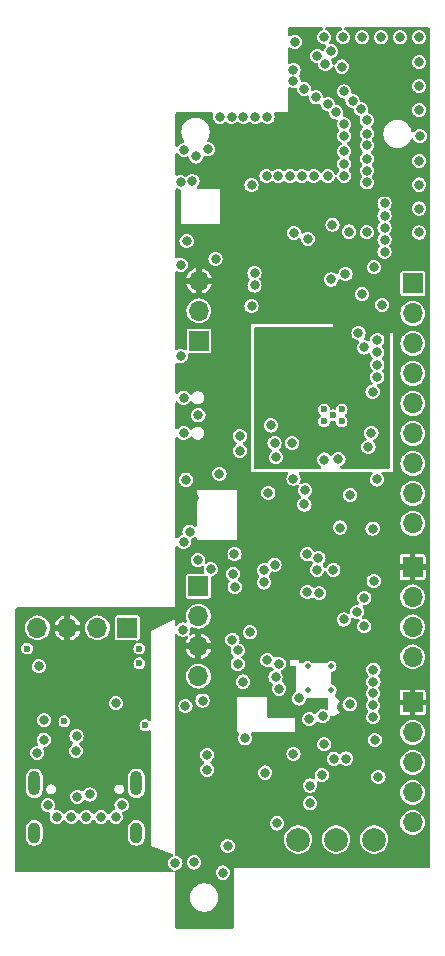
<source format=gbr>
%TF.GenerationSoftware,KiCad,Pcbnew,8.0.8*%
%TF.CreationDate,2025-05-28T20:16:55-04:00*%
%TF.ProjectId,Tiny4FSK,54696e79-3446-4534-9b2e-6b696361645f,rev?*%
%TF.SameCoordinates,Original*%
%TF.FileFunction,Copper,L3,Inr*%
%TF.FilePolarity,Positive*%
%FSLAX46Y46*%
G04 Gerber Fmt 4.6, Leading zero omitted, Abs format (unit mm)*
G04 Created by KiCad (PCBNEW 8.0.8) date 2025-05-28 20:16:55*
%MOMM*%
%LPD*%
G01*
G04 APERTURE LIST*
%TA.AperFunction,ComponentPad*%
%ADD10O,1.000000X2.100000*%
%TD*%
%TA.AperFunction,ComponentPad*%
%ADD11O,1.000000X1.800000*%
%TD*%
%TA.AperFunction,ComponentPad*%
%ADD12R,1.700000X1.700000*%
%TD*%
%TA.AperFunction,ComponentPad*%
%ADD13O,1.700000X1.700000*%
%TD*%
%TA.AperFunction,HeatsinkPad*%
%ADD14C,0.500000*%
%TD*%
%TA.AperFunction,ComponentPad*%
%ADD15C,0.600000*%
%TD*%
%TA.AperFunction,ComponentPad*%
%ADD16C,2.000000*%
%TD*%
%TA.AperFunction,ViaPad*%
%ADD17C,0.800000*%
%TD*%
%TA.AperFunction,ViaPad*%
%ADD18C,0.600000*%
%TD*%
G04 APERTURE END LIST*
D10*
%TO.N,Net-(J7-SHIELD)*%
%TO.C,J7*%
X128356776Y-100905139D03*
D11*
X128356776Y-105085139D03*
D10*
X136996776Y-100905139D03*
D11*
X136996776Y-105085139D03*
%TD*%
D12*
%TO.N,D+*%
%TO.C,J4*%
X142250000Y-84210000D03*
D13*
%TO.N,D-*%
X142250000Y-86750000D03*
%TO.N,+3.3V*%
X142250000Y-89290000D03*
%TO.N,Earth*%
X142250000Y-91830000D03*
%TD*%
D12*
%TO.N,+3.3V*%
%TO.C,J3*%
X160380000Y-82590000D03*
D13*
%TO.N,SDA*%
X160380000Y-85130000D03*
%TO.N,SCL*%
X160380000Y-87670000D03*
%TO.N,Earth*%
X160380000Y-90210000D03*
%TD*%
D14*
%TO.N,Earth*%
%TO.C,U6*%
X153500000Y-93000000D03*
X153500000Y-91000000D03*
X151500000Y-93000000D03*
X151500000Y-91000000D03*
%TD*%
D12*
%TO.N,+BATT*%
%TO.C,J1*%
X142294431Y-63452157D03*
D13*
%TO.N,Earth*%
X142294431Y-60912157D03*
%TO.N,+3.3V*%
X142294431Y-58372157D03*
%TD*%
D15*
%TO.N,Earth*%
%TO.C,U3*%
X154385000Y-69255000D03*
X152885000Y-69255000D03*
X153635000Y-69755000D03*
X154385000Y-70255000D03*
X152885000Y-70255000D03*
%TD*%
D16*
%TO.N,Net-(AE2-RF)*%
%TO.C,AE2*%
X153911023Y-105665790D03*
%TO.N,Earth*%
X150696023Y-105665790D03*
X157126023Y-105665790D03*
%TD*%
D12*
%TO.N,D38*%
%TO.C,J2*%
X160400000Y-58580000D03*
D13*
%TO.N,Earth*%
X160400000Y-61120000D03*
%TO.N,D12*%
X160400000Y-63660000D03*
%TO.N,Earth*%
X160400000Y-66200000D03*
%TO.N,D13*%
X160400000Y-68740000D03*
%TO.N,Earth*%
X160400000Y-71280000D03*
%TO.N,A1*%
X160400000Y-73820000D03*
%TO.N,Earth*%
X160400000Y-76360000D03*
%TO.N,A2*%
X160400000Y-78900000D03*
%TD*%
D12*
%TO.N,D+*%
%TO.C,J5*%
X136241300Y-87746215D03*
D13*
%TO.N,D-*%
X133701300Y-87746215D03*
%TO.N,+3.3V*%
X131161300Y-87746215D03*
%TO.N,Earth*%
X128621300Y-87746215D03*
%TD*%
D12*
%TO.N,+3.3V*%
%TO.C,J6*%
X160380000Y-94065000D03*
D13*
%TO.N,MOSI*%
X160380000Y-96605000D03*
%TO.N,MISO*%
X160380000Y-99145000D03*
%TO.N,SCK*%
X160380000Y-101685000D03*
%TO.N,Earth*%
X160380000Y-104225000D03*
%TD*%
D17*
%TO.N,Earth*%
X150300000Y-98400000D03*
X151477985Y-84722259D03*
X147900000Y-100000000D03*
X157000000Y-67750000D03*
X156000000Y-43828369D03*
X152900000Y-73500000D03*
X156510000Y-48038570D03*
X157064640Y-91282624D03*
X156500000Y-45904284D03*
X148400000Y-70600000D03*
X154100761Y-73460013D03*
X140750000Y-64750000D03*
X155000000Y-54200000D03*
X148700000Y-72100000D03*
X146750000Y-60500000D03*
X160950000Y-37748369D03*
X150000000Y-49500000D03*
X130250000Y-103750000D03*
D18*
X130900000Y-95656687D03*
D17*
X160950000Y-39852246D03*
X156120000Y-37748369D03*
X157398495Y-66500000D03*
X153500000Y-38928369D03*
X143000000Y-98500000D03*
X128750000Y-91000000D03*
X156500000Y-46900000D03*
X153900000Y-44100000D03*
X145750000Y-71500000D03*
X156500000Y-49034284D03*
X154400000Y-40228369D03*
D18*
X127750000Y-89500000D03*
D17*
X152770000Y-95230000D03*
X156510000Y-44771225D03*
X140750000Y-57000000D03*
X152900000Y-37728369D03*
X147060000Y-44470000D03*
X152200000Y-42828369D03*
X154600000Y-45100000D03*
X131500000Y-103750000D03*
X129156247Y-97211402D03*
X155100000Y-76500000D03*
X160950000Y-54267139D03*
X156640503Y-72436099D03*
X157398495Y-63363147D03*
X140750000Y-50000000D03*
X154600000Y-42328369D03*
X156500000Y-54250000D03*
X158010000Y-51812856D03*
X142250000Y-69750000D03*
X144060000Y-44470000D03*
X142060000Y-47830000D03*
X158010000Y-54878214D03*
X155300000Y-43128369D03*
X152700000Y-100200000D03*
X143000000Y-99750000D03*
X153000000Y-40028369D03*
X157100000Y-57200000D03*
X141000000Y-71250000D03*
X141200000Y-75200000D03*
X145750000Y-72750000D03*
X141150000Y-94370000D03*
X154600000Y-46100000D03*
D18*
X137250000Y-89500000D03*
D17*
X154700000Y-57800000D03*
X151300000Y-76100000D03*
X157040000Y-95310000D03*
X158010000Y-53856428D03*
X150300000Y-75100000D03*
X141000000Y-80478020D03*
X141060000Y-47270000D03*
X157040000Y-93270000D03*
X150300000Y-40528369D03*
X158010000Y-52834642D03*
X150200000Y-72100000D03*
X148100000Y-44500000D03*
X156300000Y-64000000D03*
X143060000Y-47210000D03*
X151000000Y-49500000D03*
X141250000Y-55000000D03*
X160950000Y-41876123D03*
X157064640Y-92302624D03*
X157398495Y-65454381D03*
X135750000Y-102750000D03*
X157040000Y-94290000D03*
X155800000Y-62800000D03*
X156895000Y-71250000D03*
X153200000Y-43400000D03*
D18*
X137250000Y-90750000D03*
D17*
X160950000Y-50219385D03*
X148800000Y-73300000D03*
X146750000Y-50250000D03*
X157730000Y-37748369D03*
X141900000Y-107600000D03*
X149000000Y-49500000D03*
X141000000Y-68250000D03*
X151700000Y-102600000D03*
X154600000Y-49460000D03*
X148020000Y-49500000D03*
X151223609Y-77300468D03*
X143700000Y-56500000D03*
X154250000Y-79250000D03*
X132750000Y-103750000D03*
X152300000Y-39328369D03*
X146200000Y-97100000D03*
X135257753Y-94120555D03*
X160950000Y-48195508D03*
X154600000Y-47400000D03*
X141500000Y-79600000D03*
X156500000Y-50030000D03*
X131930000Y-96900000D03*
X152910000Y-97595000D03*
X154600000Y-48460000D03*
X153720000Y-98820000D03*
X156300000Y-87600000D03*
X151700000Y-101100000D03*
X157398495Y-64408764D03*
X152000000Y-49500000D03*
X145305310Y-81505781D03*
X150400000Y-38128369D03*
X146060000Y-44470000D03*
X153600000Y-53600000D03*
X153200000Y-49500000D03*
X151200000Y-42100000D03*
X140300000Y-107650000D03*
X129192696Y-95552010D03*
X161000000Y-46100000D03*
X156100000Y-59500000D03*
X154510000Y-37728369D03*
X159340000Y-37748369D03*
X160950000Y-52243262D03*
D18*
X137750000Y-96000000D03*
D17*
X158010000Y-55900000D03*
X135250000Y-103750000D03*
X146025000Y-92300000D03*
X154770000Y-98810000D03*
X157190000Y-97230000D03*
X148173772Y-76314833D03*
X134000000Y-103750000D03*
X160950000Y-43900000D03*
X145060000Y-44470000D03*
X150300000Y-41428369D03*
X129500000Y-102750000D03*
%TO.N,+3.3V*%
X154377605Y-64069111D03*
X149200000Y-76300000D03*
X153607500Y-65255000D03*
X156700000Y-86467500D03*
X146800000Y-99300000D03*
X148568663Y-106320748D03*
X154357500Y-63000000D03*
X153390002Y-88978107D03*
X154357500Y-66505000D03*
X144390000Y-55280000D03*
X141848000Y-76730000D03*
X130000000Y-94600000D03*
X144307081Y-81600000D03*
X153500000Y-76400000D03*
X157475000Y-81300000D03*
X150615305Y-85270000D03*
X154750000Y-59500000D03*
X151400000Y-71900000D03*
X147100000Y-92300000D03*
X158700000Y-88767500D03*
%TO.N,GPIO1*%
X146597024Y-88127670D03*
X148088612Y-90479669D03*
%TO.N,RF_RST*%
X145575000Y-89646586D03*
X140950000Y-87890000D03*
X143304168Y-82785832D03*
X149040055Y-90787500D03*
%TO.N,SCK*%
X148778661Y-91930002D03*
%TO.N,MISO*%
X149087390Y-92887767D03*
X152475000Y-84800000D03*
%TO.N,MOSI*%
X145575000Y-90800000D03*
X157490000Y-100360000D03*
%TO.N,RF_SS*%
X150775000Y-93720000D03*
X156297591Y-85220260D03*
%TO.N,SDA*%
X157090636Y-83775330D03*
%TO.N,SCL*%
X141746063Y-49911322D03*
X157806556Y-60385147D03*
X157000000Y-79337500D03*
%TO.N,SWDIO*%
X147822340Y-82874802D03*
%TO.N,SWCLK*%
X148696470Y-82389104D03*
%TO.N,nRST*%
X147820789Y-83897149D03*
X142600000Y-93900000D03*
%TO.N,A1*%
X145174927Y-83163304D03*
%TO.N,A2*%
X145319484Y-84285581D03*
%TO.N,D+*%
X133052482Y-101849196D03*
%TO.N,D-*%
X132000000Y-102050000D03*
%TO.N,SUCCESS*%
X145125000Y-88750000D03*
X144725178Y-106221176D03*
%TO.N,ERROR*%
X144312775Y-108469464D03*
X148900000Y-104300000D03*
X151640000Y-95480000D03*
X154562653Y-87037347D03*
%TO.N,SDN*%
X155052263Y-94223043D03*
X155703538Y-86383424D03*
%TO.N,D13*%
X153675001Y-82823388D03*
%TO.N,D12*%
X157363639Y-75173639D03*
%TO.N,+BATT*%
X147000000Y-58750000D03*
X147000000Y-57700000D03*
X144025000Y-74699191D03*
%TO.N,TXD*%
X151460304Y-81504999D03*
X151509790Y-54809991D03*
%TO.N,RXD*%
X150340626Y-54300000D03*
X152406925Y-81827358D03*
%TO.N,GPS_EN*%
X142200000Y-82000000D03*
X153500000Y-58250000D03*
%TO.N,USB*%
X128600000Y-98333575D03*
X131870000Y-98150000D03*
%TO.N,D38*%
X152300000Y-82824750D03*
%TD*%
%TA.AperFunction,Conductor*%
%TO.N,+3.3V*%
G36*
X152776506Y-36919685D02*
G01*
X152822261Y-36972489D01*
X152832205Y-37041647D01*
X152803180Y-37105203D01*
X152750316Y-37139175D01*
X152750747Y-37140215D01*
X152744987Y-37142600D01*
X152744402Y-37142977D01*
X152743399Y-37143258D01*
X152597160Y-37203832D01*
X152471718Y-37300087D01*
X152375463Y-37425529D01*
X152314956Y-37571606D01*
X152314955Y-37571608D01*
X152294318Y-37728367D01*
X152294318Y-37728370D01*
X152314955Y-37885129D01*
X152314956Y-37885131D01*
X152350775Y-37971607D01*
X152375464Y-38031210D01*
X152471718Y-38156651D01*
X152597159Y-38252905D01*
X152743238Y-38313413D01*
X152767826Y-38316650D01*
X152899999Y-38334051D01*
X152900000Y-38334051D01*
X152935934Y-38329320D01*
X153004968Y-38340085D01*
X153057224Y-38386465D01*
X153076110Y-38453734D01*
X153055630Y-38520534D01*
X153050495Y-38527745D01*
X152975464Y-38625526D01*
X152914956Y-38771606D01*
X152914956Y-38771607D01*
X152910499Y-38805461D01*
X152882232Y-38869357D01*
X152823907Y-38907827D01*
X152754042Y-38908658D01*
X152712074Y-38887650D01*
X152602842Y-38803833D01*
X152456762Y-38743325D01*
X152456760Y-38743324D01*
X152300001Y-38722687D01*
X152299999Y-38722687D01*
X152143239Y-38743324D01*
X152143237Y-38743325D01*
X151997160Y-38803832D01*
X151871718Y-38900087D01*
X151775463Y-39025529D01*
X151714956Y-39171606D01*
X151714955Y-39171608D01*
X151694318Y-39328367D01*
X151694318Y-39328370D01*
X151714955Y-39485129D01*
X151714956Y-39485131D01*
X151771933Y-39622687D01*
X151775464Y-39631210D01*
X151871718Y-39756651D01*
X151997159Y-39852905D01*
X152143238Y-39913413D01*
X152289010Y-39932604D01*
X152352907Y-39960870D01*
X152391378Y-40019195D01*
X152395764Y-40039357D01*
X152402890Y-40093479D01*
X152414956Y-40185131D01*
X152475464Y-40331210D01*
X152571718Y-40456651D01*
X152697159Y-40552905D01*
X152843238Y-40613413D01*
X152921619Y-40623732D01*
X152999999Y-40634051D01*
X153000000Y-40634051D01*
X153000001Y-40634051D01*
X153052254Y-40627171D01*
X153156762Y-40613413D01*
X153302841Y-40552905D01*
X153428282Y-40456651D01*
X153524536Y-40331210D01*
X153562430Y-40239725D01*
X153606269Y-40185323D01*
X153672563Y-40163258D01*
X153740263Y-40180537D01*
X153787874Y-40231674D01*
X153799929Y-40270993D01*
X153807857Y-40331207D01*
X153813175Y-40371606D01*
X153814956Y-40385129D01*
X153814956Y-40385131D01*
X153874287Y-40528370D01*
X153875464Y-40531210D01*
X153971718Y-40656651D01*
X154097159Y-40752905D01*
X154243238Y-40813413D01*
X154321619Y-40823732D01*
X154399999Y-40834051D01*
X154400000Y-40834051D01*
X154400001Y-40834051D01*
X154452254Y-40827171D01*
X154556762Y-40813413D01*
X154702841Y-40752905D01*
X154828282Y-40656651D01*
X154924536Y-40531210D01*
X154985044Y-40385131D01*
X155005682Y-40228369D01*
X154985044Y-40071607D01*
X154924536Y-39925528D01*
X154868303Y-39852244D01*
X160344318Y-39852244D01*
X160344318Y-39852247D01*
X160364955Y-40009006D01*
X160364956Y-40009008D01*
X160425464Y-40155087D01*
X160521718Y-40280528D01*
X160647159Y-40376782D01*
X160793238Y-40437290D01*
X160871619Y-40447609D01*
X160949999Y-40457928D01*
X160950000Y-40457928D01*
X160950001Y-40457928D01*
X161002254Y-40451048D01*
X161106762Y-40437290D01*
X161252841Y-40376782D01*
X161378282Y-40280528D01*
X161474536Y-40155087D01*
X161535044Y-40009008D01*
X161555682Y-39852246D01*
X161535044Y-39695484D01*
X161474536Y-39549405D01*
X161378282Y-39423964D01*
X161252841Y-39327710D01*
X161106762Y-39267202D01*
X161106760Y-39267201D01*
X160950001Y-39246564D01*
X160949999Y-39246564D01*
X160793239Y-39267201D01*
X160793237Y-39267202D01*
X160647160Y-39327709D01*
X160521718Y-39423964D01*
X160425463Y-39549406D01*
X160364956Y-39695483D01*
X160364955Y-39695485D01*
X160344318Y-39852244D01*
X154868303Y-39852244D01*
X154828282Y-39800087D01*
X154702841Y-39703833D01*
X154682687Y-39695485D01*
X154556762Y-39643325D01*
X154556760Y-39643324D01*
X154400001Y-39622687D01*
X154399999Y-39622687D01*
X154243239Y-39643324D01*
X154243237Y-39643325D01*
X154097160Y-39703832D01*
X153971718Y-39800087D01*
X153875463Y-39925529D01*
X153837570Y-40017011D01*
X153793728Y-40071415D01*
X153727434Y-40093479D01*
X153659735Y-40076199D01*
X153612125Y-40025062D01*
X153600070Y-39985743D01*
X153596795Y-39960870D01*
X153585044Y-39871607D01*
X153524536Y-39725528D01*
X153519584Y-39719074D01*
X153494392Y-39653904D01*
X153508432Y-39585460D01*
X153557247Y-39535471D01*
X153601774Y-39520652D01*
X153656762Y-39513413D01*
X153802841Y-39452905D01*
X153928282Y-39356651D01*
X154024536Y-39231210D01*
X154085044Y-39085131D01*
X154105682Y-38928369D01*
X154085044Y-38771607D01*
X154024536Y-38625528D01*
X153928282Y-38500087D01*
X153802841Y-38403833D01*
X153656762Y-38343325D01*
X153656760Y-38343324D01*
X153500001Y-38322687D01*
X153499996Y-38322687D01*
X153464063Y-38327417D01*
X153395028Y-38316650D01*
X153342773Y-38270270D01*
X153323889Y-38203000D01*
X153344371Y-38136200D01*
X153349489Y-38129012D01*
X153424536Y-38031210D01*
X153485044Y-37885131D01*
X153505682Y-37728369D01*
X153485044Y-37571607D01*
X153424536Y-37425528D01*
X153328282Y-37300087D01*
X153202841Y-37203833D01*
X153056762Y-37143325D01*
X153056760Y-37143324D01*
X153049253Y-37140215D01*
X153049927Y-37138586D01*
X152998780Y-37107411D01*
X152968250Y-37044564D01*
X152976544Y-36975188D01*
X153021029Y-36921310D01*
X153087581Y-36900035D01*
X153090533Y-36900000D01*
X154319467Y-36900000D01*
X154386506Y-36919685D01*
X154432261Y-36972489D01*
X154442205Y-37041647D01*
X154413180Y-37105203D01*
X154360316Y-37139175D01*
X154360747Y-37140215D01*
X154354987Y-37142600D01*
X154354402Y-37142977D01*
X154353399Y-37143258D01*
X154207160Y-37203832D01*
X154081718Y-37300087D01*
X153985463Y-37425529D01*
X153924956Y-37571606D01*
X153924955Y-37571608D01*
X153904318Y-37728367D01*
X153904318Y-37728370D01*
X153924955Y-37885129D01*
X153924956Y-37885131D01*
X153960775Y-37971607D01*
X153985464Y-38031210D01*
X154081718Y-38156651D01*
X154207159Y-38252905D01*
X154353238Y-38313413D01*
X154377826Y-38316650D01*
X154509999Y-38334051D01*
X154510000Y-38334051D01*
X154510001Y-38334051D01*
X154562254Y-38327171D01*
X154666762Y-38313413D01*
X154812841Y-38252905D01*
X154938282Y-38156651D01*
X155034536Y-38031210D01*
X155095044Y-37885131D01*
X155113049Y-37748367D01*
X155514318Y-37748367D01*
X155514318Y-37748370D01*
X155534955Y-37905129D01*
X155534956Y-37905131D01*
X155595464Y-38051210D01*
X155691718Y-38176651D01*
X155817159Y-38272905D01*
X155963238Y-38333413D01*
X156013917Y-38340085D01*
X156119999Y-38354051D01*
X156120000Y-38354051D01*
X156120001Y-38354051D01*
X156201480Y-38343324D01*
X156276762Y-38333413D01*
X156422841Y-38272905D01*
X156548282Y-38176651D01*
X156644536Y-38051210D01*
X156705044Y-37905131D01*
X156725682Y-37748369D01*
X156725682Y-37748367D01*
X157124318Y-37748367D01*
X157124318Y-37748370D01*
X157144955Y-37905129D01*
X157144956Y-37905131D01*
X157205464Y-38051210D01*
X157301718Y-38176651D01*
X157427159Y-38272905D01*
X157573238Y-38333413D01*
X157623917Y-38340085D01*
X157729999Y-38354051D01*
X157730000Y-38354051D01*
X157730001Y-38354051D01*
X157811480Y-38343324D01*
X157886762Y-38333413D01*
X158032841Y-38272905D01*
X158158282Y-38176651D01*
X158254536Y-38051210D01*
X158315044Y-37905131D01*
X158335682Y-37748369D01*
X158335682Y-37748367D01*
X158734318Y-37748367D01*
X158734318Y-37748370D01*
X158754955Y-37905129D01*
X158754956Y-37905131D01*
X158815464Y-38051210D01*
X158911718Y-38176651D01*
X159037159Y-38272905D01*
X159183238Y-38333413D01*
X159233917Y-38340085D01*
X159339999Y-38354051D01*
X159340000Y-38354051D01*
X159340001Y-38354051D01*
X159421480Y-38343324D01*
X159496762Y-38333413D01*
X159642841Y-38272905D01*
X159768282Y-38176651D01*
X159864536Y-38051210D01*
X159925044Y-37905131D01*
X159945682Y-37748369D01*
X159945682Y-37748367D01*
X160344318Y-37748367D01*
X160344318Y-37748370D01*
X160364955Y-37905129D01*
X160364956Y-37905131D01*
X160425464Y-38051210D01*
X160521718Y-38176651D01*
X160647159Y-38272905D01*
X160793238Y-38333413D01*
X160843917Y-38340085D01*
X160949999Y-38354051D01*
X160950000Y-38354051D01*
X160950001Y-38354051D01*
X161031480Y-38343324D01*
X161106762Y-38333413D01*
X161252841Y-38272905D01*
X161378282Y-38176651D01*
X161474536Y-38051210D01*
X161535044Y-37905131D01*
X161555682Y-37748369D01*
X161535044Y-37591607D01*
X161474536Y-37445528D01*
X161378282Y-37320087D01*
X161252841Y-37223833D01*
X161204554Y-37203832D01*
X161106762Y-37163325D01*
X161106760Y-37163324D01*
X160982298Y-37146939D01*
X160951492Y-37133311D01*
X160936452Y-37142977D01*
X160917702Y-37146939D01*
X160793239Y-37163324D01*
X160793237Y-37163325D01*
X160647160Y-37223832D01*
X160521718Y-37320087D01*
X160425463Y-37445529D01*
X160364956Y-37591606D01*
X160364955Y-37591608D01*
X160344318Y-37748367D01*
X159945682Y-37748367D01*
X159925044Y-37591607D01*
X159864536Y-37445528D01*
X159768282Y-37320087D01*
X159642841Y-37223833D01*
X159594554Y-37203832D01*
X159496762Y-37163325D01*
X159496760Y-37163324D01*
X159372298Y-37146939D01*
X159341492Y-37133311D01*
X159326452Y-37142977D01*
X159307702Y-37146939D01*
X159183239Y-37163324D01*
X159183237Y-37163325D01*
X159037160Y-37223832D01*
X158911718Y-37320087D01*
X158815463Y-37445529D01*
X158754956Y-37591606D01*
X158754955Y-37591608D01*
X158734318Y-37748367D01*
X158335682Y-37748367D01*
X158315044Y-37591607D01*
X158254536Y-37445528D01*
X158158282Y-37320087D01*
X158032841Y-37223833D01*
X157984554Y-37203832D01*
X157886762Y-37163325D01*
X157886760Y-37163324D01*
X157762298Y-37146939D01*
X157731492Y-37133311D01*
X157716452Y-37142977D01*
X157697702Y-37146939D01*
X157573239Y-37163324D01*
X157573237Y-37163325D01*
X157427160Y-37223832D01*
X157301718Y-37320087D01*
X157205463Y-37445529D01*
X157144956Y-37591606D01*
X157144955Y-37591608D01*
X157124318Y-37748367D01*
X156725682Y-37748367D01*
X156705044Y-37591607D01*
X156644536Y-37445528D01*
X156548282Y-37320087D01*
X156422841Y-37223833D01*
X156374554Y-37203832D01*
X156276762Y-37163325D01*
X156276760Y-37163324D01*
X156152298Y-37146939D01*
X156121492Y-37133311D01*
X156106452Y-37142977D01*
X156087702Y-37146939D01*
X155963239Y-37163324D01*
X155963237Y-37163325D01*
X155817160Y-37223832D01*
X155691718Y-37320087D01*
X155595463Y-37445529D01*
X155534956Y-37591606D01*
X155534955Y-37591608D01*
X155514318Y-37748367D01*
X155113049Y-37748367D01*
X155115682Y-37728369D01*
X155095044Y-37571607D01*
X155034536Y-37425528D01*
X154938282Y-37300087D01*
X154812841Y-37203833D01*
X154666762Y-37143325D01*
X154666760Y-37143324D01*
X154659253Y-37140215D01*
X154659927Y-37138586D01*
X154608780Y-37107411D01*
X154578250Y-37044564D01*
X154586544Y-36975188D01*
X154631029Y-36921310D01*
X154697581Y-36900035D01*
X154700533Y-36900000D01*
X156071517Y-36900000D01*
X156121419Y-36914653D01*
X156149377Y-36901481D01*
X156168483Y-36900000D01*
X157681517Y-36900000D01*
X157731419Y-36914653D01*
X157759377Y-36901481D01*
X157778483Y-36900000D01*
X159291517Y-36900000D01*
X159341419Y-36914653D01*
X159369377Y-36901481D01*
X159388483Y-36900000D01*
X160901517Y-36900000D01*
X160951419Y-36914653D01*
X160979377Y-36901481D01*
X160998483Y-36900000D01*
X161726000Y-36900000D01*
X161793039Y-36919685D01*
X161838794Y-36972489D01*
X161850000Y-37024000D01*
X161850000Y-46063905D01*
X161839828Y-46098543D01*
X161848519Y-46116988D01*
X161850000Y-46136094D01*
X161850000Y-107976000D01*
X161830315Y-108043039D01*
X161777511Y-108088794D01*
X161726000Y-108100000D01*
X145250000Y-108100000D01*
X145250000Y-113076000D01*
X145230315Y-113143039D01*
X145177511Y-113188794D01*
X145126000Y-113200000D01*
X140424000Y-113200000D01*
X140356961Y-113180315D01*
X140311206Y-113127511D01*
X140300000Y-113076000D01*
X140300000Y-110482072D01*
X141539804Y-110482072D01*
X141539804Y-110671045D01*
X141569363Y-110857677D01*
X141627758Y-111037395D01*
X141713544Y-111205758D01*
X141824614Y-111358632D01*
X141958231Y-111492249D01*
X142111105Y-111603319D01*
X142190651Y-111643849D01*
X142279467Y-111689104D01*
X142279469Y-111689104D01*
X142279472Y-111689106D01*
X142375801Y-111720405D01*
X142459185Y-111747499D01*
X142645818Y-111777059D01*
X142645823Y-111777059D01*
X142834790Y-111777059D01*
X143021422Y-111747499D01*
X143201136Y-111689106D01*
X143369503Y-111603319D01*
X143522377Y-111492249D01*
X143655994Y-111358632D01*
X143767064Y-111205758D01*
X143852851Y-111037391D01*
X143911244Y-110857677D01*
X143940804Y-110671045D01*
X143940804Y-110482072D01*
X143911244Y-110295440D01*
X143852849Y-110115722D01*
X143767063Y-109947359D01*
X143655994Y-109794486D01*
X143522377Y-109660869D01*
X143369503Y-109549799D01*
X143201140Y-109464013D01*
X143021422Y-109405618D01*
X142834790Y-109376059D01*
X142834785Y-109376059D01*
X142645823Y-109376059D01*
X142645818Y-109376059D01*
X142459185Y-109405618D01*
X142279467Y-109464013D01*
X142111104Y-109549799D01*
X142023883Y-109613169D01*
X141958231Y-109660869D01*
X141958229Y-109660871D01*
X141958228Y-109660871D01*
X141824616Y-109794483D01*
X141824616Y-109794484D01*
X141824614Y-109794486D01*
X141776914Y-109860138D01*
X141713544Y-109947359D01*
X141627758Y-110115722D01*
X141569363Y-110295440D01*
X141539804Y-110482072D01*
X140300000Y-110482072D01*
X140300000Y-108469462D01*
X143707093Y-108469462D01*
X143707093Y-108469465D01*
X143727730Y-108626224D01*
X143727731Y-108626226D01*
X143788239Y-108772305D01*
X143884493Y-108897746D01*
X144009934Y-108994000D01*
X144156013Y-109054508D01*
X144234394Y-109064827D01*
X144312774Y-109075146D01*
X144312775Y-109075146D01*
X144312776Y-109075146D01*
X144365029Y-109068266D01*
X144469537Y-109054508D01*
X144615616Y-108994000D01*
X144741057Y-108897746D01*
X144837311Y-108772305D01*
X144897819Y-108626226D01*
X144918457Y-108469464D01*
X144897819Y-108312702D01*
X144837311Y-108166623D01*
X144741057Y-108041182D01*
X144615616Y-107944928D01*
X144469537Y-107884420D01*
X144469535Y-107884419D01*
X144312776Y-107863782D01*
X144312774Y-107863782D01*
X144156014Y-107884419D01*
X144156012Y-107884420D01*
X144009935Y-107944927D01*
X143884493Y-108041182D01*
X143788238Y-108166624D01*
X143727731Y-108312701D01*
X143727730Y-108312703D01*
X143707093Y-108469462D01*
X140300000Y-108469462D01*
X140300000Y-108444939D01*
X140272602Y-108394764D01*
X140277586Y-108325072D01*
X140319458Y-108269139D01*
X140377580Y-108245468D01*
X140456762Y-108235044D01*
X140602841Y-108174536D01*
X140728282Y-108078282D01*
X140824536Y-107952841D01*
X140885044Y-107806762D01*
X140905682Y-107650000D01*
X140899099Y-107600000D01*
X140899099Y-107599998D01*
X141294318Y-107599998D01*
X141294318Y-107600001D01*
X141314955Y-107756760D01*
X141314956Y-107756762D01*
X141375464Y-107902841D01*
X141471718Y-108028282D01*
X141597159Y-108124536D01*
X141743238Y-108185044D01*
X141821619Y-108195363D01*
X141899999Y-108205682D01*
X141900000Y-108205682D01*
X141900001Y-108205682D01*
X141952254Y-108198802D01*
X142056762Y-108185044D01*
X142202841Y-108124536D01*
X142328282Y-108028282D01*
X142424536Y-107902841D01*
X142485044Y-107756762D01*
X142505682Y-107600000D01*
X142485044Y-107443238D01*
X142424536Y-107297159D01*
X142328282Y-107171718D01*
X142202841Y-107075464D01*
X142177472Y-107064956D01*
X142056762Y-107014956D01*
X142056760Y-107014955D01*
X141900001Y-106994318D01*
X141899999Y-106994318D01*
X141743239Y-107014955D01*
X141743237Y-107014956D01*
X141597160Y-107075463D01*
X141471718Y-107171718D01*
X141375463Y-107297160D01*
X141314956Y-107443237D01*
X141314955Y-107443239D01*
X141294318Y-107599998D01*
X140899099Y-107599998D01*
X140885044Y-107493239D01*
X140885044Y-107493238D01*
X140824536Y-107347159D01*
X140728282Y-107221718D01*
X140602841Y-107125464D01*
X140456762Y-107064956D01*
X140427749Y-107061136D01*
X140357814Y-107051929D01*
X140293918Y-107023662D01*
X140255447Y-106965338D01*
X140250000Y-106928990D01*
X140250000Y-106221174D01*
X144119496Y-106221174D01*
X144119496Y-106221177D01*
X144140133Y-106377936D01*
X144140134Y-106377938D01*
X144200642Y-106524017D01*
X144296896Y-106649458D01*
X144422337Y-106745712D01*
X144568416Y-106806220D01*
X144646797Y-106816539D01*
X144725177Y-106826858D01*
X144725178Y-106826858D01*
X144725179Y-106826858D01*
X144777432Y-106819978D01*
X144881940Y-106806220D01*
X145028019Y-106745712D01*
X145153460Y-106649458D01*
X145249714Y-106524017D01*
X145310222Y-106377938D01*
X145330860Y-106221176D01*
X145326181Y-106185639D01*
X145310222Y-106064415D01*
X145310222Y-106064414D01*
X145249714Y-105918335D01*
X145153460Y-105792894D01*
X145028019Y-105696640D01*
X145010687Y-105689461D01*
X144953538Y-105665789D01*
X149490380Y-105665789D01*
X149490380Y-105665790D01*
X149510907Y-105887325D01*
X149510908Y-105887327D01*
X149571792Y-106101313D01*
X149571798Y-106101328D01*
X149670961Y-106300473D01*
X149670966Y-106300481D01*
X149805043Y-106478028D01*
X149969460Y-106627913D01*
X149969462Y-106627915D01*
X150158618Y-106745035D01*
X150158619Y-106745035D01*
X150158622Y-106745037D01*
X150366083Y-106825408D01*
X150584780Y-106866290D01*
X150584782Y-106866290D01*
X150807264Y-106866290D01*
X150807266Y-106866290D01*
X151025963Y-106825408D01*
X151233424Y-106745037D01*
X151422585Y-106627914D01*
X151587004Y-106478026D01*
X151721081Y-106300479D01*
X151820252Y-106101318D01*
X151881138Y-105887326D01*
X151901666Y-105665790D01*
X151901666Y-105665789D01*
X152705380Y-105665789D01*
X152705380Y-105665790D01*
X152725907Y-105887325D01*
X152725908Y-105887327D01*
X152786792Y-106101313D01*
X152786798Y-106101328D01*
X152885961Y-106300473D01*
X152885966Y-106300481D01*
X153020043Y-106478028D01*
X153184460Y-106627913D01*
X153184462Y-106627915D01*
X153373618Y-106745035D01*
X153373619Y-106745035D01*
X153373622Y-106745037D01*
X153581083Y-106825408D01*
X153799780Y-106866290D01*
X153799782Y-106866290D01*
X154022264Y-106866290D01*
X154022266Y-106866290D01*
X154240963Y-106825408D01*
X154448424Y-106745037D01*
X154637585Y-106627914D01*
X154802004Y-106478026D01*
X154936081Y-106300479D01*
X155035252Y-106101318D01*
X155096138Y-105887326D01*
X155116666Y-105665790D01*
X155116666Y-105665789D01*
X155920380Y-105665789D01*
X155920380Y-105665790D01*
X155940907Y-105887325D01*
X155940908Y-105887327D01*
X156001792Y-106101313D01*
X156001798Y-106101328D01*
X156100961Y-106300473D01*
X156100966Y-106300481D01*
X156235043Y-106478028D01*
X156399460Y-106627913D01*
X156399462Y-106627915D01*
X156588618Y-106745035D01*
X156588619Y-106745035D01*
X156588622Y-106745037D01*
X156796083Y-106825408D01*
X157014780Y-106866290D01*
X157014782Y-106866290D01*
X157237264Y-106866290D01*
X157237266Y-106866290D01*
X157455963Y-106825408D01*
X157663424Y-106745037D01*
X157852585Y-106627914D01*
X158017004Y-106478026D01*
X158151081Y-106300479D01*
X158250252Y-106101318D01*
X158311138Y-105887326D01*
X158331666Y-105665790D01*
X158327005Y-105615494D01*
X158311138Y-105444254D01*
X158311137Y-105444252D01*
X158264569Y-105280583D01*
X158250252Y-105230262D01*
X158186726Y-105102685D01*
X158151084Y-105031106D01*
X158151079Y-105031098D01*
X158017002Y-104853551D01*
X157852585Y-104703666D01*
X157852583Y-104703664D01*
X157663427Y-104586544D01*
X157663421Y-104586542D01*
X157455963Y-104506172D01*
X157237266Y-104465290D01*
X157014780Y-104465290D01*
X156796083Y-104506172D01*
X156664887Y-104556997D01*
X156588624Y-104586542D01*
X156588618Y-104586544D01*
X156399462Y-104703664D01*
X156399460Y-104703666D01*
X156235043Y-104853551D01*
X156100966Y-105031098D01*
X156100961Y-105031106D01*
X156001798Y-105230251D01*
X156001792Y-105230266D01*
X155940908Y-105444252D01*
X155940907Y-105444254D01*
X155920380Y-105665789D01*
X155116666Y-105665789D01*
X155112005Y-105615494D01*
X155096138Y-105444254D01*
X155096137Y-105444252D01*
X155049569Y-105280583D01*
X155035252Y-105230262D01*
X154971726Y-105102685D01*
X154936084Y-105031106D01*
X154936079Y-105031098D01*
X154802002Y-104853551D01*
X154637585Y-104703666D01*
X154637583Y-104703664D01*
X154448427Y-104586544D01*
X154448421Y-104586542D01*
X154240963Y-104506172D01*
X154022266Y-104465290D01*
X153799780Y-104465290D01*
X153581083Y-104506172D01*
X153449887Y-104556997D01*
X153373624Y-104586542D01*
X153373618Y-104586544D01*
X153184462Y-104703664D01*
X153184460Y-104703666D01*
X153020043Y-104853551D01*
X152885966Y-105031098D01*
X152885961Y-105031106D01*
X152786798Y-105230251D01*
X152786792Y-105230266D01*
X152725908Y-105444252D01*
X152725907Y-105444254D01*
X152705380Y-105665789D01*
X151901666Y-105665789D01*
X151897005Y-105615494D01*
X151881138Y-105444254D01*
X151881137Y-105444252D01*
X151834569Y-105280583D01*
X151820252Y-105230262D01*
X151756726Y-105102685D01*
X151721084Y-105031106D01*
X151721079Y-105031098D01*
X151587002Y-104853551D01*
X151422585Y-104703666D01*
X151422583Y-104703664D01*
X151233427Y-104586544D01*
X151233421Y-104586542D01*
X151025963Y-104506172D01*
X150807266Y-104465290D01*
X150584780Y-104465290D01*
X150366083Y-104506172D01*
X150234887Y-104556997D01*
X150158624Y-104586542D01*
X150158618Y-104586544D01*
X149969462Y-104703664D01*
X149969460Y-104703666D01*
X149805043Y-104853551D01*
X149670966Y-105031098D01*
X149670961Y-105031106D01*
X149571798Y-105230251D01*
X149571792Y-105230266D01*
X149510908Y-105444252D01*
X149510907Y-105444254D01*
X149490380Y-105665789D01*
X144953538Y-105665789D01*
X144881940Y-105636132D01*
X144881938Y-105636131D01*
X144725179Y-105615494D01*
X144725177Y-105615494D01*
X144568417Y-105636131D01*
X144568415Y-105636132D01*
X144422338Y-105696639D01*
X144296896Y-105792894D01*
X144200641Y-105918336D01*
X144140134Y-106064413D01*
X144140133Y-106064415D01*
X144119496Y-106221174D01*
X140250000Y-106221174D01*
X140250000Y-104299998D01*
X148294318Y-104299998D01*
X148294318Y-104300001D01*
X148314955Y-104456760D01*
X148314956Y-104456762D01*
X148368713Y-104586544D01*
X148375464Y-104602841D01*
X148471718Y-104728282D01*
X148597159Y-104824536D01*
X148743238Y-104885044D01*
X148821619Y-104895363D01*
X148899999Y-104905682D01*
X148900000Y-104905682D01*
X148900001Y-104905682D01*
X148952254Y-104898802D01*
X149056762Y-104885044D01*
X149202841Y-104824536D01*
X149328282Y-104728282D01*
X149424536Y-104602841D01*
X149485044Y-104456762D01*
X149505682Y-104300000D01*
X149495808Y-104225000D01*
X159324417Y-104225000D01*
X159344699Y-104430932D01*
X159359828Y-104480806D01*
X159404768Y-104628954D01*
X159502315Y-104811450D01*
X159536866Y-104853551D01*
X159633589Y-104971410D01*
X159706320Y-105031098D01*
X159793550Y-105102685D01*
X159976046Y-105200232D01*
X160174066Y-105260300D01*
X160174065Y-105260300D01*
X160192529Y-105262118D01*
X160380000Y-105280583D01*
X160585934Y-105260300D01*
X160783954Y-105200232D01*
X160966450Y-105102685D01*
X161126410Y-104971410D01*
X161257685Y-104811450D01*
X161355232Y-104628954D01*
X161415300Y-104430934D01*
X161435583Y-104225000D01*
X161415300Y-104019066D01*
X161355232Y-103821046D01*
X161257685Y-103638550D01*
X161205702Y-103575209D01*
X161126410Y-103478589D01*
X160966452Y-103347317D01*
X160966453Y-103347317D01*
X160966450Y-103347315D01*
X160783954Y-103249768D01*
X160585934Y-103189700D01*
X160585932Y-103189699D01*
X160585934Y-103189699D01*
X160380000Y-103169417D01*
X160174067Y-103189699D01*
X159976043Y-103249769D01*
X159865898Y-103308643D01*
X159793550Y-103347315D01*
X159793548Y-103347316D01*
X159793547Y-103347317D01*
X159633589Y-103478589D01*
X159502317Y-103638547D01*
X159404769Y-103821043D01*
X159344699Y-104019067D01*
X159324417Y-104225000D01*
X149495808Y-104225000D01*
X149485044Y-104143238D01*
X149424536Y-103997159D01*
X149328282Y-103871718D01*
X149202841Y-103775464D01*
X149056762Y-103714956D01*
X149056760Y-103714955D01*
X148900001Y-103694318D01*
X148899999Y-103694318D01*
X148743239Y-103714955D01*
X148743237Y-103714956D01*
X148597160Y-103775463D01*
X148471718Y-103871718D01*
X148375463Y-103997160D01*
X148314956Y-104143237D01*
X148314955Y-104143239D01*
X148294318Y-104299998D01*
X140250000Y-104299998D01*
X140250000Y-102599998D01*
X151094318Y-102599998D01*
X151094318Y-102600001D01*
X151114955Y-102756760D01*
X151114956Y-102756762D01*
X151175464Y-102902841D01*
X151271718Y-103028282D01*
X151397159Y-103124536D01*
X151543238Y-103185044D01*
X151621619Y-103195363D01*
X151699999Y-103205682D01*
X151700000Y-103205682D01*
X151700001Y-103205682D01*
X151752254Y-103198802D01*
X151856762Y-103185044D01*
X152002841Y-103124536D01*
X152128282Y-103028282D01*
X152224536Y-102902841D01*
X152285044Y-102756762D01*
X152305682Y-102600000D01*
X152300769Y-102562685D01*
X152285044Y-102443239D01*
X152285044Y-102443238D01*
X152224536Y-102297159D01*
X152128282Y-102171718D01*
X152002841Y-102075464D01*
X151856762Y-102014956D01*
X151856760Y-102014955D01*
X151700001Y-101994318D01*
X151699999Y-101994318D01*
X151543239Y-102014955D01*
X151543237Y-102014956D01*
X151397160Y-102075463D01*
X151271718Y-102171718D01*
X151175463Y-102297160D01*
X151114956Y-102443237D01*
X151114955Y-102443239D01*
X151094318Y-102599998D01*
X140250000Y-102599998D01*
X140250000Y-101099998D01*
X151094318Y-101099998D01*
X151094318Y-101100001D01*
X151114955Y-101256760D01*
X151114956Y-101256762D01*
X151175464Y-101402841D01*
X151271718Y-101528282D01*
X151397159Y-101624536D01*
X151543238Y-101685044D01*
X151599371Y-101692434D01*
X151699999Y-101705682D01*
X151700000Y-101705682D01*
X151700001Y-101705682D01*
X151800621Y-101692435D01*
X151856762Y-101685044D01*
X151856868Y-101685000D01*
X159324417Y-101685000D01*
X159344699Y-101890932D01*
X159347960Y-101901681D01*
X159404768Y-102088954D01*
X159502315Y-102271450D01*
X159507262Y-102277478D01*
X159633589Y-102431410D01*
X159690704Y-102478282D01*
X159793550Y-102562685D01*
X159976046Y-102660232D01*
X160174066Y-102720300D01*
X160174065Y-102720300D01*
X160192529Y-102722118D01*
X160380000Y-102740583D01*
X160585934Y-102720300D01*
X160783954Y-102660232D01*
X160966450Y-102562685D01*
X161126410Y-102431410D01*
X161257685Y-102271450D01*
X161355232Y-102088954D01*
X161415300Y-101890934D01*
X161435583Y-101685000D01*
X161415300Y-101479066D01*
X161355232Y-101281046D01*
X161257685Y-101098550D01*
X161131707Y-100945044D01*
X161126410Y-100938589D01*
X160966452Y-100807317D01*
X160966453Y-100807317D01*
X160966450Y-100807315D01*
X160783954Y-100709768D01*
X160585934Y-100649700D01*
X160585932Y-100649699D01*
X160585934Y-100649699D01*
X160380000Y-100629417D01*
X160174067Y-100649699D01*
X159976043Y-100709769D01*
X159867460Y-100767809D01*
X159793550Y-100807315D01*
X159793548Y-100807316D01*
X159793547Y-100807317D01*
X159633589Y-100938589D01*
X159502317Y-101098547D01*
X159502315Y-101098550D01*
X159478089Y-101143873D01*
X159404769Y-101281043D01*
X159344699Y-101479067D01*
X159324417Y-101685000D01*
X151856868Y-101685000D01*
X152002841Y-101624536D01*
X152128282Y-101528282D01*
X152224536Y-101402841D01*
X152285044Y-101256762D01*
X152305682Y-101100000D01*
X152301028Y-101064652D01*
X152285044Y-100943239D01*
X152285043Y-100943237D01*
X152267034Y-100899757D01*
X152259565Y-100830288D01*
X152290841Y-100767809D01*
X152350930Y-100732157D01*
X152420755Y-100734651D01*
X152429026Y-100737736D01*
X152543238Y-100785044D01*
X152621619Y-100795363D01*
X152699999Y-100805682D01*
X152700000Y-100805682D01*
X152700001Y-100805682D01*
X152764739Y-100797159D01*
X152856762Y-100785044D01*
X153002841Y-100724536D01*
X153128282Y-100628282D01*
X153224536Y-100502841D01*
X153283704Y-100359998D01*
X156884318Y-100359998D01*
X156884318Y-100360001D01*
X156904955Y-100516760D01*
X156904956Y-100516762D01*
X156965464Y-100662841D01*
X157061718Y-100788282D01*
X157187159Y-100884536D01*
X157333238Y-100945044D01*
X157411619Y-100955363D01*
X157489999Y-100965682D01*
X157490000Y-100965682D01*
X157490001Y-100965682D01*
X157542254Y-100958802D01*
X157646762Y-100945044D01*
X157792841Y-100884536D01*
X157918282Y-100788282D01*
X158014536Y-100662841D01*
X158075044Y-100516762D01*
X158095682Y-100360000D01*
X158095255Y-100356760D01*
X158075044Y-100203239D01*
X158075044Y-100203238D01*
X158014536Y-100057159D01*
X157918282Y-99931718D01*
X157792841Y-99835464D01*
X157646762Y-99774956D01*
X157646760Y-99774955D01*
X157490001Y-99754318D01*
X157489999Y-99754318D01*
X157333239Y-99774955D01*
X157333237Y-99774956D01*
X157187160Y-99835463D01*
X157061718Y-99931718D01*
X156965463Y-100057160D01*
X156904956Y-100203237D01*
X156904955Y-100203239D01*
X156884318Y-100359998D01*
X153283704Y-100359998D01*
X153285044Y-100356762D01*
X153305605Y-100200583D01*
X153305682Y-100200001D01*
X153305682Y-100199998D01*
X153285044Y-100043239D01*
X153285044Y-100043238D01*
X153224536Y-99897159D01*
X153128282Y-99771718D01*
X153002841Y-99675464D01*
X152856762Y-99614956D01*
X152856760Y-99614955D01*
X152700001Y-99594318D01*
X152699999Y-99594318D01*
X152543239Y-99614955D01*
X152543237Y-99614956D01*
X152397160Y-99675463D01*
X152271718Y-99771718D01*
X152175463Y-99897160D01*
X152114956Y-100043237D01*
X152114955Y-100043239D01*
X152094318Y-100199998D01*
X152094318Y-100200001D01*
X152114955Y-100356760D01*
X152114956Y-100356762D01*
X152132966Y-100400243D01*
X152140433Y-100469712D01*
X152109158Y-100532191D01*
X152049068Y-100567843D01*
X151979243Y-100565348D01*
X151970958Y-100562257D01*
X151856762Y-100514956D01*
X151856760Y-100514955D01*
X151700001Y-100494318D01*
X151699999Y-100494318D01*
X151543239Y-100514955D01*
X151543237Y-100514956D01*
X151397160Y-100575463D01*
X151271718Y-100671718D01*
X151175463Y-100797160D01*
X151114956Y-100943237D01*
X151114955Y-100943239D01*
X151094318Y-101099998D01*
X140250000Y-101099998D01*
X140250000Y-98499998D01*
X142394318Y-98499998D01*
X142394318Y-98500001D01*
X142414955Y-98656760D01*
X142414956Y-98656762D01*
X142447381Y-98735044D01*
X142475464Y-98802841D01*
X142571718Y-98928282D01*
X142634899Y-98976762D01*
X142699880Y-99026624D01*
X142741082Y-99083053D01*
X142745237Y-99152799D01*
X142711024Y-99213719D01*
X142699880Y-99223376D01*
X142571718Y-99321718D01*
X142475463Y-99447160D01*
X142414956Y-99593237D01*
X142414955Y-99593239D01*
X142394318Y-99749998D01*
X142394318Y-99750001D01*
X142414955Y-99906760D01*
X142414956Y-99906762D01*
X142453576Y-100000000D01*
X142475464Y-100052841D01*
X142571718Y-100178282D01*
X142697159Y-100274536D01*
X142843238Y-100335044D01*
X142921619Y-100345363D01*
X142999999Y-100355682D01*
X143000000Y-100355682D01*
X143000001Y-100355682D01*
X143052254Y-100348802D01*
X143156762Y-100335044D01*
X143302841Y-100274536D01*
X143428282Y-100178282D01*
X143524536Y-100052841D01*
X143546424Y-99999998D01*
X147294318Y-99999998D01*
X147294318Y-100000001D01*
X147314955Y-100156760D01*
X147314956Y-100156762D01*
X147375464Y-100302841D01*
X147471718Y-100428282D01*
X147597159Y-100524536D01*
X147743238Y-100585044D01*
X147821619Y-100595363D01*
X147899999Y-100605682D01*
X147900000Y-100605682D01*
X147900001Y-100605682D01*
X147952254Y-100598802D01*
X148056762Y-100585044D01*
X148202841Y-100524536D01*
X148328282Y-100428282D01*
X148424536Y-100302841D01*
X148485044Y-100156762D01*
X148502612Y-100023321D01*
X148505682Y-100000001D01*
X148505682Y-99999998D01*
X148485044Y-99843239D01*
X148485044Y-99843238D01*
X148424536Y-99697159D01*
X148328282Y-99571718D01*
X148202841Y-99475464D01*
X148056762Y-99414956D01*
X148056760Y-99414955D01*
X147900001Y-99394318D01*
X147899999Y-99394318D01*
X147743239Y-99414955D01*
X147743237Y-99414956D01*
X147597160Y-99475463D01*
X147471718Y-99571718D01*
X147375463Y-99697160D01*
X147314956Y-99843237D01*
X147314955Y-99843239D01*
X147294318Y-99999998D01*
X143546424Y-99999998D01*
X143585044Y-99906762D01*
X143598802Y-99802254D01*
X143605682Y-99750001D01*
X143605682Y-99749998D01*
X143585044Y-99593239D01*
X143585044Y-99593238D01*
X143524536Y-99447159D01*
X143428282Y-99321718D01*
X143428280Y-99321717D01*
X143428280Y-99321716D01*
X143300120Y-99223376D01*
X143258917Y-99166948D01*
X143254762Y-99097202D01*
X143288974Y-99036282D01*
X143300120Y-99026624D01*
X143365104Y-98976760D01*
X143428282Y-98928282D01*
X143524536Y-98802841D01*
X143585044Y-98656762D01*
X143605682Y-98500000D01*
X143599473Y-98452841D01*
X143592516Y-98399998D01*
X149694318Y-98399998D01*
X149694318Y-98400001D01*
X149714955Y-98556760D01*
X149714956Y-98556762D01*
X149756376Y-98656760D01*
X149775464Y-98702841D01*
X149871718Y-98828282D01*
X149997159Y-98924536D01*
X150143238Y-98985044D01*
X150221619Y-98995363D01*
X150299999Y-99005682D01*
X150300000Y-99005682D01*
X150300001Y-99005682D01*
X150352254Y-98998802D01*
X150456762Y-98985044D01*
X150602841Y-98924536D01*
X150728282Y-98828282D01*
X150734639Y-98819998D01*
X153114318Y-98819998D01*
X153114318Y-98820001D01*
X153134955Y-98976760D01*
X153134956Y-98976762D01*
X153192448Y-99115561D01*
X153195464Y-99122841D01*
X153291718Y-99248282D01*
X153417159Y-99344536D01*
X153563238Y-99405044D01*
X153638520Y-99414955D01*
X153719999Y-99425682D01*
X153720000Y-99425682D01*
X153720001Y-99425682D01*
X153772254Y-99418802D01*
X153876762Y-99405044D01*
X154022841Y-99344536D01*
X154148282Y-99248282D01*
X154150529Y-99245353D01*
X154153055Y-99243508D01*
X154154029Y-99242535D01*
X154154180Y-99242686D01*
X154206952Y-99204148D01*
X154276697Y-99199988D01*
X154336589Y-99233153D01*
X154341713Y-99238277D01*
X154341715Y-99238279D01*
X154341718Y-99238282D01*
X154467159Y-99334536D01*
X154613238Y-99395044D01*
X154689188Y-99405043D01*
X154769999Y-99415682D01*
X154770000Y-99415682D01*
X154770001Y-99415682D01*
X154850804Y-99405044D01*
X154926762Y-99395044D01*
X155072841Y-99334536D01*
X155198282Y-99238282D01*
X155269860Y-99145000D01*
X159324417Y-99145000D01*
X159344699Y-99350932D01*
X159364341Y-99415682D01*
X159404768Y-99548954D01*
X159502315Y-99731450D01*
X159521082Y-99754318D01*
X159633589Y-99891410D01*
X159730209Y-99970702D01*
X159793550Y-100022685D01*
X159976046Y-100120232D01*
X160174066Y-100180300D01*
X160174065Y-100180300D01*
X160192529Y-100182118D01*
X160380000Y-100200583D01*
X160585934Y-100180300D01*
X160783954Y-100120232D01*
X160966450Y-100022685D01*
X161126410Y-99891410D01*
X161257685Y-99731450D01*
X161355232Y-99548954D01*
X161415300Y-99350934D01*
X161435583Y-99145000D01*
X161415300Y-98939066D01*
X161355232Y-98741046D01*
X161257685Y-98558550D01*
X161201703Y-98490335D01*
X161126410Y-98398589D01*
X160988565Y-98285464D01*
X160966450Y-98267315D01*
X160783954Y-98169768D01*
X160585934Y-98109700D01*
X160585932Y-98109699D01*
X160585934Y-98109699D01*
X160380000Y-98089417D01*
X160174067Y-98109699D01*
X159976043Y-98169769D01*
X159872799Y-98224955D01*
X159793550Y-98267315D01*
X159793548Y-98267316D01*
X159793547Y-98267317D01*
X159633589Y-98398589D01*
X159503784Y-98556760D01*
X159502315Y-98558550D01*
X159491768Y-98578282D01*
X159404769Y-98741043D01*
X159344699Y-98939067D01*
X159324417Y-99145000D01*
X155269860Y-99145000D01*
X155294536Y-99112841D01*
X155355044Y-98966762D01*
X155374365Y-98820001D01*
X155375682Y-98810001D01*
X155375682Y-98809998D01*
X155356361Y-98663239D01*
X155355044Y-98653238D01*
X155294536Y-98507159D01*
X155198282Y-98381718D01*
X155072841Y-98285464D01*
X155029030Y-98267317D01*
X154926762Y-98224956D01*
X154926760Y-98224955D01*
X154770001Y-98204318D01*
X154769999Y-98204318D01*
X154613239Y-98224955D01*
X154613237Y-98224956D01*
X154467160Y-98285463D01*
X154467159Y-98285464D01*
X154341718Y-98381718D01*
X154341716Y-98381719D01*
X154341715Y-98381721D01*
X154339463Y-98384656D01*
X154336932Y-98386503D01*
X154335971Y-98387465D01*
X154335821Y-98387315D01*
X154283033Y-98425856D01*
X154213287Y-98430008D01*
X154153410Y-98396846D01*
X154148286Y-98391722D01*
X154148283Y-98391720D01*
X154148282Y-98391718D01*
X154022841Y-98295464D01*
X153998696Y-98285463D01*
X153876762Y-98234956D01*
X153876760Y-98234955D01*
X153720001Y-98214318D01*
X153719999Y-98214318D01*
X153563239Y-98234955D01*
X153563237Y-98234956D01*
X153417160Y-98295463D01*
X153291718Y-98391718D01*
X153195463Y-98517160D01*
X153134956Y-98663237D01*
X153134955Y-98663239D01*
X153114318Y-98819998D01*
X150734639Y-98819998D01*
X150824536Y-98702841D01*
X150885044Y-98556762D01*
X150905682Y-98400000D01*
X150905496Y-98398590D01*
X150885044Y-98243239D01*
X150885044Y-98243238D01*
X150824536Y-98097159D01*
X150728282Y-97971718D01*
X150602841Y-97875464D01*
X150456762Y-97814956D01*
X150456760Y-97814955D01*
X150300001Y-97794318D01*
X150299999Y-97794318D01*
X150143239Y-97814955D01*
X150143237Y-97814956D01*
X149997160Y-97875463D01*
X149871718Y-97971718D01*
X149775463Y-98097160D01*
X149714956Y-98243237D01*
X149714955Y-98243239D01*
X149694318Y-98399998D01*
X143592516Y-98399998D01*
X143585044Y-98343239D01*
X143585044Y-98343238D01*
X143524536Y-98197159D01*
X143428282Y-98071718D01*
X143302841Y-97975464D01*
X143293797Y-97971718D01*
X143156762Y-97914956D01*
X143156760Y-97914955D01*
X143000001Y-97894318D01*
X142999999Y-97894318D01*
X142843239Y-97914955D01*
X142843237Y-97914956D01*
X142697160Y-97975463D01*
X142571718Y-98071718D01*
X142475463Y-98197160D01*
X142414956Y-98343237D01*
X142414955Y-98343239D01*
X142394318Y-98499998D01*
X140250000Y-98499998D01*
X140250000Y-96600000D01*
X145500000Y-96600000D01*
X145575302Y-96600000D01*
X145642341Y-96619685D01*
X145688096Y-96672489D01*
X145698040Y-96741647D01*
X145677996Y-96789234D01*
X145679528Y-96790119D01*
X145675465Y-96797156D01*
X145614956Y-96943237D01*
X145614955Y-96943239D01*
X145594318Y-97099998D01*
X145594318Y-97100001D01*
X145614955Y-97256760D01*
X145614956Y-97256762D01*
X145654160Y-97351410D01*
X145675464Y-97402841D01*
X145771718Y-97528282D01*
X145897159Y-97624536D01*
X146043238Y-97685044D01*
X146121619Y-97695363D01*
X146199999Y-97705682D01*
X146200000Y-97705682D01*
X146200001Y-97705682D01*
X146252254Y-97698802D01*
X146356762Y-97685044D01*
X146502841Y-97624536D01*
X146541336Y-97594998D01*
X152304318Y-97594998D01*
X152304318Y-97595001D01*
X152324955Y-97751760D01*
X152324956Y-97751762D01*
X152348680Y-97809038D01*
X152385464Y-97897841D01*
X152481718Y-98023282D01*
X152607159Y-98119536D01*
X152753238Y-98180044D01*
X152831619Y-98190363D01*
X152909999Y-98200682D01*
X152910000Y-98200682D01*
X152910001Y-98200682D01*
X152962254Y-98193802D01*
X153066762Y-98180044D01*
X153212841Y-98119536D01*
X153338282Y-98023282D01*
X153434536Y-97897841D01*
X153495044Y-97751762D01*
X153511671Y-97625464D01*
X153515682Y-97595001D01*
X153515682Y-97594998D01*
X153495044Y-97438239D01*
X153495044Y-97438238D01*
X153434536Y-97292159D01*
X153386838Y-97229998D01*
X156584318Y-97229998D01*
X156584318Y-97230001D01*
X156604955Y-97386760D01*
X156604956Y-97386762D01*
X156663575Y-97528282D01*
X156665464Y-97532841D01*
X156761718Y-97658282D01*
X156887159Y-97754536D01*
X157033238Y-97815044D01*
X157111619Y-97825363D01*
X157189999Y-97835682D01*
X157190000Y-97835682D01*
X157190001Y-97835682D01*
X157253926Y-97827266D01*
X157346762Y-97815044D01*
X157492841Y-97754536D01*
X157618282Y-97658282D01*
X157714536Y-97532841D01*
X157775044Y-97386762D01*
X157795682Y-97230000D01*
X157792106Y-97202841D01*
X157775044Y-97073239D01*
X157775044Y-97073238D01*
X157714536Y-96927159D01*
X157618282Y-96801718D01*
X157492841Y-96705464D01*
X157413232Y-96672489D01*
X157346762Y-96644956D01*
X157346760Y-96644955D01*
X157190001Y-96624318D01*
X157189999Y-96624318D01*
X157033239Y-96644955D01*
X157033237Y-96644956D01*
X156887160Y-96705463D01*
X156761718Y-96801718D01*
X156665463Y-96927160D01*
X156604956Y-97073237D01*
X156604955Y-97073239D01*
X156584318Y-97229998D01*
X153386838Y-97229998D01*
X153338282Y-97166718D01*
X153212841Y-97070464D01*
X153179761Y-97056762D01*
X153066762Y-97009956D01*
X153066760Y-97009955D01*
X152910001Y-96989318D01*
X152909999Y-96989318D01*
X152753239Y-97009955D01*
X152753237Y-97009956D01*
X152607160Y-97070463D01*
X152481718Y-97166718D01*
X152385463Y-97292160D01*
X152324956Y-97438237D01*
X152324955Y-97438239D01*
X152304318Y-97594998D01*
X146541336Y-97594998D01*
X146628282Y-97528282D01*
X146724536Y-97402841D01*
X146785044Y-97256762D01*
X146805682Y-97100000D01*
X146801793Y-97070463D01*
X146791923Y-96995492D01*
X146785044Y-96943238D01*
X146724536Y-96797159D01*
X146724534Y-96797156D01*
X146720472Y-96790119D01*
X146722293Y-96789067D01*
X146701128Y-96734314D01*
X146715168Y-96665870D01*
X146763983Y-96615881D01*
X146805582Y-96605000D01*
X159324417Y-96605000D01*
X159344699Y-96810932D01*
X159344700Y-96810934D01*
X159404768Y-97008954D01*
X159502315Y-97191450D01*
X159518689Y-97211402D01*
X159633589Y-97351410D01*
X159696259Y-97402841D01*
X159793550Y-97482685D01*
X159976046Y-97580232D01*
X160174066Y-97640300D01*
X160174065Y-97640300D01*
X160189925Y-97641862D01*
X160380000Y-97660583D01*
X160585934Y-97640300D01*
X160783954Y-97580232D01*
X160966450Y-97482685D01*
X161126410Y-97351410D01*
X161257685Y-97191450D01*
X161355232Y-97008954D01*
X161415300Y-96810934D01*
X161435583Y-96605000D01*
X161415300Y-96399066D01*
X161355232Y-96201046D01*
X161257685Y-96018550D01*
X161167191Y-95908282D01*
X161126410Y-95858589D01*
X160979812Y-95738281D01*
X160966450Y-95727315D01*
X160783954Y-95629768D01*
X160585934Y-95569700D01*
X160585932Y-95569699D01*
X160585934Y-95569699D01*
X160380000Y-95549417D01*
X160174067Y-95569699D01*
X159976043Y-95629769D01*
X159865898Y-95688643D01*
X159793550Y-95727315D01*
X159793548Y-95727316D01*
X159793547Y-95727317D01*
X159633589Y-95858589D01*
X159502317Y-96018547D01*
X159404769Y-96201043D01*
X159344699Y-96399067D01*
X159324417Y-96605000D01*
X146805582Y-96605000D01*
X146824698Y-96600000D01*
X150400000Y-96600000D01*
X150400000Y-95400000D01*
X148224000Y-95400000D01*
X148156961Y-95380315D01*
X148111206Y-95327511D01*
X148100000Y-95276000D01*
X148100000Y-93600000D01*
X145500000Y-93600000D01*
X145500000Y-96600000D01*
X140250000Y-96600000D01*
X140250000Y-94369998D01*
X140544318Y-94369998D01*
X140544318Y-94370001D01*
X140564955Y-94526760D01*
X140564956Y-94526762D01*
X140613969Y-94645091D01*
X140625464Y-94672841D01*
X140721718Y-94798282D01*
X140847159Y-94894536D01*
X140993238Y-94955044D01*
X141071619Y-94965363D01*
X141149999Y-94975682D01*
X141150000Y-94975682D01*
X141150001Y-94975682D01*
X141216205Y-94966966D01*
X141306762Y-94955044D01*
X141452841Y-94894536D01*
X141578282Y-94798282D01*
X141674536Y-94672841D01*
X141735044Y-94526762D01*
X141754391Y-94379805D01*
X141755682Y-94370001D01*
X141755682Y-94369998D01*
X141736335Y-94223043D01*
X141735044Y-94213238D01*
X141674536Y-94067159D01*
X141578282Y-93941718D01*
X141523911Y-93899998D01*
X141994318Y-93899998D01*
X141994318Y-93900001D01*
X142014955Y-94056760D01*
X142014956Y-94056762D01*
X142075464Y-94202841D01*
X142171718Y-94328282D01*
X142297159Y-94424536D01*
X142443238Y-94485044D01*
X142521619Y-94495363D01*
X142599999Y-94505682D01*
X142600000Y-94505682D01*
X142600001Y-94505682D01*
X142652254Y-94498802D01*
X142756762Y-94485044D01*
X142902841Y-94424536D01*
X143028282Y-94328282D01*
X143124536Y-94202841D01*
X143185044Y-94056762D01*
X143205682Y-93900000D01*
X143202622Y-93876760D01*
X143189884Y-93780000D01*
X143185044Y-93743238D01*
X143124536Y-93597159D01*
X143028282Y-93471718D01*
X142902841Y-93375464D01*
X142756762Y-93314956D01*
X142756760Y-93314955D01*
X142600001Y-93294318D01*
X142599999Y-93294318D01*
X142443239Y-93314955D01*
X142443237Y-93314956D01*
X142297160Y-93375463D01*
X142171718Y-93471718D01*
X142075463Y-93597160D01*
X142014956Y-93743237D01*
X142014955Y-93743239D01*
X141994318Y-93899998D01*
X141523911Y-93899998D01*
X141452841Y-93845464D01*
X141435130Y-93838128D01*
X141306762Y-93784956D01*
X141306760Y-93784955D01*
X141150001Y-93764318D01*
X141149999Y-93764318D01*
X140993239Y-93784955D01*
X140993237Y-93784956D01*
X140847160Y-93845463D01*
X140721718Y-93941718D01*
X140625463Y-94067160D01*
X140564956Y-94213237D01*
X140564955Y-94213239D01*
X140544318Y-94369998D01*
X140250000Y-94369998D01*
X140250000Y-91830000D01*
X141194417Y-91830000D01*
X141214699Y-92035932D01*
X141230119Y-92086764D01*
X141274768Y-92233954D01*
X141372315Y-92416450D01*
X141372317Y-92416452D01*
X141503589Y-92576410D01*
X141600209Y-92655702D01*
X141663550Y-92707685D01*
X141846046Y-92805232D01*
X142044066Y-92865300D01*
X142044065Y-92865300D01*
X142062529Y-92867118D01*
X142250000Y-92885583D01*
X142455934Y-92865300D01*
X142653954Y-92805232D01*
X142836450Y-92707685D01*
X142996410Y-92576410D01*
X143127685Y-92416450D01*
X143189930Y-92299998D01*
X145419318Y-92299998D01*
X145419318Y-92300001D01*
X145439955Y-92456760D01*
X145439956Y-92456762D01*
X145493486Y-92585996D01*
X145500464Y-92602841D01*
X145596718Y-92728282D01*
X145722159Y-92824536D01*
X145868238Y-92885044D01*
X145946619Y-92895363D01*
X146024999Y-92905682D01*
X146025000Y-92905682D01*
X146025001Y-92905682D01*
X146077254Y-92898802D01*
X146181762Y-92885044D01*
X146327841Y-92824536D01*
X146453282Y-92728282D01*
X146549536Y-92602841D01*
X146610044Y-92456762D01*
X146630099Y-92304427D01*
X146630682Y-92300001D01*
X146630682Y-92299998D01*
X146616923Y-92195492D01*
X146610044Y-92143238D01*
X146549536Y-91997159D01*
X146453282Y-91871718D01*
X146327841Y-91775464D01*
X146322474Y-91773241D01*
X146181762Y-91714956D01*
X146181760Y-91714955D01*
X146025001Y-91694318D01*
X146024999Y-91694318D01*
X145868239Y-91714955D01*
X145868237Y-91714956D01*
X145722160Y-91775463D01*
X145596718Y-91871718D01*
X145500463Y-91997160D01*
X145439956Y-92143237D01*
X145439955Y-92143239D01*
X145419318Y-92299998D01*
X143189930Y-92299998D01*
X143225232Y-92233954D01*
X143285300Y-92035934D01*
X143305583Y-91830000D01*
X143285300Y-91624066D01*
X143225232Y-91426046D01*
X143127685Y-91243550D01*
X143075702Y-91180209D01*
X142996410Y-91083589D01*
X142845430Y-90959685D01*
X142836450Y-90952315D01*
X142653954Y-90854768D01*
X142455934Y-90794700D01*
X142455932Y-90794699D01*
X142455934Y-90794699D01*
X142250000Y-90774417D01*
X142044067Y-90794699D01*
X141884059Y-90843237D01*
X141847451Y-90854342D01*
X141846043Y-90854769D01*
X141775537Y-90892456D01*
X141663550Y-90952315D01*
X141663548Y-90952316D01*
X141663547Y-90952317D01*
X141503589Y-91083589D01*
X141372317Y-91243547D01*
X141372315Y-91243550D01*
X141351429Y-91282625D01*
X141274769Y-91426043D01*
X141214699Y-91624067D01*
X141194417Y-91830000D01*
X140250000Y-91830000D01*
X140250000Y-88329464D01*
X140269685Y-88262425D01*
X140322489Y-88216670D01*
X140391647Y-88206726D01*
X140455203Y-88235751D01*
X140472375Y-88253977D01*
X140521718Y-88318282D01*
X140647159Y-88414536D01*
X140793238Y-88475044D01*
X140871619Y-88485363D01*
X140949999Y-88495682D01*
X140950000Y-88495682D01*
X140950001Y-88495682D01*
X141002254Y-88488802D01*
X141106762Y-88475044D01*
X141239034Y-88420254D01*
X141308502Y-88412786D01*
X141370982Y-88444061D01*
X141406634Y-88504150D01*
X141404140Y-88573975D01*
X141385440Y-88609542D01*
X141310755Y-88708440D01*
X141219890Y-88890921D01*
X141219885Y-88890934D01*
X141177471Y-89039999D01*
X141177472Y-89040000D01*
X141816988Y-89040000D01*
X141784075Y-89097007D01*
X141750000Y-89224174D01*
X141750000Y-89355826D01*
X141784075Y-89482993D01*
X141816988Y-89540000D01*
X141177472Y-89540000D01*
X141219885Y-89689065D01*
X141219890Y-89689078D01*
X141310754Y-89871556D01*
X141433608Y-90034242D01*
X141584260Y-90171578D01*
X141757584Y-90278897D01*
X141947678Y-90352539D01*
X142000000Y-90362320D01*
X142000000Y-89723012D01*
X142057007Y-89755925D01*
X142184174Y-89790000D01*
X142315826Y-89790000D01*
X142442993Y-89755925D01*
X142500000Y-89723012D01*
X142500000Y-90362320D01*
X142552321Y-90352539D01*
X142742415Y-90278897D01*
X142915739Y-90171578D01*
X143066391Y-90034242D01*
X143189245Y-89871556D01*
X143280109Y-89689078D01*
X143280114Y-89689065D01*
X143322528Y-89540000D01*
X142683012Y-89540000D01*
X142715925Y-89482993D01*
X142750000Y-89355826D01*
X142750000Y-89224174D01*
X142715925Y-89097007D01*
X142683012Y-89040000D01*
X143322528Y-89040000D01*
X143322528Y-89039999D01*
X143280114Y-88890934D01*
X143280109Y-88890921D01*
X143209937Y-88749998D01*
X144519318Y-88749998D01*
X144519318Y-88750001D01*
X144539955Y-88906760D01*
X144539956Y-88906762D01*
X144595164Y-89040047D01*
X144600464Y-89052841D01*
X144696718Y-89178282D01*
X144822159Y-89274536D01*
X144822160Y-89274536D01*
X144822161Y-89274537D01*
X144926936Y-89317936D01*
X144981340Y-89361777D01*
X145003405Y-89428071D01*
X144994048Y-89479943D01*
X144989957Y-89489820D01*
X144989955Y-89489825D01*
X144969318Y-89646584D01*
X144969318Y-89646587D01*
X144989955Y-89803346D01*
X144989956Y-89803348D01*
X145050464Y-89949427D01*
X145146718Y-90074868D01*
X145211944Y-90124918D01*
X145253146Y-90181345D01*
X145257301Y-90251091D01*
X145223088Y-90312012D01*
X145211949Y-90321664D01*
X145158966Y-90362320D01*
X145146718Y-90371718D01*
X145050463Y-90497160D01*
X144989956Y-90643237D01*
X144989955Y-90643239D01*
X144969318Y-90799998D01*
X144969318Y-90800001D01*
X144989955Y-90956760D01*
X144989956Y-90956762D01*
X145042489Y-91083589D01*
X145050464Y-91102841D01*
X145146718Y-91228282D01*
X145272159Y-91324536D01*
X145418238Y-91385044D01*
X145471105Y-91392004D01*
X145574999Y-91405682D01*
X145575000Y-91405682D01*
X145575001Y-91405682D01*
X145627254Y-91398802D01*
X145731762Y-91385044D01*
X145877841Y-91324536D01*
X146003282Y-91228282D01*
X146099536Y-91102841D01*
X146160044Y-90956762D01*
X146180682Y-90800000D01*
X146179036Y-90787501D01*
X146160044Y-90643239D01*
X146160044Y-90643238D01*
X146099536Y-90497159D01*
X146086114Y-90479667D01*
X147482930Y-90479667D01*
X147482930Y-90479670D01*
X147503567Y-90636429D01*
X147503568Y-90636431D01*
X147532939Y-90707340D01*
X147564076Y-90782510D01*
X147660330Y-90907951D01*
X147785771Y-91004205D01*
X147931850Y-91064713D01*
X148010231Y-91075032D01*
X148088611Y-91085351D01*
X148088612Y-91085351D01*
X148088613Y-91085351D01*
X148140866Y-91078471D01*
X148245374Y-91064713D01*
X148352336Y-91020407D01*
X148421803Y-91012939D01*
X148484283Y-91044214D01*
X148511430Y-91083312D01*
X148511453Y-91083299D01*
X148511608Y-91083568D01*
X148514346Y-91087511D01*
X148515516Y-91090336D01*
X148515516Y-91090337D01*
X148515518Y-91090339D01*
X148515519Y-91090341D01*
X148591055Y-91188781D01*
X148616248Y-91253949D01*
X148602210Y-91322394D01*
X148553396Y-91372383D01*
X148540132Y-91378827D01*
X148475820Y-91405466D01*
X148350379Y-91501720D01*
X148254124Y-91627162D01*
X148193617Y-91773239D01*
X148193616Y-91773241D01*
X148172979Y-91930000D01*
X148172979Y-91930003D01*
X148193616Y-92086762D01*
X148193617Y-92086763D01*
X148193617Y-92086764D01*
X148254125Y-92232843D01*
X148350379Y-92358284D01*
X148475820Y-92454538D01*
X148481643Y-92456950D01*
X148536047Y-92500788D01*
X148558114Y-92567082D01*
X148548754Y-92618964D01*
X148502347Y-92731001D01*
X148502345Y-92731006D01*
X148481708Y-92887765D01*
X148481708Y-92887768D01*
X148502345Y-93044527D01*
X148502346Y-93044529D01*
X148562756Y-93190373D01*
X148562854Y-93190608D01*
X148659108Y-93316049D01*
X148784549Y-93412303D01*
X148930628Y-93472811D01*
X149009009Y-93483130D01*
X149087389Y-93493449D01*
X149087390Y-93493449D01*
X149087391Y-93493449D01*
X149139644Y-93486569D01*
X149244152Y-93472811D01*
X149390231Y-93412303D01*
X149515672Y-93316049D01*
X149611926Y-93190608D01*
X149672434Y-93044529D01*
X149686192Y-92940021D01*
X149693072Y-92887768D01*
X149693072Y-92887765D01*
X149672434Y-92731006D01*
X149672434Y-92731005D01*
X149611926Y-92584926D01*
X149515672Y-92459485D01*
X149515670Y-92459484D01*
X149515670Y-92459483D01*
X149390231Y-92363231D01*
X149390228Y-92363229D01*
X149384404Y-92360817D01*
X149330001Y-92316976D01*
X149307936Y-92250681D01*
X149317295Y-92198806D01*
X149363705Y-92086764D01*
X149384343Y-91930002D01*
X149363705Y-91773240D01*
X149303197Y-91627161D01*
X149227659Y-91528718D01*
X149202467Y-91463553D01*
X149216505Y-91395108D01*
X149265319Y-91345118D01*
X149278563Y-91338683D01*
X149342896Y-91312036D01*
X149468337Y-91215782D01*
X149564591Y-91090341D01*
X149625099Y-90944262D01*
X149625660Y-90940000D01*
X149990000Y-90940000D01*
X150366000Y-90940000D01*
X150433039Y-90959685D01*
X150478794Y-91012489D01*
X150490000Y-91064000D01*
X150490000Y-93120624D01*
X150470315Y-93187663D01*
X150441488Y-93218997D01*
X150406217Y-93246063D01*
X150346718Y-93291718D01*
X150250463Y-93417160D01*
X150189956Y-93563237D01*
X150189955Y-93563239D01*
X150169318Y-93719998D01*
X150169318Y-93720001D01*
X150189955Y-93876760D01*
X150189956Y-93876762D01*
X150199581Y-93900000D01*
X150250464Y-94022841D01*
X150346718Y-94148282D01*
X150472159Y-94244536D01*
X150618238Y-94305044D01*
X150693862Y-94315000D01*
X150774999Y-94325682D01*
X150775000Y-94325682D01*
X150775001Y-94325682D01*
X150856138Y-94315000D01*
X150931762Y-94305044D01*
X151077841Y-94244536D01*
X151203282Y-94148282D01*
X151299536Y-94022841D01*
X151360044Y-93876762D01*
X151370438Y-93797814D01*
X151398705Y-93733918D01*
X151457030Y-93695447D01*
X151493377Y-93690000D01*
X153116000Y-93690000D01*
X153183039Y-93709685D01*
X153228794Y-93762489D01*
X153240000Y-93814000D01*
X153240000Y-94566000D01*
X153220315Y-94633039D01*
X153167511Y-94678794D01*
X153116000Y-94690000D01*
X153060173Y-94690000D01*
X153012721Y-94680561D01*
X152926765Y-94644957D01*
X152926760Y-94644955D01*
X152770001Y-94624318D01*
X152769999Y-94624318D01*
X152613239Y-94644955D01*
X152613237Y-94644956D01*
X152467160Y-94705463D01*
X152341718Y-94801718D01*
X152245463Y-94927160D01*
X152225422Y-94975544D01*
X152181580Y-95029948D01*
X152115286Y-95052012D01*
X152047587Y-95034732D01*
X152035375Y-95026467D01*
X151942842Y-94955464D01*
X151796762Y-94894956D01*
X151796760Y-94894955D01*
X151640001Y-94874318D01*
X151639999Y-94874318D01*
X151483239Y-94894955D01*
X151483237Y-94894956D01*
X151337160Y-94955463D01*
X151211718Y-95051718D01*
X151115463Y-95177160D01*
X151054956Y-95323237D01*
X151054955Y-95323239D01*
X151034318Y-95479998D01*
X151034318Y-95480001D01*
X151054955Y-95636760D01*
X151054956Y-95636762D01*
X151097006Y-95738281D01*
X151115464Y-95782841D01*
X151211718Y-95908282D01*
X151337159Y-96004536D01*
X151483238Y-96065044D01*
X151561619Y-96075363D01*
X151639999Y-96085682D01*
X151640000Y-96085682D01*
X151640001Y-96085682D01*
X151709395Y-96076546D01*
X151796762Y-96065044D01*
X151942841Y-96004536D01*
X152068282Y-95908282D01*
X152164536Y-95782841D01*
X152184578Y-95734453D01*
X152228416Y-95680053D01*
X152294710Y-95657987D01*
X152362410Y-95675265D01*
X152374624Y-95683532D01*
X152467157Y-95754535D01*
X152467158Y-95754535D01*
X152467159Y-95754536D01*
X152613238Y-95815044D01*
X152691619Y-95825363D01*
X152769999Y-95835682D01*
X152770000Y-95835682D01*
X152770001Y-95835682D01*
X152822254Y-95828802D01*
X152926762Y-95815044D01*
X153072841Y-95754536D01*
X153198282Y-95658282D01*
X153294536Y-95532841D01*
X153355044Y-95386762D01*
X153366754Y-95297814D01*
X153395020Y-95233918D01*
X153453345Y-95195447D01*
X153489693Y-95190000D01*
X153740000Y-95190000D01*
X154240000Y-94940000D01*
X154017727Y-94495454D01*
X154005352Y-94426689D01*
X154017726Y-94384547D01*
X154098479Y-94223041D01*
X154446581Y-94223041D01*
X154446581Y-94223044D01*
X154467218Y-94379803D01*
X154467219Y-94379805D01*
X154494953Y-94446762D01*
X154527727Y-94525884D01*
X154623981Y-94651325D01*
X154749422Y-94747579D01*
X154895501Y-94808087D01*
X154973882Y-94818406D01*
X155052262Y-94828725D01*
X155052263Y-94828725D01*
X155052264Y-94828725D01*
X155104517Y-94821845D01*
X155209025Y-94808087D01*
X155355104Y-94747579D01*
X155480545Y-94651325D01*
X155576799Y-94525884D01*
X155637307Y-94379805D01*
X155657945Y-94223043D01*
X155656654Y-94213239D01*
X155637423Y-94067160D01*
X155637307Y-94066281D01*
X155576799Y-93920202D01*
X155480545Y-93794761D01*
X155355104Y-93698507D01*
X155334566Y-93690000D01*
X155209025Y-93637999D01*
X155209023Y-93637998D01*
X155052264Y-93617361D01*
X155052262Y-93617361D01*
X154895502Y-93637998D01*
X154895500Y-93637999D01*
X154749423Y-93698506D01*
X154623981Y-93794761D01*
X154527726Y-93920203D01*
X154467219Y-94066280D01*
X154467218Y-94066282D01*
X154446581Y-94223041D01*
X154098479Y-94223041D01*
X154240000Y-93940000D01*
X154239999Y-93939999D01*
X154240000Y-93939999D01*
X153808152Y-93508151D01*
X153774667Y-93446828D01*
X153779651Y-93377136D01*
X153802116Y-93339272D01*
X153862142Y-93269998D01*
X156434318Y-93269998D01*
X156434318Y-93270001D01*
X156454955Y-93426760D01*
X156454956Y-93426762D01*
X156515464Y-93572842D01*
X156616500Y-93704514D01*
X156641694Y-93769683D01*
X156627656Y-93838128D01*
X156616500Y-93855486D01*
X156515464Y-93987157D01*
X156454956Y-94133237D01*
X156454955Y-94133239D01*
X156434318Y-94289998D01*
X156434318Y-94290001D01*
X156454955Y-94446760D01*
X156454956Y-94446762D01*
X156515464Y-94592842D01*
X156616500Y-94724514D01*
X156641694Y-94789683D01*
X156627656Y-94858128D01*
X156616500Y-94875486D01*
X156515464Y-95007157D01*
X156454956Y-95153237D01*
X156454955Y-95153239D01*
X156434318Y-95309998D01*
X156434318Y-95310001D01*
X156454955Y-95466760D01*
X156454956Y-95466762D01*
X156515152Y-95612089D01*
X156515464Y-95612841D01*
X156611718Y-95738282D01*
X156737159Y-95834536D01*
X156883238Y-95895044D01*
X156961619Y-95905363D01*
X157039999Y-95915682D01*
X157040000Y-95915682D01*
X157040001Y-95915682D01*
X157096216Y-95908281D01*
X157196762Y-95895044D01*
X157342841Y-95834536D01*
X157468282Y-95738282D01*
X157564536Y-95612841D01*
X157625044Y-95466762D01*
X157645682Y-95310000D01*
X157637673Y-95249169D01*
X157625044Y-95153239D01*
X157625044Y-95153238D01*
X157564536Y-95007159D01*
X157564535Y-95007158D01*
X157564535Y-95007157D01*
X157503150Y-94927159D01*
X157468282Y-94881718D01*
X157468280Y-94881716D01*
X157463500Y-94875487D01*
X157438305Y-94810318D01*
X157452343Y-94741873D01*
X157463500Y-94724513D01*
X157468280Y-94718283D01*
X157468282Y-94718282D01*
X157564536Y-94592841D01*
X157625044Y-94446762D01*
X157642391Y-94315000D01*
X157645682Y-94290001D01*
X157645682Y-94289998D01*
X157631923Y-94185492D01*
X157625044Y-94133238D01*
X157564536Y-93987159D01*
X157564535Y-93987158D01*
X157564535Y-93987157D01*
X157497657Y-93900001D01*
X157468282Y-93861718D01*
X157468280Y-93861716D01*
X157463500Y-93855487D01*
X157438305Y-93790318D01*
X157452343Y-93721873D01*
X157463500Y-93704513D01*
X157468280Y-93698283D01*
X157468282Y-93698282D01*
X157564536Y-93572841D01*
X157625044Y-93426762D01*
X157639764Y-93314955D01*
X157645682Y-93270001D01*
X157645682Y-93269998D01*
X157635199Y-93190371D01*
X159280000Y-93190371D01*
X159280000Y-93815000D01*
X159946988Y-93815000D01*
X159914075Y-93872007D01*
X159880000Y-93999174D01*
X159880000Y-94130826D01*
X159914075Y-94257993D01*
X159946988Y-94315000D01*
X159280000Y-94315000D01*
X159280000Y-94939628D01*
X159294503Y-95012540D01*
X159294505Y-95012544D01*
X159349760Y-95095239D01*
X159432455Y-95150494D01*
X159432459Y-95150496D01*
X159505371Y-95164999D01*
X159505374Y-95165000D01*
X160130000Y-95165000D01*
X160130000Y-94498012D01*
X160187007Y-94530925D01*
X160314174Y-94565000D01*
X160445826Y-94565000D01*
X160572993Y-94530925D01*
X160630000Y-94498012D01*
X160630000Y-95165000D01*
X161254626Y-95165000D01*
X161254628Y-95164999D01*
X161327540Y-95150496D01*
X161327544Y-95150494D01*
X161410239Y-95095239D01*
X161465494Y-95012544D01*
X161465496Y-95012540D01*
X161479999Y-94939628D01*
X161480000Y-94939626D01*
X161480000Y-94315000D01*
X160813012Y-94315000D01*
X160845925Y-94257993D01*
X160880000Y-94130826D01*
X160880000Y-93999174D01*
X160845925Y-93872007D01*
X160813012Y-93815000D01*
X161480000Y-93815000D01*
X161480000Y-93190373D01*
X161479999Y-93190371D01*
X161465496Y-93117459D01*
X161465494Y-93117455D01*
X161410239Y-93034760D01*
X161327544Y-92979505D01*
X161327540Y-92979503D01*
X161254627Y-92965000D01*
X160630000Y-92965000D01*
X160630000Y-93631988D01*
X160572993Y-93599075D01*
X160445826Y-93565000D01*
X160314174Y-93565000D01*
X160187007Y-93599075D01*
X160130000Y-93631988D01*
X160130000Y-92965000D01*
X159505373Y-92965000D01*
X159432459Y-92979503D01*
X159432455Y-92979505D01*
X159349760Y-93034760D01*
X159294505Y-93117455D01*
X159294503Y-93117459D01*
X159280000Y-93190371D01*
X157635199Y-93190371D01*
X157625044Y-93113239D01*
X157625044Y-93113238D01*
X157564536Y-92967159D01*
X157496007Y-92877851D01*
X157470815Y-92812685D01*
X157484853Y-92744240D01*
X157496003Y-92726890D01*
X157589176Y-92605465D01*
X157649684Y-92459386D01*
X157670322Y-92302624D01*
X157669976Y-92299998D01*
X157649684Y-92145863D01*
X157649684Y-92145862D01*
X157589176Y-91999783D01*
X157589175Y-91999782D01*
X157589175Y-91999781D01*
X157535630Y-91930000D01*
X157492922Y-91874342D01*
X157492920Y-91874340D01*
X157488140Y-91868111D01*
X157462945Y-91802942D01*
X157476983Y-91734497D01*
X157488140Y-91717137D01*
X157492920Y-91710907D01*
X157492922Y-91710906D01*
X157589176Y-91585465D01*
X157649684Y-91439386D01*
X157670322Y-91282624D01*
X157668078Y-91265582D01*
X157649684Y-91125863D01*
X157649684Y-91125862D01*
X157589176Y-90979783D01*
X157492922Y-90854342D01*
X157367481Y-90758088D01*
X157312625Y-90735366D01*
X157221402Y-90697580D01*
X157221400Y-90697579D01*
X157064641Y-90676942D01*
X157064639Y-90676942D01*
X156907879Y-90697579D01*
X156907877Y-90697580D01*
X156761800Y-90758087D01*
X156636358Y-90854342D01*
X156540103Y-90979784D01*
X156479596Y-91125861D01*
X156479595Y-91125863D01*
X156458958Y-91282622D01*
X156458958Y-91282625D01*
X156479595Y-91439384D01*
X156479596Y-91439386D01*
X156540104Y-91585466D01*
X156641140Y-91717138D01*
X156666334Y-91782307D01*
X156652296Y-91850752D01*
X156641140Y-91868110D01*
X156540104Y-91999781D01*
X156479596Y-92145861D01*
X156479595Y-92145863D01*
X156458958Y-92302622D01*
X156458958Y-92302625D01*
X156479595Y-92459384D01*
X156479596Y-92459386D01*
X156518660Y-92553696D01*
X156540104Y-92605465D01*
X156608630Y-92694771D01*
X156633824Y-92759939D01*
X156619786Y-92828383D01*
X156608630Y-92845742D01*
X156515464Y-92967157D01*
X156454956Y-93113237D01*
X156454955Y-93113239D01*
X156434318Y-93269998D01*
X153862142Y-93269998D01*
X153882882Y-93246063D01*
X153936697Y-93128226D01*
X153955133Y-93000000D01*
X153936697Y-92871774D01*
X153882882Y-92753937D01*
X153798049Y-92656033D01*
X153689069Y-92585996D01*
X153689068Y-92585995D01*
X153689064Y-92585993D01*
X153579066Y-92553696D01*
X153520287Y-92515922D01*
X153491262Y-92452367D01*
X153490000Y-92434719D01*
X153490000Y-91565280D01*
X153509685Y-91498241D01*
X153562489Y-91452486D01*
X153579058Y-91446305D01*
X153689069Y-91414004D01*
X153798049Y-91343967D01*
X153882882Y-91246063D01*
X153936697Y-91128226D01*
X153955133Y-91000000D01*
X153936697Y-90871774D01*
X153882882Y-90753937D01*
X153798049Y-90656033D01*
X153689069Y-90585996D01*
X153689065Y-90585994D01*
X153689064Y-90585994D01*
X153564774Y-90549500D01*
X153564772Y-90549500D01*
X153435228Y-90549500D01*
X153435226Y-90549500D01*
X153310935Y-90585994D01*
X153310932Y-90585995D01*
X153310931Y-90585996D01*
X153221859Y-90643239D01*
X153201951Y-90656033D01*
X153197703Y-90659714D01*
X153134147Y-90688738D01*
X153116501Y-90690000D01*
X151883499Y-90690000D01*
X151816460Y-90670315D01*
X151802297Y-90659714D01*
X151798052Y-90656036D01*
X151798049Y-90656033D01*
X151689069Y-90585996D01*
X151689065Y-90585994D01*
X151689064Y-90585994D01*
X151564774Y-90549500D01*
X151564772Y-90549500D01*
X151435228Y-90549500D01*
X151435226Y-90549500D01*
X151310935Y-90585994D01*
X151310932Y-90585995D01*
X151310931Y-90585996D01*
X151243918Y-90629062D01*
X151201952Y-90656032D01*
X151193519Y-90665764D01*
X151134739Y-90703536D01*
X151117138Y-90707340D01*
X150918566Y-90735366D01*
X150849434Y-90725244D01*
X150796748Y-90679352D01*
X150779677Y-90637058D01*
X150740000Y-90440000D01*
X149990000Y-90440000D01*
X149990000Y-90940000D01*
X149625660Y-90940000D01*
X149644092Y-90799998D01*
X149645737Y-90787501D01*
X149645737Y-90787498D01*
X149626745Y-90643238D01*
X149625099Y-90630738D01*
X149564591Y-90484659D01*
X149468337Y-90359218D01*
X149342896Y-90262964D01*
X149215030Y-90210000D01*
X159324417Y-90210000D01*
X159344699Y-90415932D01*
X159369339Y-90497159D01*
X159404768Y-90613954D01*
X159502315Y-90796450D01*
X159536969Y-90838677D01*
X159633589Y-90956410D01*
X159701923Y-91012489D01*
X159793550Y-91087685D01*
X159976046Y-91185232D01*
X160174066Y-91245300D01*
X160174065Y-91245300D01*
X160192529Y-91247118D01*
X160380000Y-91265583D01*
X160585934Y-91245300D01*
X160783954Y-91185232D01*
X160966450Y-91087685D01*
X161126410Y-90956410D01*
X161257685Y-90796450D01*
X161355232Y-90613954D01*
X161415300Y-90415934D01*
X161435583Y-90210000D01*
X161415300Y-90004066D01*
X161355232Y-89806046D01*
X161257685Y-89623550D01*
X161156291Y-89500000D01*
X161126410Y-89463589D01*
X161002350Y-89361777D01*
X160966450Y-89332315D01*
X160783954Y-89234768D01*
X160585934Y-89174700D01*
X160585932Y-89174699D01*
X160585934Y-89174699D01*
X160380000Y-89154417D01*
X160174067Y-89174699D01*
X159976043Y-89234769D01*
X159901646Y-89274536D01*
X159793550Y-89332315D01*
X159793548Y-89332316D01*
X159793547Y-89332317D01*
X159633589Y-89463589D01*
X159502317Y-89623547D01*
X159502315Y-89623550D01*
X159467296Y-89689065D01*
X159404769Y-89806043D01*
X159344699Y-90004067D01*
X159324417Y-90210000D01*
X149215030Y-90210000D01*
X149196817Y-90202456D01*
X149196815Y-90202455D01*
X149040056Y-90181818D01*
X149040054Y-90181818D01*
X148883294Y-90202455D01*
X148883289Y-90202457D01*
X148776331Y-90246760D01*
X148706861Y-90254229D01*
X148644382Y-90222953D01*
X148617239Y-90183859D01*
X148617216Y-90183873D01*
X148617051Y-90183588D01*
X148614318Y-90179651D01*
X148613150Y-90176832D01*
X148613149Y-90176831D01*
X148613148Y-90176828D01*
X148516894Y-90051387D01*
X148391453Y-89955133D01*
X148245374Y-89894625D01*
X148245372Y-89894624D01*
X148088613Y-89873987D01*
X148088611Y-89873987D01*
X147931851Y-89894624D01*
X147931849Y-89894625D01*
X147785772Y-89955132D01*
X147660330Y-90051387D01*
X147564075Y-90176829D01*
X147503568Y-90322906D01*
X147503567Y-90322908D01*
X147482930Y-90479667D01*
X146086114Y-90479667D01*
X146003282Y-90371718D01*
X146003280Y-90371717D01*
X146003280Y-90371716D01*
X145939671Y-90322908D01*
X145938055Y-90321667D01*
X145896853Y-90265241D01*
X145892698Y-90195495D01*
X145926910Y-90134575D01*
X145938050Y-90124921D01*
X146003282Y-90074868D01*
X146099536Y-89949427D01*
X146160044Y-89803348D01*
X146180682Y-89646586D01*
X146180138Y-89642457D01*
X146160044Y-89489825D01*
X146160044Y-89489824D01*
X146099536Y-89343745D01*
X146003282Y-89218304D01*
X145877841Y-89122050D01*
X145867718Y-89117857D01*
X145817382Y-89097007D01*
X145773060Y-89078648D01*
X145718658Y-89034808D01*
X145696593Y-88968514D01*
X145705955Y-88916632D01*
X145710044Y-88906762D01*
X145730682Y-88750000D01*
X145729466Y-88740767D01*
X145710044Y-88593239D01*
X145710044Y-88593238D01*
X145649536Y-88447159D01*
X145553282Y-88321718D01*
X145427841Y-88225464D01*
X145409046Y-88217679D01*
X145281762Y-88164956D01*
X145281760Y-88164955D01*
X145125001Y-88144318D01*
X145124999Y-88144318D01*
X144968239Y-88164955D01*
X144968237Y-88164956D01*
X144822160Y-88225463D01*
X144696718Y-88321718D01*
X144600463Y-88447160D01*
X144539956Y-88593237D01*
X144539955Y-88593239D01*
X144519318Y-88749998D01*
X143209937Y-88749998D01*
X143189245Y-88708443D01*
X143066391Y-88545757D01*
X142915739Y-88408421D01*
X142742413Y-88301101D01*
X142552315Y-88227458D01*
X142552309Y-88227456D01*
X142500001Y-88217677D01*
X142500000Y-88217679D01*
X142500000Y-88856988D01*
X142442993Y-88824075D01*
X142315826Y-88790000D01*
X142184174Y-88790000D01*
X142057007Y-88824075D01*
X142000000Y-88856988D01*
X142000000Y-88217679D01*
X141999998Y-88217677D01*
X141947690Y-88227456D01*
X141947684Y-88227458D01*
X141757584Y-88301101D01*
X141757582Y-88301102D01*
X141636325Y-88376182D01*
X141568965Y-88394737D01*
X141502265Y-88373929D01*
X141457404Y-88320364D01*
X141448624Y-88251048D01*
X141470643Y-88199980D01*
X141470472Y-88199881D01*
X141471319Y-88198413D01*
X141472677Y-88195262D01*
X141474536Y-88192841D01*
X141501532Y-88127668D01*
X145991342Y-88127668D01*
X145991342Y-88127671D01*
X146011979Y-88284430D01*
X146011980Y-88284432D01*
X146072488Y-88430511D01*
X146168742Y-88555952D01*
X146294183Y-88652206D01*
X146440262Y-88712714D01*
X146506581Y-88721445D01*
X146597023Y-88733352D01*
X146597024Y-88733352D01*
X146597025Y-88733352D01*
X146656043Y-88725582D01*
X146753786Y-88712714D01*
X146899865Y-88652206D01*
X147025306Y-88555952D01*
X147121560Y-88430511D01*
X147182068Y-88284432D01*
X147199744Y-88150169D01*
X147202706Y-88127671D01*
X147202706Y-88127668D01*
X147182068Y-87970909D01*
X147182068Y-87970908D01*
X147121560Y-87824829D01*
X147025306Y-87699388D01*
X146899865Y-87603134D01*
X146892301Y-87600001D01*
X146753786Y-87542626D01*
X146753784Y-87542625D01*
X146597025Y-87521988D01*
X146597023Y-87521988D01*
X146440263Y-87542625D01*
X146440261Y-87542626D01*
X146294184Y-87603133D01*
X146168742Y-87699388D01*
X146072487Y-87824830D01*
X146011980Y-87970907D01*
X146011979Y-87970909D01*
X145991342Y-88127668D01*
X141501532Y-88127668D01*
X141535044Y-88046762D01*
X141549204Y-87939208D01*
X141555682Y-87890001D01*
X141555682Y-87890000D01*
X141547102Y-87824829D01*
X141541878Y-87785148D01*
X141552643Y-87716114D01*
X141599023Y-87663858D01*
X141666292Y-87644973D01*
X141723268Y-87659605D01*
X141846046Y-87725232D01*
X142044066Y-87785300D01*
X142044065Y-87785300D01*
X142062529Y-87787118D01*
X142250000Y-87805583D01*
X142455934Y-87785300D01*
X142653954Y-87725232D01*
X142836450Y-87627685D01*
X142996410Y-87496410D01*
X143127685Y-87336450D01*
X143225232Y-87153954D01*
X143260605Y-87037345D01*
X153956971Y-87037345D01*
X153956971Y-87037348D01*
X153977608Y-87194107D01*
X153977609Y-87194109D01*
X154038117Y-87340188D01*
X154134371Y-87465629D01*
X154259812Y-87561883D01*
X154405891Y-87622391D01*
X154484272Y-87632710D01*
X154562652Y-87643029D01*
X154562653Y-87643029D01*
X154562654Y-87643029D01*
X154614907Y-87636149D01*
X154719415Y-87622391D01*
X154865494Y-87561883D01*
X154990935Y-87465629D01*
X155087189Y-87340188D01*
X155147697Y-87194109D01*
X155168335Y-87037347D01*
X155162350Y-86991887D01*
X155173115Y-86922854D01*
X155219495Y-86870598D01*
X155286764Y-86851712D01*
X155353564Y-86872192D01*
X155360775Y-86877327D01*
X155400695Y-86907959D01*
X155400696Y-86907959D01*
X155400697Y-86907960D01*
X155546776Y-86968468D01*
X155703538Y-86989106D01*
X155749686Y-86983030D01*
X155818718Y-86993795D01*
X155870975Y-87040174D01*
X155889861Y-87107443D01*
X155869381Y-87174244D01*
X155864246Y-87181455D01*
X155775464Y-87297157D01*
X155714956Y-87443237D01*
X155714955Y-87443239D01*
X155694318Y-87599998D01*
X155694318Y-87600001D01*
X155714955Y-87756760D01*
X155714956Y-87756762D01*
X155775464Y-87902841D01*
X155871718Y-88028282D01*
X155997159Y-88124536D01*
X156143238Y-88185044D01*
X156220837Y-88195260D01*
X156299999Y-88205682D01*
X156300000Y-88205682D01*
X156300001Y-88205682D01*
X156379163Y-88195260D01*
X156456762Y-88185044D01*
X156602841Y-88124536D01*
X156728282Y-88028282D01*
X156824536Y-87902841D01*
X156885044Y-87756762D01*
X156896466Y-87670000D01*
X159324417Y-87670000D01*
X159344699Y-87875932D01*
X159348967Y-87890001D01*
X159404768Y-88073954D01*
X159502315Y-88256450D01*
X159525279Y-88284432D01*
X159633589Y-88416410D01*
X159671059Y-88447160D01*
X159793550Y-88547685D01*
X159976046Y-88645232D01*
X160174066Y-88705300D01*
X160174065Y-88705300D01*
X160192529Y-88707118D01*
X160380000Y-88725583D01*
X160585934Y-88705300D01*
X160783954Y-88645232D01*
X160966450Y-88547685D01*
X161126410Y-88416410D01*
X161257685Y-88256450D01*
X161355232Y-88073954D01*
X161415300Y-87875934D01*
X161435583Y-87670000D01*
X161415300Y-87464066D01*
X161355232Y-87266046D01*
X161257685Y-87083550D01*
X161184455Y-86994318D01*
X161126410Y-86923589D01*
X160990078Y-86811706D01*
X160966450Y-86792315D01*
X160783954Y-86694768D01*
X160585934Y-86634700D01*
X160585932Y-86634699D01*
X160585934Y-86634699D01*
X160380000Y-86614417D01*
X160174067Y-86634699D01*
X159976043Y-86694769D01*
X159945837Y-86710915D01*
X159793550Y-86792315D01*
X159793548Y-86792316D01*
X159793547Y-86792317D01*
X159633589Y-86923589D01*
X159502317Y-87083547D01*
X159404769Y-87266043D01*
X159344699Y-87464067D01*
X159324417Y-87670000D01*
X156896466Y-87670000D01*
X156902734Y-87622390D01*
X156905682Y-87600001D01*
X156905682Y-87599998D01*
X156891923Y-87495492D01*
X156885044Y-87443238D01*
X156824536Y-87297159D01*
X156728282Y-87171718D01*
X156602841Y-87075464D01*
X156456762Y-87014956D01*
X156456760Y-87014955D01*
X156300001Y-86994318D01*
X156299998Y-86994318D01*
X156253851Y-87000393D01*
X156184816Y-86989627D01*
X156132561Y-86943247D01*
X156113676Y-86875978D01*
X156134157Y-86809177D01*
X156139279Y-86801984D01*
X156228074Y-86686265D01*
X156288582Y-86540186D01*
X156309220Y-86383424D01*
X156288582Y-86226662D01*
X156228074Y-86080583D01*
X156185151Y-86024644D01*
X156159958Y-85959478D01*
X156173996Y-85891033D01*
X156222810Y-85841043D01*
X156290901Y-85825379D01*
X156296793Y-85825942D01*
X156297591Y-85825942D01*
X156297592Y-85825942D01*
X156349845Y-85819062D01*
X156454353Y-85805304D01*
X156600432Y-85744796D01*
X156725873Y-85648542D01*
X156822127Y-85523101D01*
X156882635Y-85377022D01*
X156903273Y-85220260D01*
X156892473Y-85138229D01*
X156891390Y-85130000D01*
X159324417Y-85130000D01*
X159344699Y-85335932D01*
X159374734Y-85434944D01*
X159404768Y-85533954D01*
X159502315Y-85716450D01*
X159502317Y-85716452D01*
X159633589Y-85876410D01*
X159729526Y-85955142D01*
X159793550Y-86007685D01*
X159976046Y-86105232D01*
X160174066Y-86165300D01*
X160174065Y-86165300D01*
X160192529Y-86167118D01*
X160380000Y-86185583D01*
X160585934Y-86165300D01*
X160783954Y-86105232D01*
X160966450Y-86007685D01*
X161126410Y-85876410D01*
X161257685Y-85716450D01*
X161355232Y-85533954D01*
X161415300Y-85335934D01*
X161435583Y-85130000D01*
X161415300Y-84924066D01*
X161355232Y-84726046D01*
X161257685Y-84543550D01*
X161174627Y-84442343D01*
X161126410Y-84383589D01*
X160966452Y-84252317D01*
X160966453Y-84252317D01*
X160966450Y-84252315D01*
X160783954Y-84154768D01*
X160585934Y-84094700D01*
X160585932Y-84094699D01*
X160585934Y-84094699D01*
X160380000Y-84074417D01*
X160174067Y-84094699D01*
X159976043Y-84154769D01*
X159891446Y-84199988D01*
X159793550Y-84252315D01*
X159793548Y-84252316D01*
X159793547Y-84252317D01*
X159633589Y-84383589D01*
X159502317Y-84543547D01*
X159502315Y-84543550D01*
X159478331Y-84588420D01*
X159404769Y-84726043D01*
X159344699Y-84924067D01*
X159324417Y-85130000D01*
X156891390Y-85130000D01*
X156882635Y-85063499D01*
X156882635Y-85063498D01*
X156822127Y-84917419D01*
X156725873Y-84791978D01*
X156600432Y-84695724D01*
X156454353Y-84635216D01*
X156454351Y-84635215D01*
X156297592Y-84614578D01*
X156297590Y-84614578D01*
X156140830Y-84635215D01*
X156140828Y-84635216D01*
X155994751Y-84695723D01*
X155869309Y-84791978D01*
X155773054Y-84917420D01*
X155712547Y-85063497D01*
X155712546Y-85063499D01*
X155691909Y-85220258D01*
X155691909Y-85220261D01*
X155712546Y-85377020D01*
X155712547Y-85377022D01*
X155773055Y-85523102D01*
X155815976Y-85579037D01*
X155841170Y-85644206D01*
X155827132Y-85712651D01*
X155778318Y-85762640D01*
X155710226Y-85778304D01*
X155704343Y-85777742D01*
X155703537Y-85777742D01*
X155546777Y-85798379D01*
X155546775Y-85798380D01*
X155400698Y-85858887D01*
X155275256Y-85955142D01*
X155179001Y-86080584D01*
X155118494Y-86226661D01*
X155118493Y-86226663D01*
X155097856Y-86383422D01*
X155097856Y-86383426D01*
X155103840Y-86428883D01*
X155093074Y-86497918D01*
X155046693Y-86550173D01*
X154979424Y-86569058D01*
X154912624Y-86548577D01*
X154905415Y-86543443D01*
X154865495Y-86512811D01*
X154719415Y-86452303D01*
X154719413Y-86452302D01*
X154562654Y-86431665D01*
X154562652Y-86431665D01*
X154405892Y-86452302D01*
X154405890Y-86452303D01*
X154259813Y-86512810D01*
X154134371Y-86609065D01*
X154038116Y-86734507D01*
X153977609Y-86880584D01*
X153977608Y-86880586D01*
X153956971Y-87037345D01*
X143260605Y-87037345D01*
X143285300Y-86955934D01*
X143305583Y-86750000D01*
X143285300Y-86544066D01*
X143225232Y-86346046D01*
X143127685Y-86163550D01*
X143059596Y-86080583D01*
X142996410Y-86003589D01*
X142859258Y-85891033D01*
X142836450Y-85872315D01*
X142653954Y-85774768D01*
X142455934Y-85714700D01*
X142455932Y-85714699D01*
X142455934Y-85714699D01*
X142250000Y-85694417D01*
X142044067Y-85714699D01*
X141846043Y-85774769D01*
X141751360Y-85825379D01*
X141663550Y-85872315D01*
X141663548Y-85872316D01*
X141663547Y-85872317D01*
X141503589Y-86003589D01*
X141372317Y-86163547D01*
X141274769Y-86346043D01*
X141214699Y-86544067D01*
X141194417Y-86750000D01*
X141214699Y-86955932D01*
X141275195Y-87155361D01*
X141275818Y-87225228D01*
X141238570Y-87284341D01*
X141175275Y-87313932D01*
X141114735Y-87306601D01*
X141114613Y-87307060D01*
X141111391Y-87306196D01*
X141109082Y-87305917D01*
X141106762Y-87304956D01*
X141106759Y-87304955D01*
X141106760Y-87304955D01*
X140950001Y-87284318D01*
X140949999Y-87284318D01*
X140793239Y-87304955D01*
X140793237Y-87304956D01*
X140647160Y-87365463D01*
X140521715Y-87461720D01*
X140472375Y-87526022D01*
X140415947Y-87567225D01*
X140346201Y-87571379D01*
X140285281Y-87537166D01*
X140252529Y-87475448D01*
X140250000Y-87450535D01*
X140250000Y-86999999D01*
X140249999Y-86999999D01*
X138250001Y-87999998D01*
X138250000Y-88000000D01*
X138250000Y-95499295D01*
X138230315Y-95566334D01*
X138177511Y-95612089D01*
X138108353Y-95622033D01*
X138058961Y-95603611D01*
X138006194Y-95569700D01*
X137960053Y-95540047D01*
X137960051Y-95540046D01*
X137960049Y-95540045D01*
X137960050Y-95540045D01*
X137821963Y-95499500D01*
X137821961Y-95499500D01*
X137678039Y-95499500D01*
X137678036Y-95499500D01*
X137539949Y-95540045D01*
X137418873Y-95617856D01*
X137324623Y-95726626D01*
X137324622Y-95726628D01*
X137264834Y-95857543D01*
X137244353Y-96000000D01*
X137264834Y-96142456D01*
X137291592Y-96201046D01*
X137324623Y-96273373D01*
X137418872Y-96382143D01*
X137539947Y-96459953D01*
X137539950Y-96459954D01*
X137539949Y-96459954D01*
X137678036Y-96500499D01*
X137678038Y-96500500D01*
X137678039Y-96500500D01*
X137821962Y-96500500D01*
X137821962Y-96500499D01*
X137960050Y-96459954D01*
X137960051Y-96459954D01*
X137976797Y-96449192D01*
X138058961Y-96396388D01*
X138126000Y-96376704D01*
X138193039Y-96396388D01*
X138238794Y-96449192D01*
X138250000Y-96500704D01*
X138250000Y-106200000D01*
X140045301Y-106873238D01*
X140101159Y-106915206D01*
X140125460Y-106980714D01*
X140110487Y-107048961D01*
X140060994Y-107098278D01*
X140049214Y-107103902D01*
X139997159Y-107125464D01*
X139871718Y-107221718D01*
X139775463Y-107347160D01*
X139714956Y-107493237D01*
X139714955Y-107493239D01*
X139694318Y-107649998D01*
X139694318Y-107650001D01*
X139714955Y-107806760D01*
X139714956Y-107806762D01*
X139775464Y-107952841D01*
X139871718Y-108078282D01*
X139997159Y-108174536D01*
X140022528Y-108185044D01*
X140086251Y-108211439D01*
X140140654Y-108255280D01*
X140162719Y-108321574D01*
X140145440Y-108389273D01*
X140094303Y-108436884D01*
X140038798Y-108450000D01*
X126874000Y-108450000D01*
X126806961Y-108430315D01*
X126761206Y-108377511D01*
X126750000Y-108326000D01*
X126750000Y-105554134D01*
X127656275Y-105554134D01*
X127683194Y-105689461D01*
X127683197Y-105689471D01*
X127735997Y-105816943D01*
X127736004Y-105816956D01*
X127812661Y-105931680D01*
X127812664Y-105931684D01*
X127910230Y-106029250D01*
X127910234Y-106029253D01*
X128024958Y-106105910D01*
X128024971Y-106105917D01*
X128152443Y-106158717D01*
X128152448Y-106158719D01*
X128152452Y-106158719D01*
X128152453Y-106158720D01*
X128287780Y-106185639D01*
X128287783Y-106185639D01*
X128425771Y-106185639D01*
X128516817Y-106167528D01*
X128561104Y-106158719D01*
X128688587Y-106105914D01*
X128803318Y-106029253D01*
X128900890Y-105931681D01*
X128977551Y-105816950D01*
X129030356Y-105689467D01*
X129057276Y-105554134D01*
X136296275Y-105554134D01*
X136323194Y-105689461D01*
X136323197Y-105689471D01*
X136375997Y-105816943D01*
X136376004Y-105816956D01*
X136452661Y-105931680D01*
X136452664Y-105931684D01*
X136550230Y-106029250D01*
X136550234Y-106029253D01*
X136664958Y-106105910D01*
X136664971Y-106105917D01*
X136792443Y-106158717D01*
X136792448Y-106158719D01*
X136792452Y-106158719D01*
X136792453Y-106158720D01*
X136927780Y-106185639D01*
X136927783Y-106185639D01*
X137065771Y-106185639D01*
X137156817Y-106167528D01*
X137201104Y-106158719D01*
X137328587Y-106105914D01*
X137443318Y-106029253D01*
X137540890Y-105931681D01*
X137617551Y-105816950D01*
X137670356Y-105689467D01*
X137697276Y-105554132D01*
X137697276Y-104616146D01*
X137697276Y-104616143D01*
X137670357Y-104480816D01*
X137670356Y-104480815D01*
X137670356Y-104480811D01*
X137660394Y-104456760D01*
X137617554Y-104353334D01*
X137617547Y-104353321D01*
X137540890Y-104238597D01*
X137540887Y-104238593D01*
X137443321Y-104141027D01*
X137443317Y-104141024D01*
X137328593Y-104064367D01*
X137328580Y-104064360D01*
X137201108Y-104011560D01*
X137201098Y-104011557D01*
X137065771Y-103984639D01*
X137065769Y-103984639D01*
X136927783Y-103984639D01*
X136927781Y-103984639D01*
X136792453Y-104011557D01*
X136792443Y-104011560D01*
X136664971Y-104064360D01*
X136664958Y-104064367D01*
X136550234Y-104141024D01*
X136550230Y-104141027D01*
X136452664Y-104238593D01*
X136452661Y-104238597D01*
X136376004Y-104353321D01*
X136375997Y-104353334D01*
X136323197Y-104480806D01*
X136323194Y-104480816D01*
X136296276Y-104616143D01*
X136296276Y-104616146D01*
X136296276Y-105554132D01*
X136296276Y-105554134D01*
X136296275Y-105554134D01*
X129057276Y-105554134D01*
X129057276Y-105554132D01*
X129057276Y-104616146D01*
X129057276Y-104616143D01*
X129030357Y-104480816D01*
X129030356Y-104480815D01*
X129030356Y-104480811D01*
X129020394Y-104456760D01*
X128977554Y-104353334D01*
X128977547Y-104353321D01*
X128900890Y-104238597D01*
X128900887Y-104238593D01*
X128803321Y-104141027D01*
X128803317Y-104141024D01*
X128688593Y-104064367D01*
X128688580Y-104064360D01*
X128561108Y-104011560D01*
X128561098Y-104011557D01*
X128425771Y-103984639D01*
X128425769Y-103984639D01*
X128287783Y-103984639D01*
X128287781Y-103984639D01*
X128152453Y-104011557D01*
X128152443Y-104011560D01*
X128024971Y-104064360D01*
X128024958Y-104064367D01*
X127910234Y-104141024D01*
X127910230Y-104141027D01*
X127812664Y-104238593D01*
X127812661Y-104238597D01*
X127736004Y-104353321D01*
X127735997Y-104353334D01*
X127683197Y-104480806D01*
X127683194Y-104480816D01*
X127656276Y-104616143D01*
X127656276Y-104616146D01*
X127656276Y-105554132D01*
X127656276Y-105554134D01*
X127656275Y-105554134D01*
X126750000Y-105554134D01*
X126750000Y-102749998D01*
X128894318Y-102749998D01*
X128894318Y-102750001D01*
X128914955Y-102906760D01*
X128914956Y-102906762D01*
X128975464Y-103052841D01*
X129071718Y-103178282D01*
X129197159Y-103274536D01*
X129343238Y-103335044D01*
X129421619Y-103345363D01*
X129499999Y-103355682D01*
X129500000Y-103355682D01*
X129565609Y-103347044D01*
X129634642Y-103357809D01*
X129686898Y-103404189D01*
X129705784Y-103471457D01*
X129696354Y-103517435D01*
X129664957Y-103593234D01*
X129664955Y-103593239D01*
X129644318Y-103749998D01*
X129644318Y-103750001D01*
X129664955Y-103906760D01*
X129664956Y-103906762D01*
X129708363Y-104011557D01*
X129725464Y-104052841D01*
X129821718Y-104178282D01*
X129947159Y-104274536D01*
X130093238Y-104335044D01*
X130171619Y-104345363D01*
X130249999Y-104355682D01*
X130250000Y-104355682D01*
X130250001Y-104355682D01*
X130302254Y-104348802D01*
X130406762Y-104335044D01*
X130552841Y-104274536D01*
X130678282Y-104178282D01*
X130774536Y-104052841D01*
X130774535Y-104052841D01*
X130776624Y-104050120D01*
X130833052Y-104008917D01*
X130902798Y-104004762D01*
X130963718Y-104038974D01*
X130973376Y-104050120D01*
X131044828Y-104143239D01*
X131071718Y-104178282D01*
X131197159Y-104274536D01*
X131343238Y-104335044D01*
X131421619Y-104345363D01*
X131499999Y-104355682D01*
X131500000Y-104355682D01*
X131500001Y-104355682D01*
X131552254Y-104348802D01*
X131656762Y-104335044D01*
X131802841Y-104274536D01*
X131928282Y-104178282D01*
X132024536Y-104052841D01*
X132024535Y-104052841D01*
X132026624Y-104050120D01*
X132083052Y-104008917D01*
X132152798Y-104004762D01*
X132213718Y-104038974D01*
X132223376Y-104050120D01*
X132294828Y-104143239D01*
X132321718Y-104178282D01*
X132447159Y-104274536D01*
X132593238Y-104335044D01*
X132671619Y-104345363D01*
X132749999Y-104355682D01*
X132750000Y-104355682D01*
X132750001Y-104355682D01*
X132802254Y-104348802D01*
X132906762Y-104335044D01*
X133052841Y-104274536D01*
X133178282Y-104178282D01*
X133274536Y-104052841D01*
X133274535Y-104052841D01*
X133276624Y-104050120D01*
X133333052Y-104008917D01*
X133402798Y-104004762D01*
X133463718Y-104038974D01*
X133473376Y-104050120D01*
X133544828Y-104143239D01*
X133571718Y-104178282D01*
X133697159Y-104274536D01*
X133843238Y-104335044D01*
X133921619Y-104345363D01*
X133999999Y-104355682D01*
X134000000Y-104355682D01*
X134000001Y-104355682D01*
X134052254Y-104348802D01*
X134156762Y-104335044D01*
X134302841Y-104274536D01*
X134428282Y-104178282D01*
X134524536Y-104052841D01*
X134524535Y-104052841D01*
X134526624Y-104050120D01*
X134583052Y-104008917D01*
X134652798Y-104004762D01*
X134713718Y-104038974D01*
X134723376Y-104050120D01*
X134794828Y-104143239D01*
X134821718Y-104178282D01*
X134947159Y-104274536D01*
X135093238Y-104335044D01*
X135171619Y-104345363D01*
X135249999Y-104355682D01*
X135250000Y-104355682D01*
X135250001Y-104355682D01*
X135302254Y-104348802D01*
X135406762Y-104335044D01*
X135552841Y-104274536D01*
X135678282Y-104178282D01*
X135774536Y-104052841D01*
X135835044Y-103906762D01*
X135855682Y-103750000D01*
X135851068Y-103714956D01*
X135835044Y-103593239D01*
X135835044Y-103593238D01*
X135799176Y-103506647D01*
X135791708Y-103437178D01*
X135822983Y-103374699D01*
X135883072Y-103339047D01*
X135897549Y-103336256D01*
X135906762Y-103335044D01*
X136052841Y-103274536D01*
X136178282Y-103178282D01*
X136274536Y-103052841D01*
X136335044Y-102906762D01*
X136355682Y-102750000D01*
X136335044Y-102593238D01*
X136274536Y-102447159D01*
X136178282Y-102321718D01*
X136052841Y-102225464D01*
X136007690Y-102206762D01*
X135906762Y-102164956D01*
X135906760Y-102164955D01*
X135750001Y-102144318D01*
X135749999Y-102144318D01*
X135593239Y-102164955D01*
X135593237Y-102164956D01*
X135447160Y-102225463D01*
X135321718Y-102321718D01*
X135225463Y-102447160D01*
X135164956Y-102593237D01*
X135164955Y-102593239D01*
X135144318Y-102749998D01*
X135144318Y-102750001D01*
X135164955Y-102906760D01*
X135164957Y-102906765D01*
X135200822Y-102993352D01*
X135208291Y-103062821D01*
X135177015Y-103125300D01*
X135116926Y-103160952D01*
X135102452Y-103163742D01*
X135093244Y-103164954D01*
X135093237Y-103164956D01*
X134947160Y-103225463D01*
X134821718Y-103321718D01*
X134723376Y-103449880D01*
X134666947Y-103491082D01*
X134597201Y-103495237D01*
X134536281Y-103461024D01*
X134526624Y-103449880D01*
X134491564Y-103404189D01*
X134428282Y-103321718D01*
X134302841Y-103225464D01*
X134156762Y-103164956D01*
X134156760Y-103164955D01*
X134000001Y-103144318D01*
X133999999Y-103144318D01*
X133843239Y-103164955D01*
X133843237Y-103164956D01*
X133697160Y-103225463D01*
X133571718Y-103321718D01*
X133473376Y-103449880D01*
X133416947Y-103491082D01*
X133347201Y-103495237D01*
X133286281Y-103461024D01*
X133276624Y-103449880D01*
X133241564Y-103404189D01*
X133178282Y-103321718D01*
X133052841Y-103225464D01*
X132906762Y-103164956D01*
X132906760Y-103164955D01*
X132750001Y-103144318D01*
X132749999Y-103144318D01*
X132593239Y-103164955D01*
X132593237Y-103164956D01*
X132447160Y-103225463D01*
X132321718Y-103321718D01*
X132223376Y-103449880D01*
X132166947Y-103491082D01*
X132097201Y-103495237D01*
X132036281Y-103461024D01*
X132026624Y-103449880D01*
X131991564Y-103404189D01*
X131928282Y-103321718D01*
X131802841Y-103225464D01*
X131656762Y-103164956D01*
X131656760Y-103164955D01*
X131500001Y-103144318D01*
X131499999Y-103144318D01*
X131343239Y-103164955D01*
X131343237Y-103164956D01*
X131197160Y-103225463D01*
X131071718Y-103321718D01*
X130973376Y-103449880D01*
X130916947Y-103491082D01*
X130847201Y-103495237D01*
X130786281Y-103461024D01*
X130776624Y-103449880D01*
X130741564Y-103404189D01*
X130678282Y-103321718D01*
X130552841Y-103225464D01*
X130406762Y-103164956D01*
X130406760Y-103164955D01*
X130250001Y-103144318D01*
X130249999Y-103144318D01*
X130184391Y-103152955D01*
X130115355Y-103142189D01*
X130063100Y-103095809D01*
X130044215Y-103028540D01*
X130053643Y-102982569D01*
X130085044Y-102906762D01*
X130105682Y-102750000D01*
X130085044Y-102593238D01*
X130024536Y-102447159D01*
X129928282Y-102321718D01*
X129802841Y-102225464D01*
X129757690Y-102206762D01*
X129656762Y-102164956D01*
X129656760Y-102164955D01*
X129500001Y-102144318D01*
X129499999Y-102144318D01*
X129343239Y-102164955D01*
X129343237Y-102164956D01*
X129197160Y-102225463D01*
X129071718Y-102321718D01*
X128975463Y-102447160D01*
X128914956Y-102593237D01*
X128914955Y-102593239D01*
X128894318Y-102749998D01*
X126750000Y-102749998D01*
X126750000Y-101524134D01*
X127656275Y-101524134D01*
X127683194Y-101659461D01*
X127683197Y-101659471D01*
X127735997Y-101786943D01*
X127736004Y-101786956D01*
X127812661Y-101901680D01*
X127812664Y-101901684D01*
X127910230Y-101999250D01*
X127910234Y-101999253D01*
X128024958Y-102075910D01*
X128024971Y-102075917D01*
X128152443Y-102128717D01*
X128152448Y-102128719D01*
X128152452Y-102128719D01*
X128152453Y-102128720D01*
X128287780Y-102155639D01*
X128287783Y-102155639D01*
X128425771Y-102155639D01*
X128516817Y-102137528D01*
X128561104Y-102128719D01*
X128688587Y-102075914D01*
X128727373Y-102049998D01*
X131394318Y-102049998D01*
X131394318Y-102050001D01*
X131414955Y-102206760D01*
X131414956Y-102206762D01*
X131444247Y-102277478D01*
X131475464Y-102352841D01*
X131571718Y-102478282D01*
X131697159Y-102574536D01*
X131843238Y-102635044D01*
X131921619Y-102645363D01*
X131999999Y-102655682D01*
X132000000Y-102655682D01*
X132000001Y-102655682D01*
X132052254Y-102648802D01*
X132156762Y-102635044D01*
X132302841Y-102574536D01*
X132428282Y-102478282D01*
X132522383Y-102355646D01*
X132578808Y-102314445D01*
X132648554Y-102310290D01*
X132696244Y-102332759D01*
X132749639Y-102373731D01*
X132749640Y-102373731D01*
X132749641Y-102373732D01*
X132895720Y-102434240D01*
X132964059Y-102443237D01*
X133052481Y-102454878D01*
X133052482Y-102454878D01*
X133052483Y-102454878D01*
X133140889Y-102443239D01*
X133209244Y-102434240D01*
X133355323Y-102373732D01*
X133480764Y-102277478D01*
X133577018Y-102152037D01*
X133637526Y-102005958D01*
X133658164Y-101849196D01*
X133651903Y-101801642D01*
X133637526Y-101692435D01*
X133637526Y-101692434D01*
X133577018Y-101546355D01*
X133480764Y-101420914D01*
X133387201Y-101349121D01*
X135141276Y-101349121D01*
X135141276Y-101461157D01*
X135170273Y-101569376D01*
X135226291Y-101666402D01*
X135305513Y-101745624D01*
X135402539Y-101801642D01*
X135510758Y-101830639D01*
X135510760Y-101830639D01*
X135622792Y-101830639D01*
X135622794Y-101830639D01*
X135731013Y-101801642D01*
X135828039Y-101745624D01*
X135907261Y-101666402D01*
X135963279Y-101569376D01*
X135975401Y-101524134D01*
X136296275Y-101524134D01*
X136323194Y-101659461D01*
X136323197Y-101659471D01*
X136375997Y-101786943D01*
X136376004Y-101786956D01*
X136452661Y-101901680D01*
X136452664Y-101901684D01*
X136550230Y-101999250D01*
X136550234Y-101999253D01*
X136664958Y-102075910D01*
X136664971Y-102075917D01*
X136792443Y-102128717D01*
X136792448Y-102128719D01*
X136792452Y-102128719D01*
X136792453Y-102128720D01*
X136927780Y-102155639D01*
X136927783Y-102155639D01*
X137065771Y-102155639D01*
X137156817Y-102137528D01*
X137201104Y-102128719D01*
X137328587Y-102075914D01*
X137443318Y-101999253D01*
X137540890Y-101901681D01*
X137617551Y-101786950D01*
X137670356Y-101659467D01*
X137688276Y-101569378D01*
X137697276Y-101524134D01*
X137697276Y-100286143D01*
X137670357Y-100150816D01*
X137670356Y-100150815D01*
X137670356Y-100150811D01*
X137631565Y-100057160D01*
X137617554Y-100023334D01*
X137617547Y-100023321D01*
X137540890Y-99908597D01*
X137540887Y-99908593D01*
X137443321Y-99811027D01*
X137443317Y-99811024D01*
X137328593Y-99734367D01*
X137328580Y-99734360D01*
X137201108Y-99681560D01*
X137201098Y-99681557D01*
X137065771Y-99654639D01*
X137065769Y-99654639D01*
X136927783Y-99654639D01*
X136927781Y-99654639D01*
X136792453Y-99681557D01*
X136792443Y-99681560D01*
X136664971Y-99734360D01*
X136664958Y-99734367D01*
X136550234Y-99811024D01*
X136550230Y-99811027D01*
X136452664Y-99908593D01*
X136452661Y-99908597D01*
X136376004Y-100023321D01*
X136375997Y-100023334D01*
X136323197Y-100150806D01*
X136323194Y-100150816D01*
X136296276Y-100286143D01*
X136296276Y-100286146D01*
X136296276Y-101524132D01*
X136296276Y-101524134D01*
X136296275Y-101524134D01*
X135975401Y-101524134D01*
X135992276Y-101461157D01*
X135992276Y-101349121D01*
X135963279Y-101240902D01*
X135907261Y-101143876D01*
X135828039Y-101064654D01*
X135731013Y-101008636D01*
X135622794Y-100979639D01*
X135510758Y-100979639D01*
X135402539Y-101008636D01*
X135402536Y-101008637D01*
X135305516Y-101064652D01*
X135305510Y-101064656D01*
X135226293Y-101143873D01*
X135226289Y-101143879D01*
X135170274Y-101240899D01*
X135170273Y-101240902D01*
X135141276Y-101349121D01*
X133387201Y-101349121D01*
X133355323Y-101324660D01*
X133250022Y-101281043D01*
X133209244Y-101264152D01*
X133209242Y-101264151D01*
X133052483Y-101243514D01*
X133052481Y-101243514D01*
X132895721Y-101264151D01*
X132895719Y-101264152D01*
X132749642Y-101324659D01*
X132717760Y-101349123D01*
X132624200Y-101420914D01*
X132590406Y-101464956D01*
X132530100Y-101543548D01*
X132473672Y-101584750D01*
X132403926Y-101588905D01*
X132356240Y-101566438D01*
X132302841Y-101525464D01*
X132299630Y-101524134D01*
X132156762Y-101464956D01*
X132156760Y-101464955D01*
X132000001Y-101444318D01*
X131999999Y-101444318D01*
X131843239Y-101464955D01*
X131843237Y-101464956D01*
X131697160Y-101525463D01*
X131571718Y-101621718D01*
X131475463Y-101747160D01*
X131414956Y-101893237D01*
X131414955Y-101893239D01*
X131394318Y-102049998D01*
X128727373Y-102049998D01*
X128803318Y-101999253D01*
X128900890Y-101901681D01*
X128977551Y-101786950D01*
X129030356Y-101659467D01*
X129048276Y-101569378D01*
X129057276Y-101524134D01*
X129057276Y-101349121D01*
X129361276Y-101349121D01*
X129361276Y-101461157D01*
X129390273Y-101569376D01*
X129446291Y-101666402D01*
X129525513Y-101745624D01*
X129622539Y-101801642D01*
X129730758Y-101830639D01*
X129730760Y-101830639D01*
X129842792Y-101830639D01*
X129842794Y-101830639D01*
X129951013Y-101801642D01*
X130048039Y-101745624D01*
X130127261Y-101666402D01*
X130183279Y-101569376D01*
X130212276Y-101461157D01*
X130212276Y-101349121D01*
X130183279Y-101240902D01*
X130127261Y-101143876D01*
X130048039Y-101064654D01*
X129951013Y-101008636D01*
X129842794Y-100979639D01*
X129730758Y-100979639D01*
X129622539Y-101008636D01*
X129622536Y-101008637D01*
X129525516Y-101064652D01*
X129525510Y-101064656D01*
X129446293Y-101143873D01*
X129446289Y-101143879D01*
X129390274Y-101240899D01*
X129390273Y-101240902D01*
X129361276Y-101349121D01*
X129057276Y-101349121D01*
X129057276Y-100286143D01*
X129030357Y-100150816D01*
X129030356Y-100150815D01*
X129030356Y-100150811D01*
X128991565Y-100057160D01*
X128977554Y-100023334D01*
X128977547Y-100023321D01*
X128900890Y-99908597D01*
X128900887Y-99908593D01*
X128803321Y-99811027D01*
X128803317Y-99811024D01*
X128688593Y-99734367D01*
X128688580Y-99734360D01*
X128561108Y-99681560D01*
X128561098Y-99681557D01*
X128425771Y-99654639D01*
X128425769Y-99654639D01*
X128287783Y-99654639D01*
X128287781Y-99654639D01*
X128152453Y-99681557D01*
X128152443Y-99681560D01*
X128024971Y-99734360D01*
X128024958Y-99734367D01*
X127910234Y-99811024D01*
X127910230Y-99811027D01*
X127812664Y-99908593D01*
X127812661Y-99908597D01*
X127736004Y-100023321D01*
X127735997Y-100023334D01*
X127683197Y-100150806D01*
X127683194Y-100150816D01*
X127656276Y-100286143D01*
X127656276Y-100286146D01*
X127656276Y-101524132D01*
X127656276Y-101524134D01*
X127656275Y-101524134D01*
X126750000Y-101524134D01*
X126750000Y-98333573D01*
X127994318Y-98333573D01*
X127994318Y-98333576D01*
X128014955Y-98490335D01*
X128014956Y-98490337D01*
X128043209Y-98558547D01*
X128075464Y-98636416D01*
X128171718Y-98761857D01*
X128297159Y-98858111D01*
X128443238Y-98918619D01*
X128516629Y-98928281D01*
X128599999Y-98939257D01*
X128600000Y-98939257D01*
X128600001Y-98939257D01*
X128683356Y-98928283D01*
X128756762Y-98918619D01*
X128902841Y-98858111D01*
X129028282Y-98761857D01*
X129124536Y-98636416D01*
X129185044Y-98490337D01*
X129198957Y-98384656D01*
X129205682Y-98333576D01*
X129205682Y-98333573D01*
X129185044Y-98176814D01*
X129185044Y-98176813D01*
X129173937Y-98149998D01*
X131264318Y-98149998D01*
X131264318Y-98150001D01*
X131284955Y-98306760D01*
X131284956Y-98306762D01*
X131323576Y-98400000D01*
X131345464Y-98452841D01*
X131441718Y-98578282D01*
X131567159Y-98674536D01*
X131713238Y-98735044D01*
X131758828Y-98741046D01*
X131869999Y-98755682D01*
X131870000Y-98755682D01*
X131870001Y-98755682D01*
X131922254Y-98748802D01*
X132026762Y-98735044D01*
X132172841Y-98674536D01*
X132298282Y-98578282D01*
X132394536Y-98452841D01*
X132455044Y-98306762D01*
X132475682Y-98150000D01*
X132471671Y-98119536D01*
X132455044Y-97993239D01*
X132455044Y-97993238D01*
X132394536Y-97847159D01*
X132298282Y-97721718D01*
X132298280Y-97721717D01*
X132298280Y-97721716D01*
X132194211Y-97641862D01*
X132153008Y-97585434D01*
X132148853Y-97515688D01*
X132183065Y-97454768D01*
X132222243Y-97428925D01*
X132232841Y-97424536D01*
X132358282Y-97328282D01*
X132454536Y-97202841D01*
X132515044Y-97056762D01*
X132532106Y-96927160D01*
X132535682Y-96900001D01*
X132535682Y-96899998D01*
X132515044Y-96743239D01*
X132515044Y-96743238D01*
X132454536Y-96597159D01*
X132358282Y-96471718D01*
X132232841Y-96375464D01*
X132086762Y-96314956D01*
X132086760Y-96314955D01*
X131930001Y-96294318D01*
X131929999Y-96294318D01*
X131773239Y-96314955D01*
X131773237Y-96314956D01*
X131627160Y-96375463D01*
X131501718Y-96471718D01*
X131405463Y-96597160D01*
X131344956Y-96743237D01*
X131344955Y-96743239D01*
X131324318Y-96899998D01*
X131324318Y-96900001D01*
X131344955Y-97056760D01*
X131344956Y-97056762D01*
X131400746Y-97191452D01*
X131405464Y-97202841D01*
X131501718Y-97328282D01*
X131605788Y-97408138D01*
X131646991Y-97464565D01*
X131651146Y-97534311D01*
X131616934Y-97595231D01*
X131577761Y-97621072D01*
X131567160Y-97625463D01*
X131441718Y-97721718D01*
X131345463Y-97847160D01*
X131284956Y-97993237D01*
X131284955Y-97993239D01*
X131264318Y-98149998D01*
X129173937Y-98149998D01*
X129124536Y-98030734D01*
X129124535Y-98030733D01*
X129124535Y-98030732D01*
X129109294Y-98010870D01*
X129084099Y-97945701D01*
X129098137Y-97877256D01*
X129146950Y-97827266D01*
X129191480Y-97812445D01*
X129313009Y-97796446D01*
X129459088Y-97735938D01*
X129584529Y-97639684D01*
X129680783Y-97514243D01*
X129741291Y-97368164D01*
X129761929Y-97211402D01*
X129741291Y-97054640D01*
X129680783Y-96908561D01*
X129584529Y-96783120D01*
X129459088Y-96686866D01*
X129408399Y-96665870D01*
X129313009Y-96626358D01*
X129313007Y-96626357D01*
X129156248Y-96605720D01*
X129156246Y-96605720D01*
X128999486Y-96626357D01*
X128999484Y-96626358D01*
X128853407Y-96686865D01*
X128727965Y-96783120D01*
X128631710Y-96908562D01*
X128571203Y-97054639D01*
X128571202Y-97054641D01*
X128550565Y-97211400D01*
X128550565Y-97211403D01*
X128571202Y-97368162D01*
X128571203Y-97368164D01*
X128631711Y-97514243D01*
X128646953Y-97534107D01*
X128672147Y-97599275D01*
X128658109Y-97667720D01*
X128609295Y-97717710D01*
X128564762Y-97732532D01*
X128443239Y-97748530D01*
X128443237Y-97748531D01*
X128297160Y-97809038D01*
X128171718Y-97905293D01*
X128075463Y-98030735D01*
X128014956Y-98176812D01*
X128014955Y-98176814D01*
X127994318Y-98333573D01*
X126750000Y-98333573D01*
X126750000Y-95552008D01*
X128587014Y-95552008D01*
X128587014Y-95552011D01*
X128607651Y-95708770D01*
X128607652Y-95708772D01*
X128668160Y-95854851D01*
X128764414Y-95980292D01*
X128889855Y-96076546D01*
X129035934Y-96137054D01*
X129114315Y-96147373D01*
X129192695Y-96157692D01*
X129192696Y-96157692D01*
X129192697Y-96157692D01*
X129244950Y-96150812D01*
X129349458Y-96137054D01*
X129495537Y-96076546D01*
X129620978Y-95980292D01*
X129717232Y-95854851D01*
X129777740Y-95708772D01*
X129784597Y-95656687D01*
X130394353Y-95656687D01*
X130414834Y-95799143D01*
X130464677Y-95908281D01*
X130474623Y-95930060D01*
X130568872Y-96038830D01*
X130689947Y-96116640D01*
X130689950Y-96116641D01*
X130689949Y-96116641D01*
X130828036Y-96157186D01*
X130828038Y-96157187D01*
X130828039Y-96157187D01*
X130971962Y-96157187D01*
X130971962Y-96157186D01*
X131110053Y-96116640D01*
X131231128Y-96038830D01*
X131325377Y-95930060D01*
X131385165Y-95799144D01*
X131405647Y-95656687D01*
X131385165Y-95514230D01*
X131325377Y-95383314D01*
X131231128Y-95274544D01*
X131110053Y-95196734D01*
X131110051Y-95196733D01*
X131110049Y-95196732D01*
X131110050Y-95196732D01*
X130971963Y-95156187D01*
X130971961Y-95156187D01*
X130828039Y-95156187D01*
X130828036Y-95156187D01*
X130689949Y-95196732D01*
X130568873Y-95274543D01*
X130474623Y-95383313D01*
X130474622Y-95383315D01*
X130414834Y-95514230D01*
X130394353Y-95656687D01*
X129784597Y-95656687D01*
X129798378Y-95552010D01*
X129795854Y-95532841D01*
X129784619Y-95447502D01*
X129777740Y-95395248D01*
X129717232Y-95249169D01*
X129620978Y-95123728D01*
X129495537Y-95027474D01*
X129459483Y-95012540D01*
X129349458Y-94966966D01*
X129349456Y-94966965D01*
X129192697Y-94946328D01*
X129192695Y-94946328D01*
X129035935Y-94966965D01*
X129035933Y-94966966D01*
X128889856Y-95027473D01*
X128764414Y-95123728D01*
X128668159Y-95249170D01*
X128607652Y-95395247D01*
X128607651Y-95395249D01*
X128587014Y-95552008D01*
X126750000Y-95552008D01*
X126750000Y-94120553D01*
X134652071Y-94120553D01*
X134652071Y-94120556D01*
X134672708Y-94277315D01*
X134672709Y-94277317D01*
X134684193Y-94305043D01*
X134733217Y-94423396D01*
X134829471Y-94548837D01*
X134954912Y-94645091D01*
X135100991Y-94705599D01*
X135179372Y-94715918D01*
X135257752Y-94726237D01*
X135257753Y-94726237D01*
X135257754Y-94726237D01*
X135310007Y-94719357D01*
X135414515Y-94705599D01*
X135560594Y-94645091D01*
X135686035Y-94548837D01*
X135782289Y-94423396D01*
X135842797Y-94277317D01*
X135863435Y-94120555D01*
X135856405Y-94067160D01*
X135842797Y-93963794D01*
X135842797Y-93963793D01*
X135782289Y-93817714D01*
X135686035Y-93692273D01*
X135560594Y-93596019D01*
X135504637Y-93572841D01*
X135414515Y-93535511D01*
X135414513Y-93535510D01*
X135257754Y-93514873D01*
X135257752Y-93514873D01*
X135100992Y-93535510D01*
X135100990Y-93535511D01*
X134954913Y-93596018D01*
X134829471Y-93692273D01*
X134733216Y-93817715D01*
X134672709Y-93963792D01*
X134672708Y-93963794D01*
X134652071Y-94120553D01*
X126750000Y-94120553D01*
X126750000Y-90999998D01*
X128144318Y-90999998D01*
X128144318Y-91000001D01*
X128164955Y-91156760D01*
X128164956Y-91156762D01*
X128200903Y-91243547D01*
X128225464Y-91302841D01*
X128321718Y-91428282D01*
X128447159Y-91524536D01*
X128593238Y-91585044D01*
X128671619Y-91595363D01*
X128749999Y-91605682D01*
X128750000Y-91605682D01*
X128750001Y-91605682D01*
X128802254Y-91598802D01*
X128906762Y-91585044D01*
X129052841Y-91524536D01*
X129178282Y-91428282D01*
X129274536Y-91302841D01*
X129335044Y-91156762D01*
X129354038Y-91012489D01*
X129355682Y-91000001D01*
X129355682Y-90999998D01*
X129335044Y-90843239D01*
X129335044Y-90843238D01*
X129296423Y-90750000D01*
X136744353Y-90750000D01*
X136764834Y-90892456D01*
X136794202Y-90956762D01*
X136824623Y-91023373D01*
X136918872Y-91132143D01*
X137039947Y-91209953D01*
X137039950Y-91209954D01*
X137039949Y-91209954D01*
X137147107Y-91241417D01*
X137162924Y-91246062D01*
X137178036Y-91250499D01*
X137178038Y-91250500D01*
X137178039Y-91250500D01*
X137321962Y-91250500D01*
X137321962Y-91250499D01*
X137440201Y-91215782D01*
X137460050Y-91209954D01*
X137460050Y-91209953D01*
X137460053Y-91209953D01*
X137581128Y-91132143D01*
X137675377Y-91023373D01*
X137735165Y-90892457D01*
X137755647Y-90750000D01*
X137735165Y-90607543D01*
X137675377Y-90476627D01*
X137581128Y-90367857D01*
X137460053Y-90290047D01*
X137460051Y-90290046D01*
X137460049Y-90290045D01*
X137460050Y-90290045D01*
X137321963Y-90249500D01*
X137321961Y-90249500D01*
X137178039Y-90249500D01*
X137178036Y-90249500D01*
X137039949Y-90290045D01*
X136918873Y-90367856D01*
X136918872Y-90367856D01*
X136918872Y-90367857D01*
X136906290Y-90382377D01*
X136824623Y-90476626D01*
X136824622Y-90476628D01*
X136764834Y-90607543D01*
X136744353Y-90750000D01*
X129296423Y-90750000D01*
X129274536Y-90697159D01*
X129178282Y-90571718D01*
X129052841Y-90475464D01*
X128967223Y-90440000D01*
X128906762Y-90414956D01*
X128906760Y-90414955D01*
X128750001Y-90394318D01*
X128749999Y-90394318D01*
X128593239Y-90414955D01*
X128593237Y-90414956D01*
X128447160Y-90475463D01*
X128321718Y-90571718D01*
X128225463Y-90697160D01*
X128164956Y-90843237D01*
X128164955Y-90843239D01*
X128144318Y-90999998D01*
X126750000Y-90999998D01*
X126750000Y-89500000D01*
X127244353Y-89500000D01*
X127264834Y-89642456D01*
X127316655Y-89755925D01*
X127324623Y-89773373D01*
X127418872Y-89882143D01*
X127539947Y-89959953D01*
X127539950Y-89959954D01*
X127539949Y-89959954D01*
X127678036Y-90000499D01*
X127678038Y-90000500D01*
X127678039Y-90000500D01*
X127821962Y-90000500D01*
X127821962Y-90000499D01*
X127960053Y-89959953D01*
X128081128Y-89882143D01*
X128175377Y-89773373D01*
X128235165Y-89642457D01*
X128255647Y-89500000D01*
X128235165Y-89357543D01*
X128175377Y-89226627D01*
X128081128Y-89117857D01*
X127960053Y-89040047D01*
X127960051Y-89040046D01*
X127960049Y-89040045D01*
X127960050Y-89040045D01*
X127821963Y-88999500D01*
X127821961Y-88999500D01*
X127678039Y-88999500D01*
X127678036Y-88999500D01*
X127539949Y-89040045D01*
X127418873Y-89117856D01*
X127324623Y-89226626D01*
X127324622Y-89226628D01*
X127264834Y-89357543D01*
X127244353Y-89500000D01*
X126750000Y-89500000D01*
X126750000Y-87746215D01*
X127565717Y-87746215D01*
X127585999Y-87952147D01*
X127600515Y-88000000D01*
X127646068Y-88150169D01*
X127743615Y-88332665D01*
X127743617Y-88332667D01*
X127874889Y-88492625D01*
X127971509Y-88571917D01*
X128034850Y-88623900D01*
X128217346Y-88721447D01*
X128415366Y-88781515D01*
X128415365Y-88781515D01*
X128433829Y-88783333D01*
X128621300Y-88801798D01*
X128827234Y-88781515D01*
X129025254Y-88721447D01*
X129207750Y-88623900D01*
X129367710Y-88492625D01*
X129498985Y-88332665D01*
X129596532Y-88150169D01*
X129656600Y-87952149D01*
X129676883Y-87746215D01*
X129656600Y-87540281D01*
X129643233Y-87496214D01*
X130088771Y-87496214D01*
X130088772Y-87496215D01*
X130728288Y-87496215D01*
X130695375Y-87553222D01*
X130661300Y-87680389D01*
X130661300Y-87812041D01*
X130695375Y-87939208D01*
X130728288Y-87996215D01*
X130088772Y-87996215D01*
X130131185Y-88145280D01*
X130131190Y-88145293D01*
X130222054Y-88327771D01*
X130344908Y-88490457D01*
X130495560Y-88627793D01*
X130668884Y-88735112D01*
X130858978Y-88808754D01*
X130911300Y-88818535D01*
X130911300Y-88179227D01*
X130968307Y-88212140D01*
X131095474Y-88246215D01*
X131227126Y-88246215D01*
X131354293Y-88212140D01*
X131411300Y-88179227D01*
X131411300Y-88818535D01*
X131463621Y-88808754D01*
X131653715Y-88735112D01*
X131827039Y-88627793D01*
X131977691Y-88490457D01*
X132100545Y-88327771D01*
X132191409Y-88145293D01*
X132191414Y-88145280D01*
X132233828Y-87996215D01*
X131594312Y-87996215D01*
X131627225Y-87939208D01*
X131661300Y-87812041D01*
X131661300Y-87746215D01*
X132645717Y-87746215D01*
X132665999Y-87952147D01*
X132680515Y-88000000D01*
X132726068Y-88150169D01*
X132823615Y-88332665D01*
X132823617Y-88332667D01*
X132954889Y-88492625D01*
X133051509Y-88571917D01*
X133114850Y-88623900D01*
X133297346Y-88721447D01*
X133495366Y-88781515D01*
X133495365Y-88781515D01*
X133513829Y-88783333D01*
X133701300Y-88801798D01*
X133907234Y-88781515D01*
X134105254Y-88721447D01*
X134287750Y-88623900D01*
X134447710Y-88492625D01*
X134578985Y-88332665D01*
X134676532Y-88150169D01*
X134736600Y-87952149D01*
X134756883Y-87746215D01*
X134736600Y-87540281D01*
X134676532Y-87342261D01*
X134578985Y-87159765D01*
X134516435Y-87083547D01*
X134447710Y-86999804D01*
X134297421Y-86876467D01*
X134297415Y-86876462D01*
X135190800Y-86876462D01*
X135190800Y-88615967D01*
X135202431Y-88674444D01*
X135202432Y-88674445D01*
X135246747Y-88740767D01*
X135313069Y-88785082D01*
X135313070Y-88785083D01*
X135371547Y-88796714D01*
X135371550Y-88796715D01*
X137006220Y-88796715D01*
X137073259Y-88816400D01*
X137119014Y-88869204D01*
X137128958Y-88938362D01*
X137099933Y-89001918D01*
X137047636Y-89035526D01*
X137048017Y-89036361D01*
X137042214Y-89039010D01*
X137041155Y-89039692D01*
X137041153Y-89039693D01*
X137039947Y-89040046D01*
X136918873Y-89117856D01*
X136824623Y-89226626D01*
X136824622Y-89226628D01*
X136764834Y-89357543D01*
X136744353Y-89500000D01*
X136764834Y-89642456D01*
X136816655Y-89755925D01*
X136824623Y-89773373D01*
X136918872Y-89882143D01*
X137039947Y-89959953D01*
X137039950Y-89959954D01*
X137039949Y-89959954D01*
X137178036Y-90000499D01*
X137178038Y-90000500D01*
X137178039Y-90000500D01*
X137321962Y-90000500D01*
X137321962Y-90000499D01*
X137460053Y-89959953D01*
X137581128Y-89882143D01*
X137675377Y-89773373D01*
X137735165Y-89642457D01*
X137755647Y-89500000D01*
X137735165Y-89357543D01*
X137675377Y-89226627D01*
X137581128Y-89117857D01*
X137460053Y-89040047D01*
X137460051Y-89040046D01*
X137460049Y-89040045D01*
X137460050Y-89040045D01*
X137321963Y-88999500D01*
X137321961Y-88999500D01*
X137257405Y-88999500D01*
X137190366Y-88979815D01*
X137144611Y-88927011D01*
X137134667Y-88857853D01*
X137163692Y-88794297D01*
X137188514Y-88772398D01*
X137235852Y-88740767D01*
X137248763Y-88721445D01*
X137280167Y-88674446D01*
X137280167Y-88674444D01*
X137280168Y-88674444D01*
X137291799Y-88615967D01*
X137291800Y-88615965D01*
X137291800Y-86876464D01*
X137291799Y-86876462D01*
X137280168Y-86817985D01*
X137280167Y-86817984D01*
X137235852Y-86751662D01*
X137169530Y-86707347D01*
X137169529Y-86707346D01*
X137111052Y-86695715D01*
X137111048Y-86695715D01*
X135371552Y-86695715D01*
X135371547Y-86695715D01*
X135313070Y-86707346D01*
X135313069Y-86707347D01*
X135246747Y-86751662D01*
X135202432Y-86817984D01*
X135202431Y-86817985D01*
X135190800Y-86876462D01*
X134297415Y-86876462D01*
X134287750Y-86868530D01*
X134105254Y-86770983D01*
X133907234Y-86710915D01*
X133907232Y-86710914D01*
X133907234Y-86710914D01*
X133701300Y-86690632D01*
X133495367Y-86710914D01*
X133297343Y-86770984D01*
X133221159Y-86811706D01*
X133114850Y-86868530D01*
X133114848Y-86868531D01*
X133114847Y-86868532D01*
X132954889Y-86999804D01*
X132828382Y-87153956D01*
X132823615Y-87159765D01*
X132805259Y-87194107D01*
X132726069Y-87342258D01*
X132665999Y-87540282D01*
X132645717Y-87746215D01*
X131661300Y-87746215D01*
X131661300Y-87680389D01*
X131627225Y-87553222D01*
X131594312Y-87496215D01*
X132233828Y-87496215D01*
X132233828Y-87496214D01*
X132191414Y-87347149D01*
X132191409Y-87347136D01*
X132100545Y-87164658D01*
X131977691Y-87001972D01*
X131827039Y-86864636D01*
X131653713Y-86757316D01*
X131463615Y-86683673D01*
X131463609Y-86683671D01*
X131411301Y-86673892D01*
X131411300Y-86673894D01*
X131411300Y-87313203D01*
X131354293Y-87280290D01*
X131227126Y-87246215D01*
X131095474Y-87246215D01*
X130968307Y-87280290D01*
X130911300Y-87313203D01*
X130911300Y-86673894D01*
X130911298Y-86673892D01*
X130858990Y-86683671D01*
X130858984Y-86683673D01*
X130668886Y-86757316D01*
X130495560Y-86864636D01*
X130344908Y-87001972D01*
X130222054Y-87164658D01*
X130131190Y-87347136D01*
X130131185Y-87347149D01*
X130088771Y-87496214D01*
X129643233Y-87496214D01*
X129596532Y-87342261D01*
X129498985Y-87159765D01*
X129436435Y-87083547D01*
X129367710Y-86999804D01*
X129217421Y-86876467D01*
X129207750Y-86868530D01*
X129025254Y-86770983D01*
X128827234Y-86710915D01*
X128827232Y-86710914D01*
X128827234Y-86710914D01*
X128621300Y-86690632D01*
X128415367Y-86710914D01*
X128217343Y-86770984D01*
X128141159Y-86811706D01*
X128034850Y-86868530D01*
X128034848Y-86868531D01*
X128034847Y-86868532D01*
X127874889Y-86999804D01*
X127748382Y-87153956D01*
X127743615Y-87159765D01*
X127725259Y-87194107D01*
X127646069Y-87342258D01*
X127585999Y-87540282D01*
X127565717Y-87746215D01*
X126750000Y-87746215D01*
X126750000Y-86138258D01*
X126769685Y-86071219D01*
X126822489Y-86025464D01*
X126874000Y-86014258D01*
X140300000Y-86014258D01*
X140300000Y-83340247D01*
X141199500Y-83340247D01*
X141199500Y-85079752D01*
X141211131Y-85138229D01*
X141211132Y-85138230D01*
X141255447Y-85204552D01*
X141321769Y-85248867D01*
X141321770Y-85248868D01*
X141380247Y-85260499D01*
X141380250Y-85260500D01*
X141380252Y-85260500D01*
X143119750Y-85260500D01*
X143119751Y-85260499D01*
X143134568Y-85257552D01*
X143178229Y-85248868D01*
X143178229Y-85248867D01*
X143178231Y-85248867D01*
X143244552Y-85204552D01*
X143288867Y-85138231D01*
X143288867Y-85138229D01*
X143288868Y-85138229D01*
X143300499Y-85079752D01*
X143300500Y-85079750D01*
X143300500Y-83500741D01*
X143320185Y-83433702D01*
X143372989Y-83387947D01*
X143408311Y-83377803D01*
X143460930Y-83370876D01*
X143607009Y-83310368D01*
X143732450Y-83214114D01*
X143771439Y-83163302D01*
X144569245Y-83163302D01*
X144569245Y-83163305D01*
X144589882Y-83320064D01*
X144589883Y-83320066D01*
X144649762Y-83464628D01*
X144650391Y-83466145D01*
X144745916Y-83590636D01*
X144746646Y-83591587D01*
X144781807Y-83618567D01*
X144867584Y-83684386D01*
X144908787Y-83740813D01*
X144912942Y-83810559D01*
X144890474Y-83858247D01*
X144794948Y-83982738D01*
X144734440Y-84128818D01*
X144734439Y-84128820D01*
X144713802Y-84285579D01*
X144713802Y-84285582D01*
X144734439Y-84442341D01*
X144734440Y-84442343D01*
X144785452Y-84565498D01*
X144794948Y-84588422D01*
X144891202Y-84713863D01*
X145016643Y-84810117D01*
X145162722Y-84870625D01*
X145226481Y-84879019D01*
X145319483Y-84891263D01*
X145319484Y-84891263D01*
X145319485Y-84891263D01*
X145371738Y-84884383D01*
X145476246Y-84870625D01*
X145622325Y-84810117D01*
X145736827Y-84722257D01*
X150872303Y-84722257D01*
X150872303Y-84722260D01*
X150892940Y-84879019D01*
X150892941Y-84879021D01*
X150953449Y-85025100D01*
X151049703Y-85150541D01*
X151175144Y-85246795D01*
X151321223Y-85307303D01*
X151399604Y-85317622D01*
X151477984Y-85327941D01*
X151477985Y-85327941D01*
X151477986Y-85327941D01*
X151530239Y-85321061D01*
X151634747Y-85307303D01*
X151780826Y-85246795D01*
X151858747Y-85187004D01*
X151923914Y-85161810D01*
X151992359Y-85175848D01*
X152032606Y-85209891D01*
X152046718Y-85228282D01*
X152172159Y-85324536D01*
X152318238Y-85385044D01*
X152396619Y-85395363D01*
X152474999Y-85405682D01*
X152475000Y-85405682D01*
X152475001Y-85405682D01*
X152527254Y-85398802D01*
X152631762Y-85385044D01*
X152777841Y-85324536D01*
X152903282Y-85228282D01*
X152999536Y-85102841D01*
X153060044Y-84956762D01*
X153080682Y-84800000D01*
X153070945Y-84726043D01*
X153060044Y-84643239D01*
X153060044Y-84643238D01*
X152999536Y-84497159D01*
X152903282Y-84371718D01*
X152777841Y-84275464D01*
X152721959Y-84252317D01*
X152631762Y-84214956D01*
X152631760Y-84214955D01*
X152475001Y-84194318D01*
X152474999Y-84194318D01*
X152318239Y-84214955D01*
X152318237Y-84214956D01*
X152172158Y-84275464D01*
X152094236Y-84335255D01*
X152029067Y-84360448D01*
X151960622Y-84346409D01*
X151920376Y-84312365D01*
X151906267Y-84293977D01*
X151780826Y-84197723D01*
X151634747Y-84137215D01*
X151634745Y-84137214D01*
X151477986Y-84116577D01*
X151477984Y-84116577D01*
X151321224Y-84137214D01*
X151321222Y-84137215D01*
X151175145Y-84197722D01*
X151049703Y-84293977D01*
X150953448Y-84419419D01*
X150892941Y-84565496D01*
X150892940Y-84565498D01*
X150872303Y-84722257D01*
X145736827Y-84722257D01*
X145747766Y-84713863D01*
X145844020Y-84588422D01*
X145904528Y-84442343D01*
X145925166Y-84285581D01*
X145920786Y-84252315D01*
X145904528Y-84128820D01*
X145904528Y-84128819D01*
X145844020Y-83982740D01*
X145778342Y-83897147D01*
X147215107Y-83897147D01*
X147215107Y-83897150D01*
X147235744Y-84053909D01*
X147235745Y-84053911D01*
X147295313Y-84197722D01*
X147296253Y-84199990D01*
X147392507Y-84325431D01*
X147517948Y-84421685D01*
X147664027Y-84482193D01*
X147742408Y-84492512D01*
X147820788Y-84502831D01*
X147820789Y-84502831D01*
X147820790Y-84502831D01*
X147873043Y-84495951D01*
X147977551Y-84482193D01*
X148123630Y-84421685D01*
X148249071Y-84325431D01*
X148345325Y-84199990D01*
X148405833Y-84053911D01*
X148426471Y-83897149D01*
X148421349Y-83858247D01*
X148410433Y-83775328D01*
X156484954Y-83775328D01*
X156484954Y-83775331D01*
X156505591Y-83932090D01*
X156505592Y-83932092D01*
X156526571Y-83982741D01*
X156566100Y-84078171D01*
X156662354Y-84203612D01*
X156787795Y-84299866D01*
X156933874Y-84360374D01*
X157012255Y-84370693D01*
X157090635Y-84381012D01*
X157090636Y-84381012D01*
X157090637Y-84381012D01*
X157161231Y-84371718D01*
X157247398Y-84360374D01*
X157393477Y-84299866D01*
X157518918Y-84203612D01*
X157615172Y-84078171D01*
X157675680Y-83932092D01*
X157696318Y-83775330D01*
X157694437Y-83761045D01*
X157675680Y-83618569D01*
X157675680Y-83618568D01*
X157615172Y-83472489D01*
X157518918Y-83347048D01*
X157393477Y-83250794D01*
X157308144Y-83215448D01*
X157247398Y-83190286D01*
X157247396Y-83190285D01*
X157090637Y-83169648D01*
X157090635Y-83169648D01*
X156933875Y-83190285D01*
X156933873Y-83190286D01*
X156787796Y-83250793D01*
X156662354Y-83347048D01*
X156566099Y-83472490D01*
X156505592Y-83618567D01*
X156505591Y-83618569D01*
X156484954Y-83775328D01*
X148410433Y-83775328D01*
X148405833Y-83740388D01*
X148405833Y-83740387D01*
X148345325Y-83594308D01*
X148249071Y-83468867D01*
X148249068Y-83468865D01*
X148244123Y-83462420D01*
X148246909Y-83460281D01*
X148221151Y-83413109D01*
X148226135Y-83343417D01*
X148247173Y-83310681D01*
X148245674Y-83309531D01*
X148250619Y-83303085D01*
X148250622Y-83303084D01*
X148346876Y-83177643D01*
X148400395Y-83048434D01*
X148444234Y-82994033D01*
X148510528Y-82971968D01*
X148531483Y-82974354D01*
X148531650Y-82973087D01*
X148539707Y-82974147D01*
X148539708Y-82974148D01*
X148619364Y-82984634D01*
X148696469Y-82994786D01*
X148696470Y-82994786D01*
X148696471Y-82994786D01*
X148748724Y-82987906D01*
X148853232Y-82974148D01*
X148999311Y-82913640D01*
X149124752Y-82817386D01*
X149221006Y-82691945D01*
X149281514Y-82545866D01*
X149302152Y-82389104D01*
X149295687Y-82340000D01*
X149281514Y-82232343D01*
X149281514Y-82232342D01*
X149221006Y-82086263D01*
X149124752Y-81960822D01*
X148999311Y-81864568D01*
X148947818Y-81843239D01*
X148853232Y-81804060D01*
X148853230Y-81804059D01*
X148696471Y-81783422D01*
X148696469Y-81783422D01*
X148539709Y-81804059D01*
X148539707Y-81804060D01*
X148393630Y-81864567D01*
X148268188Y-81960822D01*
X148171933Y-82086264D01*
X148118415Y-82215469D01*
X148074574Y-82269872D01*
X148008280Y-82291937D01*
X147987325Y-82289565D01*
X147987160Y-82290819D01*
X147979102Y-82289758D01*
X147899445Y-82279271D01*
X147822341Y-82269120D01*
X147822339Y-82269120D01*
X147665579Y-82289757D01*
X147665577Y-82289758D01*
X147519500Y-82350265D01*
X147394058Y-82446520D01*
X147297803Y-82571962D01*
X147237296Y-82718039D01*
X147237295Y-82718041D01*
X147216658Y-82874800D01*
X147216658Y-82874803D01*
X147237295Y-83031562D01*
X147237296Y-83031564D01*
X147295106Y-83171131D01*
X147297804Y-83177643D01*
X147394058Y-83303084D01*
X147394060Y-83303085D01*
X147399006Y-83309531D01*
X147396219Y-83311669D01*
X147421978Y-83358842D01*
X147416994Y-83428534D01*
X147395955Y-83461269D01*
X147397455Y-83462420D01*
X147392509Y-83468865D01*
X147392507Y-83468867D01*
X147314517Y-83570505D01*
X147296252Y-83594309D01*
X147235745Y-83740386D01*
X147235744Y-83740388D01*
X147215107Y-83897147D01*
X145778342Y-83897147D01*
X145747766Y-83857299D01*
X145747764Y-83857298D01*
X145747764Y-83857297D01*
X145640943Y-83775331D01*
X145626825Y-83764498D01*
X145585623Y-83708071D01*
X145581468Y-83638325D01*
X145603935Y-83590639D01*
X145699463Y-83466145D01*
X145759971Y-83320066D01*
X145779578Y-83171133D01*
X145780609Y-83163305D01*
X145780609Y-83163302D01*
X145759971Y-83006543D01*
X145759971Y-83006542D01*
X145699463Y-82860463D01*
X145603209Y-82735022D01*
X145477768Y-82638768D01*
X145454357Y-82629071D01*
X145331689Y-82578260D01*
X145331687Y-82578259D01*
X145174928Y-82557622D01*
X145174926Y-82557622D01*
X145018166Y-82578259D01*
X145018164Y-82578260D01*
X144872087Y-82638767D01*
X144746645Y-82735022D01*
X144650390Y-82860464D01*
X144589883Y-83006541D01*
X144589882Y-83006543D01*
X144569245Y-83163302D01*
X143771439Y-83163302D01*
X143828704Y-83088673D01*
X143889212Y-82942594D01*
X143909850Y-82785832D01*
X143889212Y-82629070D01*
X143828704Y-82482991D01*
X143732450Y-82357550D01*
X143607009Y-82261296D01*
X143602506Y-82259431D01*
X143460930Y-82200788D01*
X143460928Y-82200787D01*
X143304169Y-82180150D01*
X143304167Y-82180150D01*
X143147407Y-82200787D01*
X143147405Y-82200788D01*
X143001324Y-82261297D01*
X142982927Y-82275413D01*
X142917757Y-82300605D01*
X142849313Y-82286565D01*
X142799325Y-82237749D01*
X142783664Y-82169657D01*
X142784505Y-82160849D01*
X142785042Y-82156765D01*
X142785044Y-82156762D01*
X142805682Y-82000000D01*
X142803591Y-81984120D01*
X142785044Y-81843239D01*
X142785044Y-81843238D01*
X142724536Y-81697159D01*
X142628282Y-81571718D01*
X142542348Y-81505779D01*
X144699628Y-81505779D01*
X144699628Y-81505782D01*
X144720162Y-81661759D01*
X144720266Y-81662543D01*
X144780774Y-81808622D01*
X144877028Y-81934063D01*
X145002469Y-82030317D01*
X145148548Y-82090825D01*
X145226929Y-82101144D01*
X145305309Y-82111463D01*
X145305310Y-82111463D01*
X145305311Y-82111463D01*
X145357564Y-82104583D01*
X145462072Y-82090825D01*
X145608151Y-82030317D01*
X145733592Y-81934063D01*
X145829846Y-81808622D01*
X145890354Y-81662543D01*
X145890458Y-81661759D01*
X145910992Y-81505782D01*
X145910992Y-81505779D01*
X145910889Y-81504997D01*
X150854622Y-81504997D01*
X150854622Y-81505000D01*
X150875259Y-81661759D01*
X150875260Y-81661761D01*
X150935768Y-81807840D01*
X151032022Y-81933281D01*
X151157463Y-82029535D01*
X151303542Y-82090043D01*
X151381923Y-82100362D01*
X151460303Y-82110681D01*
X151460304Y-82110681D01*
X151460305Y-82110681D01*
X151512558Y-82103801D01*
X151617066Y-82090043D01*
X151714777Y-82049569D01*
X151784243Y-82042101D01*
X151846722Y-82073376D01*
X151876788Y-82116678D01*
X151882387Y-82130196D01*
X151882389Y-82130199D01*
X151931546Y-82194262D01*
X151956740Y-82259431D01*
X151942702Y-82327876D01*
X151908657Y-82368123D01*
X151871720Y-82396465D01*
X151775463Y-82521910D01*
X151714956Y-82667987D01*
X151714955Y-82667989D01*
X151694318Y-82824748D01*
X151694318Y-82824751D01*
X151714955Y-82981510D01*
X151714956Y-82981512D01*
X151772317Y-83119995D01*
X151775464Y-83127591D01*
X151871718Y-83253032D01*
X151997159Y-83349286D01*
X152143238Y-83409794D01*
X152221619Y-83420113D01*
X152299999Y-83430432D01*
X152300000Y-83430432D01*
X152300001Y-83430432D01*
X152352254Y-83423552D01*
X152456762Y-83409794D01*
X152602841Y-83349286D01*
X152728282Y-83253032D01*
X152824536Y-83127591D01*
X152873222Y-83010052D01*
X152917061Y-82955650D01*
X152983356Y-82933585D01*
X153051055Y-82950864D01*
X153098666Y-83002001D01*
X153102343Y-83010053D01*
X153111253Y-83031564D01*
X153150465Y-83126229D01*
X153246719Y-83251670D01*
X153372160Y-83347924D01*
X153518239Y-83408432D01*
X153553765Y-83413109D01*
X153675000Y-83429070D01*
X153675001Y-83429070D01*
X153675002Y-83429070D01*
X153727255Y-83422190D01*
X153831763Y-83408432D01*
X153977842Y-83347924D01*
X154103283Y-83251670D01*
X154199537Y-83126229D01*
X154260045Y-82980150D01*
X154280683Y-82823388D01*
X154275738Y-82785830D01*
X154260045Y-82666627D01*
X154260045Y-82666626D01*
X154199537Y-82520547D01*
X154103283Y-82395106D01*
X153977842Y-82298852D01*
X153955887Y-82289758D01*
X153831763Y-82238344D01*
X153831761Y-82238343D01*
X153675002Y-82217706D01*
X153675000Y-82217706D01*
X153518240Y-82238343D01*
X153518238Y-82238344D01*
X153372161Y-82298851D01*
X153246719Y-82395106D01*
X153150464Y-82520548D01*
X153101779Y-82638084D01*
X153057938Y-82692487D01*
X152991643Y-82714552D01*
X152923944Y-82697272D01*
X152876334Y-82646135D01*
X152872657Y-82638084D01*
X152868924Y-82629071D01*
X152824536Y-82521909D01*
X152775377Y-82457843D01*
X152750184Y-82392676D01*
X152764222Y-82324232D01*
X152798265Y-82283986D01*
X152835207Y-82255640D01*
X152931461Y-82130199D01*
X152991969Y-81984120D01*
X153012607Y-81827358D01*
X153010140Y-81808622D01*
X152997863Y-81715371D01*
X159280000Y-81715371D01*
X159280000Y-82340000D01*
X159946988Y-82340000D01*
X159914075Y-82397007D01*
X159880000Y-82524174D01*
X159880000Y-82655826D01*
X159914075Y-82782993D01*
X159946988Y-82840000D01*
X159280000Y-82840000D01*
X159280000Y-83464628D01*
X159294503Y-83537540D01*
X159294505Y-83537544D01*
X159349760Y-83620239D01*
X159432455Y-83675494D01*
X159432459Y-83675496D01*
X159505371Y-83689999D01*
X159505374Y-83690000D01*
X160130000Y-83690000D01*
X160130000Y-83023012D01*
X160187007Y-83055925D01*
X160314174Y-83090000D01*
X160445826Y-83090000D01*
X160572993Y-83055925D01*
X160630000Y-83023012D01*
X160630000Y-83690000D01*
X161254626Y-83690000D01*
X161254628Y-83689999D01*
X161327540Y-83675496D01*
X161327544Y-83675494D01*
X161410239Y-83620239D01*
X161465494Y-83537544D01*
X161465496Y-83537540D01*
X161479999Y-83464628D01*
X161480000Y-83464626D01*
X161480000Y-82840000D01*
X160813012Y-82840000D01*
X160845925Y-82782993D01*
X160880000Y-82655826D01*
X160880000Y-82524174D01*
X160845925Y-82397007D01*
X160813012Y-82340000D01*
X161480000Y-82340000D01*
X161480000Y-81715373D01*
X161479999Y-81715371D01*
X161465496Y-81642459D01*
X161465494Y-81642455D01*
X161410239Y-81559760D01*
X161327544Y-81504505D01*
X161327540Y-81504503D01*
X161254627Y-81490000D01*
X160630000Y-81490000D01*
X160630000Y-82156988D01*
X160572993Y-82124075D01*
X160445826Y-82090000D01*
X160314174Y-82090000D01*
X160187007Y-82124075D01*
X160130000Y-82156988D01*
X160130000Y-81490000D01*
X159505373Y-81490000D01*
X159432459Y-81504503D01*
X159432455Y-81504505D01*
X159349760Y-81559760D01*
X159294505Y-81642455D01*
X159294503Y-81642459D01*
X159280000Y-81715371D01*
X152997863Y-81715371D01*
X152991969Y-81670597D01*
X152991969Y-81670596D01*
X152931461Y-81524517D01*
X152835207Y-81399076D01*
X152709766Y-81302822D01*
X152563687Y-81242314D01*
X152563685Y-81242313D01*
X152406926Y-81221676D01*
X152406924Y-81221676D01*
X152250164Y-81242313D01*
X152250159Y-81242315D01*
X152152453Y-81282786D01*
X152082984Y-81290255D01*
X152020505Y-81258979D01*
X151990440Y-81215677D01*
X151984841Y-81202160D01*
X151984840Y-81202159D01*
X151984840Y-81202158D01*
X151888586Y-81076717D01*
X151763145Y-80980463D01*
X151618951Y-80920736D01*
X151617066Y-80919955D01*
X151617064Y-80919954D01*
X151460305Y-80899317D01*
X151460303Y-80899317D01*
X151303543Y-80919954D01*
X151303541Y-80919955D01*
X151157464Y-80980462D01*
X151032022Y-81076717D01*
X150935767Y-81202159D01*
X150875260Y-81348236D01*
X150875259Y-81348238D01*
X150854622Y-81504997D01*
X145910889Y-81504997D01*
X145890354Y-81349020D01*
X145890354Y-81349019D01*
X145829846Y-81202940D01*
X145733592Y-81077499D01*
X145608151Y-80981245D01*
X145462072Y-80920737D01*
X145462070Y-80920736D01*
X145305311Y-80900099D01*
X145305309Y-80900099D01*
X145148549Y-80920736D01*
X145148547Y-80920737D01*
X145002470Y-80981244D01*
X144877028Y-81077499D01*
X144780773Y-81202941D01*
X144720266Y-81349018D01*
X144720265Y-81349020D01*
X144699628Y-81505779D01*
X142542348Y-81505779D01*
X142502841Y-81475464D01*
X142356762Y-81414956D01*
X142356760Y-81414955D01*
X142200001Y-81394318D01*
X142199999Y-81394318D01*
X142043239Y-81414955D01*
X142043237Y-81414956D01*
X141897160Y-81475463D01*
X141771718Y-81571718D01*
X141675463Y-81697160D01*
X141614956Y-81843237D01*
X141614955Y-81843239D01*
X141594318Y-81999998D01*
X141594318Y-82000001D01*
X141614955Y-82156760D01*
X141614956Y-82156762D01*
X141675464Y-82302841D01*
X141771718Y-82428282D01*
X141897159Y-82524536D01*
X142043238Y-82585044D01*
X142121619Y-82595363D01*
X142199999Y-82605682D01*
X142200000Y-82605682D01*
X142200001Y-82605682D01*
X142252254Y-82598802D01*
X142356762Y-82585044D01*
X142502841Y-82524536D01*
X142521237Y-82510420D01*
X142586404Y-82485226D01*
X142654849Y-82499264D01*
X142704840Y-82548077D01*
X142720504Y-82616168D01*
X142719662Y-82624981D01*
X142698486Y-82785830D01*
X142698486Y-82785833D01*
X142719123Y-82942591D01*
X142719123Y-82942593D01*
X142719124Y-82942594D01*
X142737952Y-82988049D01*
X142745421Y-83057516D01*
X142714146Y-83119995D01*
X142654058Y-83155648D01*
X142623391Y-83159500D01*
X141380247Y-83159500D01*
X141321770Y-83171131D01*
X141321769Y-83171132D01*
X141255447Y-83215447D01*
X141211132Y-83281769D01*
X141211131Y-83281770D01*
X141199500Y-83340247D01*
X140300000Y-83340247D01*
X140300000Y-80917484D01*
X140319685Y-80850445D01*
X140372489Y-80804690D01*
X140441647Y-80794746D01*
X140505203Y-80823771D01*
X140522375Y-80841997D01*
X140571718Y-80906302D01*
X140697159Y-81002556D01*
X140843238Y-81063064D01*
X140921619Y-81073383D01*
X140999999Y-81083702D01*
X141000000Y-81083702D01*
X141000001Y-81083702D01*
X141053057Y-81076717D01*
X141156762Y-81063064D01*
X141302841Y-81002556D01*
X141428282Y-80906302D01*
X141524536Y-80780861D01*
X141585044Y-80634782D01*
X141605682Y-80478020D01*
X141585044Y-80321258D01*
X141585043Y-80321256D01*
X141584166Y-80314593D01*
X141594931Y-80245557D01*
X141641311Y-80193301D01*
X141659647Y-80183848D01*
X141802841Y-80124536D01*
X141900515Y-80049588D01*
X141965682Y-80024394D01*
X142034127Y-80038432D01*
X142084117Y-80087246D01*
X142100000Y-80147964D01*
X142100000Y-80300000D01*
X145500000Y-80300000D01*
X145500000Y-79249998D01*
X153644318Y-79249998D01*
X153644318Y-79250001D01*
X153664955Y-79406760D01*
X153664956Y-79406762D01*
X153725464Y-79552841D01*
X153821718Y-79678282D01*
X153947159Y-79774536D01*
X154093238Y-79835044D01*
X154171619Y-79845363D01*
X154249999Y-79855682D01*
X154250000Y-79855682D01*
X154250001Y-79855682D01*
X154302254Y-79848802D01*
X154406762Y-79835044D01*
X154552841Y-79774536D01*
X154678282Y-79678282D01*
X154774536Y-79552841D01*
X154835044Y-79406762D01*
X154844163Y-79337498D01*
X156394318Y-79337498D01*
X156394318Y-79337501D01*
X156414955Y-79494260D01*
X156414956Y-79494262D01*
X156458754Y-79600001D01*
X156475464Y-79640341D01*
X156571718Y-79765782D01*
X156697159Y-79862036D01*
X156843238Y-79922544D01*
X156921619Y-79932863D01*
X156999999Y-79943182D01*
X157000000Y-79943182D01*
X157000001Y-79943182D01*
X157059870Y-79935300D01*
X157156762Y-79922544D01*
X157302841Y-79862036D01*
X157428282Y-79765782D01*
X157524536Y-79640341D01*
X157585044Y-79494262D01*
X157605682Y-79337500D01*
X157594162Y-79250000D01*
X157585044Y-79180739D01*
X157585044Y-79180738D01*
X157524536Y-79034659D01*
X157428282Y-78909218D01*
X157416269Y-78900000D01*
X159344417Y-78900000D01*
X159364699Y-79105932D01*
X159394734Y-79204944D01*
X159424768Y-79303954D01*
X159522315Y-79486450D01*
X159528726Y-79494262D01*
X159653589Y-79646410D01*
X159692425Y-79678281D01*
X159813550Y-79777685D01*
X159996046Y-79875232D01*
X160194066Y-79935300D01*
X160194065Y-79935300D01*
X160212529Y-79937118D01*
X160400000Y-79955583D01*
X160605934Y-79935300D01*
X160803954Y-79875232D01*
X160986450Y-79777685D01*
X161146410Y-79646410D01*
X161277685Y-79486450D01*
X161375232Y-79303954D01*
X161435300Y-79105934D01*
X161455583Y-78900000D01*
X161435300Y-78694066D01*
X161375232Y-78496046D01*
X161277685Y-78313550D01*
X161225702Y-78250209D01*
X161146410Y-78153589D01*
X160986452Y-78022317D01*
X160986453Y-78022317D01*
X160986450Y-78022315D01*
X160803954Y-77924768D01*
X160605934Y-77864700D01*
X160605932Y-77864699D01*
X160605934Y-77864699D01*
X160400000Y-77844417D01*
X160194067Y-77864699D01*
X159996043Y-77924769D01*
X159885898Y-77983643D01*
X159813550Y-78022315D01*
X159813548Y-78022316D01*
X159813547Y-78022317D01*
X159653589Y-78153589D01*
X159522317Y-78313547D01*
X159424769Y-78496043D01*
X159364699Y-78694067D01*
X159344417Y-78900000D01*
X157416269Y-78900000D01*
X157302841Y-78812964D01*
X157156762Y-78752456D01*
X157156760Y-78752455D01*
X157000001Y-78731818D01*
X156999999Y-78731818D01*
X156843239Y-78752455D01*
X156843237Y-78752456D01*
X156697160Y-78812963D01*
X156571718Y-78909218D01*
X156475463Y-79034660D01*
X156414956Y-79180737D01*
X156414955Y-79180739D01*
X156394318Y-79337498D01*
X154844163Y-79337498D01*
X154855682Y-79250000D01*
X154835044Y-79093238D01*
X154774536Y-78947159D01*
X154678282Y-78821718D01*
X154552841Y-78725464D01*
X154406762Y-78664956D01*
X154406760Y-78664955D01*
X154250001Y-78644318D01*
X154249999Y-78644318D01*
X154093239Y-78664955D01*
X154093237Y-78664956D01*
X153947160Y-78725463D01*
X153821718Y-78821718D01*
X153725463Y-78947160D01*
X153664956Y-79093237D01*
X153664955Y-79093239D01*
X153644318Y-79249998D01*
X145500000Y-79249998D01*
X145500000Y-76314831D01*
X147568090Y-76314831D01*
X147568090Y-76314834D01*
X147588727Y-76471593D01*
X147588728Y-76471595D01*
X147627804Y-76565934D01*
X147649236Y-76617674D01*
X147745490Y-76743115D01*
X147870931Y-76839369D01*
X148017010Y-76899877D01*
X148095391Y-76910196D01*
X148173771Y-76920515D01*
X148173772Y-76920515D01*
X148173773Y-76920515D01*
X148226026Y-76913635D01*
X148330534Y-76899877D01*
X148476613Y-76839369D01*
X148602054Y-76743115D01*
X148698308Y-76617674D01*
X148758816Y-76471595D01*
X148779454Y-76314833D01*
X148758816Y-76158071D01*
X148698308Y-76011992D01*
X148602054Y-75886551D01*
X148476613Y-75790297D01*
X148476183Y-75790119D01*
X148330534Y-75729789D01*
X148330532Y-75729788D01*
X148173773Y-75709151D01*
X148173771Y-75709151D01*
X148017011Y-75729788D01*
X148017009Y-75729789D01*
X147870932Y-75790296D01*
X147745490Y-75886551D01*
X147649235Y-76011993D01*
X147588728Y-76158070D01*
X147588727Y-76158072D01*
X147568090Y-76314831D01*
X145500000Y-76314831D01*
X145500000Y-76100000D01*
X142100000Y-76100000D01*
X142100000Y-79052035D01*
X142080315Y-79119074D01*
X142027511Y-79164829D01*
X141958353Y-79174773D01*
X141900515Y-79150412D01*
X141802841Y-79075464D01*
X141746278Y-79052035D01*
X141656762Y-79014956D01*
X141656760Y-79014955D01*
X141500001Y-78994318D01*
X141499999Y-78994318D01*
X141343239Y-79014955D01*
X141343237Y-79014956D01*
X141197160Y-79075463D01*
X141071718Y-79171718D01*
X140975463Y-79297160D01*
X140914956Y-79443237D01*
X140914955Y-79443239D01*
X140894318Y-79599998D01*
X140894318Y-79600001D01*
X140915833Y-79763427D01*
X140905067Y-79832462D01*
X140858687Y-79884718D01*
X140840347Y-79894173D01*
X140697160Y-79953483D01*
X140571715Y-80049740D01*
X140522375Y-80114042D01*
X140465947Y-80155245D01*
X140396201Y-80159399D01*
X140335281Y-80125186D01*
X140302529Y-80063468D01*
X140300000Y-80038555D01*
X140300000Y-75199998D01*
X140594318Y-75199998D01*
X140594318Y-75200001D01*
X140614955Y-75356760D01*
X140614956Y-75356762D01*
X140671933Y-75494318D01*
X140675464Y-75502841D01*
X140771718Y-75628282D01*
X140897159Y-75724536D01*
X141043238Y-75785044D01*
X141083139Y-75790297D01*
X141199999Y-75805682D01*
X141200000Y-75805682D01*
X141200001Y-75805682D01*
X141264762Y-75797156D01*
X141356762Y-75785044D01*
X141502841Y-75724536D01*
X141628282Y-75628282D01*
X141724536Y-75502841D01*
X141785044Y-75356762D01*
X141805682Y-75200000D01*
X141785044Y-75043238D01*
X141724536Y-74897159D01*
X141628282Y-74771718D01*
X141533760Y-74699189D01*
X143419318Y-74699189D01*
X143419318Y-74699192D01*
X143439955Y-74855951D01*
X143439956Y-74855953D01*
X143457024Y-74897160D01*
X143500464Y-75002032D01*
X143596718Y-75127473D01*
X143722159Y-75223727D01*
X143868238Y-75284235D01*
X143946619Y-75294554D01*
X144024999Y-75304873D01*
X144025000Y-75304873D01*
X144025001Y-75304873D01*
X144077254Y-75297993D01*
X144181762Y-75284235D01*
X144327841Y-75223727D01*
X144453282Y-75127473D01*
X144549536Y-75002032D01*
X144610044Y-74855953D01*
X144630682Y-74699191D01*
X144630483Y-74697682D01*
X144613201Y-74566410D01*
X144610044Y-74542429D01*
X144597121Y-74511231D01*
X146683540Y-74511231D01*
X149743417Y-74511231D01*
X149810456Y-74530916D01*
X149856211Y-74583720D01*
X149866155Y-74652878D01*
X149841793Y-74710717D01*
X149775464Y-74797157D01*
X149714956Y-74943237D01*
X149714955Y-74943239D01*
X149694318Y-75099998D01*
X149694318Y-75100001D01*
X149714955Y-75256760D01*
X149714956Y-75256762D01*
X149756376Y-75356760D01*
X149775464Y-75402841D01*
X149871718Y-75528282D01*
X149997159Y-75624536D01*
X150143238Y-75685044D01*
X150221619Y-75695363D01*
X150299999Y-75705682D01*
X150300000Y-75705682D01*
X150300001Y-75705682D01*
X150357022Y-75698175D01*
X150456762Y-75685044D01*
X150602841Y-75624536D01*
X150602845Y-75624532D01*
X150609881Y-75620472D01*
X150611476Y-75623235D01*
X150662625Y-75603434D01*
X150731077Y-75617440D01*
X150781089Y-75666231D01*
X150796784Y-75734315D01*
X150777228Y-75788791D01*
X150779528Y-75790119D01*
X150775465Y-75797156D01*
X150714956Y-75943237D01*
X150714955Y-75943239D01*
X150694318Y-76099998D01*
X150694318Y-76100000D01*
X150714955Y-76256760D01*
X150714956Y-76256762D01*
X150750775Y-76343238D01*
X150775464Y-76402841D01*
X150871718Y-76528282D01*
X150929720Y-76572788D01*
X150970921Y-76629215D01*
X150975076Y-76698961D01*
X150940863Y-76759882D01*
X150926849Y-76770504D01*
X150927217Y-76770984D01*
X150920769Y-76775931D01*
X150920768Y-76775932D01*
X150853330Y-76827679D01*
X150795327Y-76872186D01*
X150699072Y-76997628D01*
X150638565Y-77143705D01*
X150638564Y-77143707D01*
X150617927Y-77300466D01*
X150617927Y-77300469D01*
X150638564Y-77457228D01*
X150638565Y-77457230D01*
X150699073Y-77603309D01*
X150795327Y-77728750D01*
X150920768Y-77825004D01*
X151066847Y-77885512D01*
X151145228Y-77895831D01*
X151223608Y-77906150D01*
X151223609Y-77906150D01*
X151223610Y-77906150D01*
X151275863Y-77899270D01*
X151380371Y-77885512D01*
X151526450Y-77825004D01*
X151651891Y-77728750D01*
X151748145Y-77603309D01*
X151808653Y-77457230D01*
X151829291Y-77300468D01*
X151808653Y-77143706D01*
X151748145Y-76997627D01*
X151651891Y-76872186D01*
X151609123Y-76839369D01*
X151593889Y-76827679D01*
X151552687Y-76771251D01*
X151548532Y-76701505D01*
X151582745Y-76640585D01*
X151596761Y-76629965D01*
X151596392Y-76629484D01*
X151602839Y-76624536D01*
X151602841Y-76624536D01*
X151728282Y-76528282D01*
X151749985Y-76499998D01*
X154494318Y-76499998D01*
X154494318Y-76500001D01*
X154514955Y-76656760D01*
X154514956Y-76656762D01*
X154562069Y-76770504D01*
X154575464Y-76802841D01*
X154671718Y-76928282D01*
X154797159Y-77024536D01*
X154943238Y-77085044D01*
X155021619Y-77095363D01*
X155099999Y-77105682D01*
X155100000Y-77105682D01*
X155100001Y-77105682D01*
X155152254Y-77098802D01*
X155256762Y-77085044D01*
X155402841Y-77024536D01*
X155528282Y-76928282D01*
X155624536Y-76802841D01*
X155685044Y-76656762D01*
X155705682Y-76500000D01*
X155701942Y-76471595D01*
X155687251Y-76360000D01*
X159344417Y-76360000D01*
X159364699Y-76565932D01*
X159383896Y-76629215D01*
X159424768Y-76763954D01*
X159522315Y-76946450D01*
X159522317Y-76946452D01*
X159653589Y-77106410D01*
X159750209Y-77185702D01*
X159813550Y-77237685D01*
X159996046Y-77335232D01*
X160194066Y-77395300D01*
X160194065Y-77395300D01*
X160212529Y-77397118D01*
X160400000Y-77415583D01*
X160605934Y-77395300D01*
X160803954Y-77335232D01*
X160986450Y-77237685D01*
X161146410Y-77106410D01*
X161277685Y-76946450D01*
X161375232Y-76763954D01*
X161435300Y-76565934D01*
X161455583Y-76360000D01*
X161435300Y-76154066D01*
X161375232Y-75956046D01*
X161277685Y-75773550D01*
X161215827Y-75698175D01*
X161146410Y-75613589D01*
X161011459Y-75502839D01*
X160986450Y-75482315D01*
X160803954Y-75384768D01*
X160605934Y-75324700D01*
X160605932Y-75324699D01*
X160605934Y-75324699D01*
X160400000Y-75304417D01*
X160194067Y-75324699D01*
X159996043Y-75384769D01*
X159885898Y-75443643D01*
X159813550Y-75482315D01*
X159813548Y-75482316D01*
X159813547Y-75482317D01*
X159653589Y-75613589D01*
X159522317Y-75773547D01*
X159522315Y-75773550D01*
X159509697Y-75797156D01*
X159424769Y-75956043D01*
X159364699Y-76154067D01*
X159344417Y-76360000D01*
X155687251Y-76360000D01*
X155685044Y-76343239D01*
X155685044Y-76343238D01*
X155624536Y-76197159D01*
X155528282Y-76071718D01*
X155402841Y-75975464D01*
X155256762Y-75914956D01*
X155256760Y-75914955D01*
X155100001Y-75894318D01*
X155099999Y-75894318D01*
X154943239Y-75914955D01*
X154943237Y-75914956D01*
X154797160Y-75975463D01*
X154671718Y-76071718D01*
X154575463Y-76197160D01*
X154514956Y-76343237D01*
X154514955Y-76343239D01*
X154494318Y-76499998D01*
X151749985Y-76499998D01*
X151824536Y-76402841D01*
X151885044Y-76256762D01*
X151905682Y-76100000D01*
X151885044Y-75943238D01*
X151824536Y-75797159D01*
X151728282Y-75671718D01*
X151602841Y-75575464D01*
X151456762Y-75514956D01*
X151456760Y-75514955D01*
X151300001Y-75494318D01*
X151299999Y-75494318D01*
X151143239Y-75514955D01*
X151143237Y-75514956D01*
X150997156Y-75575465D01*
X150990119Y-75579528D01*
X150988533Y-75576781D01*
X150937251Y-75596575D01*
X150868814Y-75582501D01*
X150818850Y-75533661D01*
X150803222Y-75465561D01*
X150822789Y-75411218D01*
X150820472Y-75409881D01*
X150824534Y-75402843D01*
X150824536Y-75402841D01*
X150885044Y-75256762D01*
X150905682Y-75100000D01*
X150885044Y-74943238D01*
X150824536Y-74797159D01*
X150824535Y-74797158D01*
X150824535Y-74797157D01*
X150758207Y-74710717D01*
X150733013Y-74645548D01*
X150747051Y-74577103D01*
X150795865Y-74527114D01*
X150856583Y-74511231D01*
X156875184Y-74511231D01*
X156942223Y-74530916D01*
X156987978Y-74583720D01*
X156997922Y-74652878D01*
X156968897Y-74716434D01*
X156950671Y-74733606D01*
X156935359Y-74745355D01*
X156839102Y-74870799D01*
X156778595Y-75016876D01*
X156778594Y-75016878D01*
X156757957Y-75173637D01*
X156757957Y-75173640D01*
X156778594Y-75330399D01*
X156778595Y-75330401D01*
X156812070Y-75411218D01*
X156839103Y-75476480D01*
X156935357Y-75601921D01*
X157060798Y-75698175D01*
X157206877Y-75758683D01*
X157285258Y-75769002D01*
X157363638Y-75779321D01*
X157363639Y-75779321D01*
X157363640Y-75779321D01*
X157415893Y-75772441D01*
X157520401Y-75758683D01*
X157666480Y-75698175D01*
X157791921Y-75601921D01*
X157888175Y-75476480D01*
X157948683Y-75330401D01*
X157969321Y-75173639D01*
X157959626Y-75100001D01*
X157948683Y-75016878D01*
X157948683Y-75016877D01*
X157888175Y-74870798D01*
X157791921Y-74745357D01*
X157776607Y-74733606D01*
X157735405Y-74677178D01*
X157731250Y-74607432D01*
X157765463Y-74546512D01*
X157827180Y-74513760D01*
X157852094Y-74511231D01*
X158683540Y-74511231D01*
X158683540Y-73820000D01*
X159344417Y-73820000D01*
X159364699Y-74025932D01*
X159391459Y-74114147D01*
X159424768Y-74223954D01*
X159522315Y-74406450D01*
X159522317Y-74406452D01*
X159653589Y-74566410D01*
X159750021Y-74645548D01*
X159813550Y-74697685D01*
X159996046Y-74795232D01*
X160194066Y-74855300D01*
X160194065Y-74855300D01*
X160212529Y-74857118D01*
X160400000Y-74875583D01*
X160605934Y-74855300D01*
X160803954Y-74795232D01*
X160986450Y-74697685D01*
X161146410Y-74566410D01*
X161277685Y-74406450D01*
X161375232Y-74223954D01*
X161435300Y-74025934D01*
X161455583Y-73820000D01*
X161435300Y-73614066D01*
X161375232Y-73416046D01*
X161277685Y-73233550D01*
X161225702Y-73170209D01*
X161146410Y-73073589D01*
X160986452Y-72942317D01*
X160986453Y-72942317D01*
X160986450Y-72942315D01*
X160803954Y-72844768D01*
X160605934Y-72784700D01*
X160605932Y-72784699D01*
X160605934Y-72784699D01*
X160400000Y-72764417D01*
X160194067Y-72784699D01*
X159996043Y-72844769D01*
X159939546Y-72874968D01*
X159813550Y-72942315D01*
X159813548Y-72942316D01*
X159813547Y-72942317D01*
X159653589Y-73073589D01*
X159552179Y-73197160D01*
X159522315Y-73233550D01*
X159486796Y-73300000D01*
X159424769Y-73416043D01*
X159364699Y-73614067D01*
X159344417Y-73820000D01*
X158683540Y-73820000D01*
X158683540Y-71280000D01*
X159344417Y-71280000D01*
X159364699Y-71485932D01*
X159380296Y-71537348D01*
X159424768Y-71683954D01*
X159522315Y-71866450D01*
X159522317Y-71866452D01*
X159653589Y-72026410D01*
X159722610Y-72083053D01*
X159813550Y-72157685D01*
X159996046Y-72255232D01*
X160194066Y-72315300D01*
X160194065Y-72315300D01*
X160212529Y-72317118D01*
X160400000Y-72335583D01*
X160605934Y-72315300D01*
X160803954Y-72255232D01*
X160986450Y-72157685D01*
X161146410Y-72026410D01*
X161277685Y-71866450D01*
X161375232Y-71683954D01*
X161435300Y-71485934D01*
X161455583Y-71280000D01*
X161435300Y-71074066D01*
X161375232Y-70876046D01*
X161277685Y-70693550D01*
X161200911Y-70600000D01*
X161146410Y-70533589D01*
X160986452Y-70402317D01*
X160986453Y-70402317D01*
X160986450Y-70402315D01*
X160803954Y-70304768D01*
X160605934Y-70244700D01*
X160605932Y-70244699D01*
X160605934Y-70244699D01*
X160400000Y-70224417D01*
X160194067Y-70244699D01*
X159996043Y-70304769D01*
X159900793Y-70355682D01*
X159813550Y-70402315D01*
X159813548Y-70402316D01*
X159813547Y-70402317D01*
X159653589Y-70533589D01*
X159545781Y-70664956D01*
X159522315Y-70693550D01*
X159499036Y-70737101D01*
X159424769Y-70876043D01*
X159364699Y-71074067D01*
X159344417Y-71280000D01*
X158683540Y-71280000D01*
X158683540Y-68740000D01*
X159344417Y-68740000D01*
X159364699Y-68945932D01*
X159424769Y-69143956D01*
X159431502Y-69156554D01*
X159522315Y-69326450D01*
X159522317Y-69326452D01*
X159653589Y-69486410D01*
X159704722Y-69528373D01*
X159813550Y-69617685D01*
X159996046Y-69715232D01*
X160194066Y-69775300D01*
X160194065Y-69775300D01*
X160212529Y-69777118D01*
X160400000Y-69795583D01*
X160605934Y-69775300D01*
X160803954Y-69715232D01*
X160986450Y-69617685D01*
X161146410Y-69486410D01*
X161277685Y-69326450D01*
X161375232Y-69143954D01*
X161435300Y-68945934D01*
X161455583Y-68740000D01*
X161435300Y-68534066D01*
X161375232Y-68336046D01*
X161277685Y-68153550D01*
X161182525Y-68037596D01*
X161146410Y-67993589D01*
X160986452Y-67862317D01*
X160986453Y-67862317D01*
X160986450Y-67862315D01*
X160803954Y-67764768D01*
X160605934Y-67704700D01*
X160605932Y-67704699D01*
X160605934Y-67704699D01*
X160400000Y-67684417D01*
X160194067Y-67704699D01*
X159996043Y-67764769D01*
X159889501Y-67821718D01*
X159813550Y-67862315D01*
X159813548Y-67862316D01*
X159813547Y-67862317D01*
X159653589Y-67993589D01*
X159571811Y-68093238D01*
X159522315Y-68153550D01*
X159483643Y-68225898D01*
X159424769Y-68336043D01*
X159364699Y-68534067D01*
X159344417Y-68740000D01*
X158683540Y-68740000D01*
X158683540Y-66200000D01*
X159344417Y-66200000D01*
X159364699Y-66405932D01*
X159364700Y-66405934D01*
X159424768Y-66603954D01*
X159522315Y-66786450D01*
X159522317Y-66786452D01*
X159653589Y-66946410D01*
X159748787Y-67024536D01*
X159813550Y-67077685D01*
X159996046Y-67175232D01*
X160194066Y-67235300D01*
X160194065Y-67235300D01*
X160212529Y-67237118D01*
X160400000Y-67255583D01*
X160605934Y-67235300D01*
X160803954Y-67175232D01*
X160986450Y-67077685D01*
X161146410Y-66946410D01*
X161277685Y-66786450D01*
X161375232Y-66603954D01*
X161435300Y-66405934D01*
X161455583Y-66200000D01*
X161435300Y-65994066D01*
X161375232Y-65796046D01*
X161277685Y-65613550D01*
X161225702Y-65550209D01*
X161146410Y-65453589D01*
X160986452Y-65322317D01*
X160986453Y-65322317D01*
X160986450Y-65322315D01*
X160803954Y-65224768D01*
X160605934Y-65164700D01*
X160605932Y-65164699D01*
X160605934Y-65164699D01*
X160400000Y-65144417D01*
X160194067Y-65164699D01*
X159996043Y-65224769D01*
X159902937Y-65274536D01*
X159813550Y-65322315D01*
X159813548Y-65322316D01*
X159813547Y-65322317D01*
X159653589Y-65453589D01*
X159522317Y-65613547D01*
X159424769Y-65796043D01*
X159364699Y-65994067D01*
X159344417Y-66200000D01*
X158683540Y-66200000D01*
X158683540Y-63660000D01*
X159344417Y-63660000D01*
X159364699Y-63865932D01*
X159364700Y-63865934D01*
X159424768Y-64063954D01*
X159522315Y-64246450D01*
X159556969Y-64288677D01*
X159653589Y-64406410D01*
X159703243Y-64447159D01*
X159813550Y-64537685D01*
X159996046Y-64635232D01*
X160194066Y-64695300D01*
X160194065Y-64695300D01*
X160212529Y-64697118D01*
X160400000Y-64715583D01*
X160605934Y-64695300D01*
X160803954Y-64635232D01*
X160986450Y-64537685D01*
X161146410Y-64406410D01*
X161277685Y-64246450D01*
X161375232Y-64063954D01*
X161435300Y-63865934D01*
X161455583Y-63660000D01*
X161435300Y-63454066D01*
X161375232Y-63256046D01*
X161277685Y-63073550D01*
X161225702Y-63010209D01*
X161146410Y-62913589D01*
X161028677Y-62816969D01*
X160986450Y-62782315D01*
X160803954Y-62684768D01*
X160605934Y-62624700D01*
X160605932Y-62624699D01*
X160605934Y-62624699D01*
X160400000Y-62604417D01*
X160194067Y-62624699D01*
X159996043Y-62684769D01*
X159885898Y-62743643D01*
X159813550Y-62782315D01*
X159813548Y-62782316D01*
X159813547Y-62782317D01*
X159653589Y-62913589D01*
X159533183Y-63060307D01*
X159522315Y-63073550D01*
X159506658Y-63102842D01*
X159424769Y-63256043D01*
X159364699Y-63454067D01*
X159344417Y-63660000D01*
X158683540Y-63660000D01*
X158683540Y-62761231D01*
X158433540Y-62761231D01*
X158433540Y-74137231D01*
X158413855Y-74204270D01*
X158361051Y-74250025D01*
X158309540Y-74261231D01*
X154359022Y-74261231D01*
X154291983Y-74241546D01*
X154246228Y-74188742D01*
X154236284Y-74119584D01*
X154265309Y-74056028D01*
X154311567Y-74022670D01*
X154403602Y-73984549D01*
X154529043Y-73888295D01*
X154625297Y-73762854D01*
X154685805Y-73616775D01*
X154706443Y-73460013D01*
X154685805Y-73303251D01*
X154625297Y-73157172D01*
X154529043Y-73031731D01*
X154403602Y-72935477D01*
X154257523Y-72874969D01*
X154257521Y-72874968D01*
X154100762Y-72854331D01*
X154100760Y-72854331D01*
X153944000Y-72874968D01*
X153943998Y-72874969D01*
X153797921Y-72935476D01*
X153672476Y-73031733D01*
X153583413Y-73147802D01*
X153526985Y-73189005D01*
X153457239Y-73193159D01*
X153396319Y-73158946D01*
X153386662Y-73147801D01*
X153328283Y-73071719D01*
X153276172Y-73031733D01*
X153202841Y-72975464D01*
X153122812Y-72942315D01*
X153056762Y-72914956D01*
X153056760Y-72914955D01*
X152900001Y-72894318D01*
X152899999Y-72894318D01*
X152743239Y-72914955D01*
X152743237Y-72914956D01*
X152597160Y-72975463D01*
X152471718Y-73071718D01*
X152375463Y-73197160D01*
X152314956Y-73343237D01*
X152314955Y-73343239D01*
X152294318Y-73499998D01*
X152294318Y-73500001D01*
X152314955Y-73656760D01*
X152314956Y-73656762D01*
X152375464Y-73802841D01*
X152471718Y-73928282D01*
X152545047Y-73984549D01*
X152597163Y-74024539D01*
X152604196Y-74028599D01*
X152602867Y-74030899D01*
X152647060Y-74066514D01*
X152669122Y-74132809D01*
X152651841Y-74200508D01*
X152600702Y-74248117D01*
X152545201Y-74261231D01*
X147057540Y-74261231D01*
X146990501Y-74241546D01*
X146944746Y-74188742D01*
X146933540Y-74137231D01*
X146933540Y-72099998D01*
X148094318Y-72099998D01*
X148094318Y-72100001D01*
X148114955Y-72256760D01*
X148114956Y-72256762D01*
X148175464Y-72402841D01*
X148271718Y-72528282D01*
X148356371Y-72593238D01*
X148397163Y-72624539D01*
X148404196Y-72628599D01*
X148402674Y-72631234D01*
X148445808Y-72665984D01*
X148467881Y-72732276D01*
X148450611Y-72799977D01*
X148419449Y-72835091D01*
X148371721Y-72871715D01*
X148371719Y-72871716D01*
X148371718Y-72871718D01*
X148322795Y-72935476D01*
X148275463Y-72997160D01*
X148214956Y-73143237D01*
X148214955Y-73143239D01*
X148194318Y-73299998D01*
X148194318Y-73300001D01*
X148214955Y-73456760D01*
X148214956Y-73456762D01*
X148275464Y-73602841D01*
X148371718Y-73728282D01*
X148497159Y-73824536D01*
X148643238Y-73885044D01*
X148721619Y-73895363D01*
X148799999Y-73905682D01*
X148800000Y-73905682D01*
X148800001Y-73905682D01*
X148852254Y-73898802D01*
X148956762Y-73885044D01*
X149102841Y-73824536D01*
X149228282Y-73728282D01*
X149324536Y-73602841D01*
X149385044Y-73456762D01*
X149405682Y-73300000D01*
X149385044Y-73143238D01*
X149324536Y-72997159D01*
X149228282Y-72871718D01*
X149102841Y-72775464D01*
X149102836Y-72775460D01*
X149095804Y-72771401D01*
X149097322Y-72768771D01*
X149054171Y-72733986D01*
X149032116Y-72667688D01*
X149049406Y-72599992D01*
X149080550Y-72564907D01*
X149128282Y-72528282D01*
X149224536Y-72402841D01*
X149285044Y-72256762D01*
X149305682Y-72100000D01*
X149305682Y-72099998D01*
X149594318Y-72099998D01*
X149594318Y-72100001D01*
X149614955Y-72256760D01*
X149614956Y-72256762D01*
X149675464Y-72402841D01*
X149771718Y-72528282D01*
X149897159Y-72624536D01*
X150043238Y-72685044D01*
X150113681Y-72694318D01*
X150199999Y-72705682D01*
X150200000Y-72705682D01*
X150200001Y-72705682D01*
X150252254Y-72698802D01*
X150356762Y-72685044D01*
X150502841Y-72624536D01*
X150628282Y-72528282D01*
X150699018Y-72436097D01*
X156034821Y-72436097D01*
X156034821Y-72436100D01*
X156055458Y-72592859D01*
X156055459Y-72592861D01*
X156093642Y-72685044D01*
X156115967Y-72738940D01*
X156212221Y-72864381D01*
X156337662Y-72960635D01*
X156483741Y-73021143D01*
X156562122Y-73031462D01*
X156640502Y-73041781D01*
X156640503Y-73041781D01*
X156640504Y-73041781D01*
X156692757Y-73034901D01*
X156797265Y-73021143D01*
X156943344Y-72960635D01*
X157068785Y-72864381D01*
X157165039Y-72738940D01*
X157225547Y-72592861D01*
X157246185Y-72436099D01*
X157225547Y-72279337D01*
X157165039Y-72133258D01*
X157068785Y-72007817D01*
X157068782Y-72007815D01*
X157063837Y-72001370D01*
X157066144Y-71999599D01*
X157039369Y-71950563D01*
X157044353Y-71880871D01*
X157086225Y-71824938D01*
X157113083Y-71809644D01*
X157143224Y-71797159D01*
X157197841Y-71774536D01*
X157323282Y-71678282D01*
X157419536Y-71552841D01*
X157480044Y-71406762D01*
X157493802Y-71302254D01*
X157500682Y-71250001D01*
X157500682Y-71249998D01*
X157480044Y-71093239D01*
X157480044Y-71093238D01*
X157419536Y-70947159D01*
X157323282Y-70821718D01*
X157197841Y-70725464D01*
X157172465Y-70714953D01*
X157051762Y-70664956D01*
X157051760Y-70664955D01*
X156895001Y-70644318D01*
X156894999Y-70644318D01*
X156738239Y-70664955D01*
X156738237Y-70664956D01*
X156592160Y-70725463D01*
X156466718Y-70821718D01*
X156370463Y-70947160D01*
X156309956Y-71093237D01*
X156309955Y-71093239D01*
X156289318Y-71249998D01*
X156289318Y-71250001D01*
X156309955Y-71406760D01*
X156309956Y-71406762D01*
X156364046Y-71537348D01*
X156370464Y-71552841D01*
X156466718Y-71678282D01*
X156466720Y-71678283D01*
X156471666Y-71684729D01*
X156469357Y-71686500D01*
X156496133Y-71735535D01*
X156491149Y-71805227D01*
X156449277Y-71861160D01*
X156422421Y-71876454D01*
X156337662Y-71911563D01*
X156212221Y-72007817D01*
X156115966Y-72133259D01*
X156055459Y-72279336D01*
X156055458Y-72279338D01*
X156034821Y-72436097D01*
X150699018Y-72436097D01*
X150724536Y-72402841D01*
X150785044Y-72256762D01*
X150805682Y-72100000D01*
X150797293Y-72036282D01*
X150785044Y-71943239D01*
X150785044Y-71943238D01*
X150724536Y-71797159D01*
X150628282Y-71671718D01*
X150502841Y-71575464D01*
X150448224Y-71552841D01*
X150356762Y-71514956D01*
X150356760Y-71514955D01*
X150200001Y-71494318D01*
X150199999Y-71494318D01*
X150043239Y-71514955D01*
X150043237Y-71514956D01*
X149897160Y-71575463D01*
X149771718Y-71671718D01*
X149675463Y-71797160D01*
X149614956Y-71943237D01*
X149614955Y-71943239D01*
X149594318Y-72099998D01*
X149305682Y-72099998D01*
X149297293Y-72036282D01*
X149285044Y-71943239D01*
X149285044Y-71943238D01*
X149224536Y-71797159D01*
X149128282Y-71671718D01*
X149002841Y-71575464D01*
X148948224Y-71552841D01*
X148856762Y-71514956D01*
X148856760Y-71514955D01*
X148700001Y-71494318D01*
X148699999Y-71494318D01*
X148543239Y-71514955D01*
X148543237Y-71514956D01*
X148397160Y-71575463D01*
X148271718Y-71671718D01*
X148175463Y-71797160D01*
X148114956Y-71943237D01*
X148114955Y-71943239D01*
X148094318Y-72099998D01*
X146933540Y-72099998D01*
X146933540Y-70599998D01*
X147794318Y-70599998D01*
X147794318Y-70600001D01*
X147814955Y-70756760D01*
X147814956Y-70756762D01*
X147871933Y-70894318D01*
X147875464Y-70902841D01*
X147971718Y-71028282D01*
X148097159Y-71124536D01*
X148243238Y-71185044D01*
X148321619Y-71195363D01*
X148399999Y-71205682D01*
X148400000Y-71205682D01*
X148400001Y-71205682D01*
X148464739Y-71197159D01*
X148556762Y-71185044D01*
X148702841Y-71124536D01*
X148828282Y-71028282D01*
X148924536Y-70902841D01*
X148985044Y-70756762D01*
X149005682Y-70600000D01*
X148985044Y-70443238D01*
X148924536Y-70297159D01*
X148828282Y-70171718D01*
X148702841Y-70075464D01*
X148648224Y-70052841D01*
X148556762Y-70014956D01*
X148556760Y-70014955D01*
X148400001Y-69994318D01*
X148399999Y-69994318D01*
X148243239Y-70014955D01*
X148243237Y-70014956D01*
X148097160Y-70075463D01*
X147971718Y-70171718D01*
X147875463Y-70297160D01*
X147814956Y-70443237D01*
X147814955Y-70443239D01*
X147794318Y-70599998D01*
X146933540Y-70599998D01*
X146933540Y-69255000D01*
X152379353Y-69255000D01*
X152399834Y-69397456D01*
X152440459Y-69486410D01*
X152459623Y-69528373D01*
X152553872Y-69637143D01*
X152561324Y-69641932D01*
X152574943Y-69650685D01*
X152620698Y-69703489D01*
X152630641Y-69772648D01*
X152601615Y-69836203D01*
X152574943Y-69859315D01*
X152553874Y-69872855D01*
X152459623Y-69981626D01*
X152459622Y-69981628D01*
X152399834Y-70112543D01*
X152379353Y-70255000D01*
X152399834Y-70397456D01*
X152420743Y-70443239D01*
X152459623Y-70528373D01*
X152553872Y-70637143D01*
X152674947Y-70714953D01*
X152674950Y-70714954D01*
X152674949Y-70714954D01*
X152813036Y-70755499D01*
X152813038Y-70755500D01*
X152813039Y-70755500D01*
X152956962Y-70755500D01*
X152956962Y-70755499D01*
X153095053Y-70714953D01*
X153216128Y-70637143D01*
X153310377Y-70528373D01*
X153370165Y-70397457D01*
X153377196Y-70348556D01*
X153406219Y-70285003D01*
X153464997Y-70247228D01*
X153534863Y-70247227D01*
X153563039Y-70255500D01*
X153563040Y-70255500D01*
X153706962Y-70255500D01*
X153706962Y-70255499D01*
X153735129Y-70247228D01*
X153804999Y-70247227D01*
X153863777Y-70285000D01*
X153892804Y-70348556D01*
X153892804Y-70348557D01*
X153899834Y-70397456D01*
X153920743Y-70443239D01*
X153959623Y-70528373D01*
X154053872Y-70637143D01*
X154174947Y-70714953D01*
X154174950Y-70714954D01*
X154174949Y-70714954D01*
X154313036Y-70755499D01*
X154313038Y-70755500D01*
X154313039Y-70755500D01*
X154456962Y-70755500D01*
X154456962Y-70755499D01*
X154595053Y-70714953D01*
X154716128Y-70637143D01*
X154810377Y-70528373D01*
X154870165Y-70397457D01*
X154890647Y-70255000D01*
X154870165Y-70112543D01*
X154810377Y-69981627D01*
X154716128Y-69872857D01*
X154716125Y-69872855D01*
X154716125Y-69872854D01*
X154695058Y-69859316D01*
X154649302Y-69806513D01*
X154639358Y-69737354D01*
X154668382Y-69673798D01*
X154695058Y-69650684D01*
X154716125Y-69637145D01*
X154716125Y-69637144D01*
X154716128Y-69637143D01*
X154810377Y-69528373D01*
X154870165Y-69397457D01*
X154890647Y-69255000D01*
X154870165Y-69112543D01*
X154810377Y-68981627D01*
X154716128Y-68872857D01*
X154595053Y-68795047D01*
X154595051Y-68795046D01*
X154595049Y-68795045D01*
X154595050Y-68795045D01*
X154456963Y-68754500D01*
X154456961Y-68754500D01*
X154313039Y-68754500D01*
X154313036Y-68754500D01*
X154174949Y-68795045D01*
X154053873Y-68872856D01*
X153959623Y-68981626D01*
X153959622Y-68981628D01*
X153899834Y-69112543D01*
X153892804Y-69161442D01*
X153863778Y-69224997D01*
X153805000Y-69262771D01*
X153735132Y-69262771D01*
X153706963Y-69254500D01*
X153706961Y-69254500D01*
X153563039Y-69254500D01*
X153534866Y-69262772D01*
X153464997Y-69262771D01*
X153406219Y-69224996D01*
X153377195Y-69161440D01*
X153374733Y-69144318D01*
X153370165Y-69112543D01*
X153310377Y-68981627D01*
X153216128Y-68872857D01*
X153095053Y-68795047D01*
X153095051Y-68795046D01*
X153095049Y-68795045D01*
X153095050Y-68795045D01*
X152956963Y-68754500D01*
X152956961Y-68754500D01*
X152813039Y-68754500D01*
X152813036Y-68754500D01*
X152674949Y-68795045D01*
X152553873Y-68872856D01*
X152459623Y-68981626D01*
X152459622Y-68981628D01*
X152399834Y-69112543D01*
X152379353Y-69255000D01*
X146933540Y-69255000D01*
X146933540Y-62799998D01*
X155194318Y-62799998D01*
X155194318Y-62800001D01*
X155214955Y-62956760D01*
X155214956Y-62956762D01*
X155275464Y-63102841D01*
X155371718Y-63228282D01*
X155497159Y-63324536D01*
X155643238Y-63385044D01*
X155734547Y-63397065D01*
X155767915Y-63401458D01*
X155831812Y-63429724D01*
X155870283Y-63488049D01*
X155871114Y-63557914D01*
X155850106Y-63599883D01*
X155775464Y-63697157D01*
X155714956Y-63843237D01*
X155714955Y-63843239D01*
X155694318Y-63999998D01*
X155694318Y-64000001D01*
X155714955Y-64156760D01*
X155714956Y-64156762D01*
X155744631Y-64228405D01*
X155775464Y-64302841D01*
X155871718Y-64428282D01*
X155997159Y-64524536D01*
X156143238Y-64585044D01*
X156205478Y-64593238D01*
X156299999Y-64605682D01*
X156300000Y-64605682D01*
X156300001Y-64605682D01*
X156352254Y-64598802D01*
X156456762Y-64585044D01*
X156602841Y-64524536D01*
X156621566Y-64510167D01*
X156686731Y-64484973D01*
X156755177Y-64499010D01*
X156805168Y-64547822D01*
X156811613Y-64561090D01*
X156867205Y-64695300D01*
X156873959Y-64711605D01*
X156970213Y-64837046D01*
X156970215Y-64837047D01*
X156970217Y-64837050D01*
X156975960Y-64842793D01*
X156973788Y-64844964D01*
X157006398Y-64889622D01*
X157010555Y-64959368D01*
X156976343Y-65020289D01*
X156973936Y-65022374D01*
X156970219Y-65026092D01*
X156970214Y-65026097D01*
X156970213Y-65026099D01*
X156899959Y-65117655D01*
X156873958Y-65151541D01*
X156813451Y-65297618D01*
X156813450Y-65297620D01*
X156792813Y-65454379D01*
X156792813Y-65454382D01*
X156813450Y-65611141D01*
X156813451Y-65611143D01*
X156873959Y-65757222D01*
X156970213Y-65882663D01*
X156970215Y-65882664D01*
X156970217Y-65882667D01*
X156975960Y-65888410D01*
X156973790Y-65890579D01*
X157006404Y-65935252D01*
X157010553Y-66004998D01*
X156976335Y-66065916D01*
X156973929Y-66068000D01*
X156970219Y-66071711D01*
X156970214Y-66071716D01*
X156970213Y-66071718D01*
X156899959Y-66163274D01*
X156873958Y-66197160D01*
X156813451Y-66343237D01*
X156813450Y-66343239D01*
X156792813Y-66499998D01*
X156792813Y-66500001D01*
X156813450Y-66656760D01*
X156813451Y-66656762D01*
X156867169Y-66786450D01*
X156873959Y-66802841D01*
X156970212Y-66928281D01*
X156970214Y-66928283D01*
X156977390Y-66933789D01*
X157018591Y-66990218D01*
X157022744Y-67059964D01*
X156988531Y-67120883D01*
X156926813Y-67153635D01*
X156918087Y-67155102D01*
X156843238Y-67164956D01*
X156843237Y-67164956D01*
X156697160Y-67225463D01*
X156571718Y-67321718D01*
X156475463Y-67447160D01*
X156414956Y-67593237D01*
X156414955Y-67593239D01*
X156394318Y-67749998D01*
X156394318Y-67750001D01*
X156414955Y-67906760D01*
X156414956Y-67906762D01*
X156475464Y-68052841D01*
X156571718Y-68178282D01*
X156697159Y-68274536D01*
X156843238Y-68335044D01*
X156921619Y-68345363D01*
X156999999Y-68355682D01*
X157000000Y-68355682D01*
X157000001Y-68355682D01*
X157052254Y-68348802D01*
X157156762Y-68335044D01*
X157302841Y-68274536D01*
X157428282Y-68178282D01*
X157524536Y-68052841D01*
X157585044Y-67906762D01*
X157605682Y-67750000D01*
X157585044Y-67593238D01*
X157524536Y-67447159D01*
X157428282Y-67321718D01*
X157421103Y-67316209D01*
X157379902Y-67259780D01*
X157375750Y-67190034D01*
X157409964Y-67129115D01*
X157471683Y-67096364D01*
X157480385Y-67094901D01*
X157555257Y-67085044D01*
X157701336Y-67024536D01*
X157826777Y-66928282D01*
X157923031Y-66802841D01*
X157983539Y-66656762D01*
X158004177Y-66500000D01*
X157983539Y-66343238D01*
X157923031Y-66197159D01*
X157826777Y-66071718D01*
X157826774Y-66071715D01*
X157826772Y-66071713D01*
X157821030Y-66065971D01*
X157823197Y-66063803D01*
X157790581Y-66019116D01*
X157786439Y-65949370D01*
X157820663Y-65888456D01*
X157823061Y-65886378D01*
X157826772Y-65882667D01*
X157826772Y-65882666D01*
X157826777Y-65882663D01*
X157923031Y-65757222D01*
X157983539Y-65611143D01*
X158004177Y-65454381D01*
X157983539Y-65297619D01*
X157923031Y-65151540D01*
X157826777Y-65026099D01*
X157826774Y-65026096D01*
X157826772Y-65026094D01*
X157821030Y-65020352D01*
X157823199Y-65018182D01*
X157790586Y-64973510D01*
X157786437Y-64903764D01*
X157820655Y-64842846D01*
X157823059Y-64840763D01*
X157826772Y-64837050D01*
X157826772Y-64837049D01*
X157826777Y-64837046D01*
X157923031Y-64711605D01*
X157983539Y-64565526D01*
X157999122Y-64447159D01*
X158004177Y-64408765D01*
X158004177Y-64408762D01*
X157983539Y-64252003D01*
X157983539Y-64252002D01*
X157923031Y-64105923D01*
X157826777Y-63980482D01*
X157826774Y-63980479D01*
X157826772Y-63980477D01*
X157821030Y-63974735D01*
X157823199Y-63972565D01*
X157790586Y-63927893D01*
X157786437Y-63858147D01*
X157820655Y-63797229D01*
X157823059Y-63795146D01*
X157826772Y-63791433D01*
X157826772Y-63791432D01*
X157826777Y-63791429D01*
X157923031Y-63665988D01*
X157983539Y-63519909D01*
X158004177Y-63363147D01*
X157983539Y-63206385D01*
X157923031Y-63060306D01*
X157826777Y-62934865D01*
X157701336Y-62838611D01*
X157608123Y-62800001D01*
X157555257Y-62778103D01*
X157555255Y-62778102D01*
X157398496Y-62757465D01*
X157398494Y-62757465D01*
X157241734Y-62778102D01*
X157241732Y-62778103D01*
X157095655Y-62838610D01*
X156970213Y-62934865D01*
X156873958Y-63060307D01*
X156813451Y-63206384D01*
X156813450Y-63206386D01*
X156792813Y-63363145D01*
X156792813Y-63370369D01*
X156773128Y-63437408D01*
X156720324Y-63483163D01*
X156651166Y-63493107D01*
X156606822Y-63477761D01*
X156602847Y-63475466D01*
X156492415Y-63429724D01*
X156456762Y-63414956D01*
X156438850Y-63412597D01*
X156332083Y-63398541D01*
X156268186Y-63370274D01*
X156229716Y-63311949D01*
X156228885Y-63242085D01*
X156249891Y-63200119D01*
X156324536Y-63102841D01*
X156385044Y-62956762D01*
X156405682Y-62800000D01*
X156385044Y-62643238D01*
X156324536Y-62497159D01*
X156228282Y-62371718D01*
X156102841Y-62275464D01*
X155956762Y-62214956D01*
X155956760Y-62214955D01*
X155800001Y-62194318D01*
X155799999Y-62194318D01*
X155643239Y-62214955D01*
X155643237Y-62214956D01*
X155497160Y-62275463D01*
X155371718Y-62371718D01*
X155275463Y-62497160D01*
X155214956Y-62643237D01*
X155214955Y-62643239D01*
X155194318Y-62799998D01*
X146933540Y-62799998D01*
X146933540Y-62385244D01*
X146953225Y-62318205D01*
X147006029Y-62272450D01*
X147057551Y-62261244D01*
X153684462Y-62261970D01*
X153684462Y-62011969D01*
X146683540Y-62011231D01*
X146683540Y-74511231D01*
X144597121Y-74511231D01*
X144549536Y-74396350D01*
X144453282Y-74270909D01*
X144327841Y-74174655D01*
X144181762Y-74114147D01*
X144181760Y-74114146D01*
X144025001Y-74093509D01*
X144024999Y-74093509D01*
X143868239Y-74114146D01*
X143868237Y-74114147D01*
X143722160Y-74174654D01*
X143596718Y-74270909D01*
X143500463Y-74396351D01*
X143439956Y-74542428D01*
X143439955Y-74542430D01*
X143419318Y-74699189D01*
X141533760Y-74699189D01*
X141502841Y-74675464D01*
X141493797Y-74671718D01*
X141356762Y-74614956D01*
X141356760Y-74614955D01*
X141200001Y-74594318D01*
X141199999Y-74594318D01*
X141043239Y-74614955D01*
X141043237Y-74614956D01*
X140897160Y-74675463D01*
X140771718Y-74771718D01*
X140675463Y-74897160D01*
X140614956Y-75043237D01*
X140614955Y-75043239D01*
X140594318Y-75199998D01*
X140300000Y-75199998D01*
X140300000Y-71689464D01*
X140319685Y-71622425D01*
X140372489Y-71576670D01*
X140441647Y-71566726D01*
X140505203Y-71595751D01*
X140522375Y-71613977D01*
X140571718Y-71678282D01*
X140697159Y-71774536D01*
X140843238Y-71835044D01*
X140921619Y-71845363D01*
X140999999Y-71855682D01*
X141000000Y-71855682D01*
X141000001Y-71855682D01*
X141052254Y-71848802D01*
X141156762Y-71835044D01*
X141302841Y-71774536D01*
X141428282Y-71678282D01*
X141524536Y-71552841D01*
X141524536Y-71552839D01*
X141527871Y-71548494D01*
X141584299Y-71507291D01*
X141654045Y-71503136D01*
X141714965Y-71537348D01*
X141733633Y-71561978D01*
X141741419Y-71575463D01*
X141748715Y-71588100D01*
X141851209Y-71690594D01*
X141851210Y-71690595D01*
X141851212Y-71690596D01*
X141976735Y-71763067D01*
X141976736Y-71763067D01*
X141976739Y-71763069D01*
X142116749Y-71800585D01*
X142116752Y-71800585D01*
X142261696Y-71800585D01*
X142261699Y-71800585D01*
X142401709Y-71763069D01*
X142527239Y-71690594D01*
X142629733Y-71588100D01*
X142680599Y-71499998D01*
X145144318Y-71499998D01*
X145144318Y-71500001D01*
X145164955Y-71656760D01*
X145164956Y-71656762D01*
X145224529Y-71800585D01*
X145225464Y-71802841D01*
X145321718Y-71928282D01*
X145425370Y-72007817D01*
X145449880Y-72026624D01*
X145491082Y-72083053D01*
X145495237Y-72152799D01*
X145461024Y-72213719D01*
X145449880Y-72223376D01*
X145321718Y-72321718D01*
X145225463Y-72447160D01*
X145164956Y-72593237D01*
X145164955Y-72593239D01*
X145144318Y-72749998D01*
X145144318Y-72750001D01*
X145164955Y-72906760D01*
X145164956Y-72906762D01*
X145225464Y-73052841D01*
X145321718Y-73178282D01*
X145447159Y-73274536D01*
X145593238Y-73335044D01*
X145655478Y-73343238D01*
X145749999Y-73355682D01*
X145750000Y-73355682D01*
X145750001Y-73355682D01*
X145844514Y-73343239D01*
X145906762Y-73335044D01*
X146052841Y-73274536D01*
X146178282Y-73178282D01*
X146274536Y-73052841D01*
X146335044Y-72906762D01*
X146355682Y-72750000D01*
X146351068Y-72714956D01*
X146335044Y-72593239D01*
X146335044Y-72593238D01*
X146274536Y-72447159D01*
X146178282Y-72321718D01*
X146178280Y-72321717D01*
X146178280Y-72321716D01*
X146050120Y-72223376D01*
X146008917Y-72166948D01*
X146004762Y-72097202D01*
X146038974Y-72036282D01*
X146050120Y-72026624D01*
X146085340Y-71999599D01*
X146178282Y-71928282D01*
X146274536Y-71802841D01*
X146335044Y-71656762D01*
X146355682Y-71500000D01*
X146335044Y-71343238D01*
X146274536Y-71197159D01*
X146178282Y-71071718D01*
X146052841Y-70975464D01*
X146048244Y-70973560D01*
X145906762Y-70914956D01*
X145906760Y-70914955D01*
X145750001Y-70894318D01*
X145749999Y-70894318D01*
X145593239Y-70914955D01*
X145593237Y-70914956D01*
X145447160Y-70975463D01*
X145321718Y-71071718D01*
X145225463Y-71197160D01*
X145164956Y-71343237D01*
X145164955Y-71343239D01*
X145144318Y-71499998D01*
X142680599Y-71499998D01*
X142702208Y-71462570D01*
X142739724Y-71322560D01*
X142739724Y-71177610D01*
X142702208Y-71037600D01*
X142696828Y-71028282D01*
X142629735Y-70912073D01*
X142629730Y-70912067D01*
X142527241Y-70809578D01*
X142527235Y-70809573D01*
X142401712Y-70737102D01*
X142401713Y-70737102D01*
X142390230Y-70734025D01*
X142261699Y-70699585D01*
X142116749Y-70699585D01*
X141988217Y-70734025D01*
X141976735Y-70737102D01*
X141851212Y-70809573D01*
X141851206Y-70809578D01*
X141748717Y-70912067D01*
X141748711Y-70912076D01*
X141733688Y-70938095D01*
X141683120Y-70986309D01*
X141614513Y-70999530D01*
X141549649Y-70973560D01*
X141527927Y-70951579D01*
X141524536Y-70947160D01*
X141524536Y-70947159D01*
X141428282Y-70821718D01*
X141302841Y-70725464D01*
X141277465Y-70714953D01*
X141156762Y-70664956D01*
X141156760Y-70664955D01*
X141000001Y-70644318D01*
X140999999Y-70644318D01*
X140843239Y-70664955D01*
X140843237Y-70664956D01*
X140697160Y-70725463D01*
X140571715Y-70821720D01*
X140522375Y-70886022D01*
X140465947Y-70927225D01*
X140396201Y-70931379D01*
X140335281Y-70897166D01*
X140302529Y-70835448D01*
X140300000Y-70810535D01*
X140300000Y-69749998D01*
X141644318Y-69749998D01*
X141644318Y-69750001D01*
X141664955Y-69906760D01*
X141664956Y-69906762D01*
X141695966Y-69981628D01*
X141725464Y-70052841D01*
X141821718Y-70178282D01*
X141947159Y-70274536D01*
X142093238Y-70335044D01*
X142171619Y-70345363D01*
X142249999Y-70355682D01*
X142250000Y-70355682D01*
X142250001Y-70355682D01*
X142304128Y-70348556D01*
X142406762Y-70335044D01*
X142552841Y-70274536D01*
X142678282Y-70178282D01*
X142774536Y-70052841D01*
X142835044Y-69906762D01*
X142855682Y-69750000D01*
X142851104Y-69715230D01*
X142835044Y-69593239D01*
X142835044Y-69593238D01*
X142774536Y-69447159D01*
X142678282Y-69321718D01*
X142552841Y-69225464D01*
X142551711Y-69224996D01*
X142406762Y-69164956D01*
X142406760Y-69164955D01*
X142250001Y-69144318D01*
X142249999Y-69144318D01*
X142093239Y-69164955D01*
X142093237Y-69164956D01*
X141947160Y-69225463D01*
X141821718Y-69321718D01*
X141725463Y-69447160D01*
X141664956Y-69593237D01*
X141664955Y-69593239D01*
X141644318Y-69749998D01*
X140300000Y-69749998D01*
X140300000Y-68689464D01*
X140319685Y-68622425D01*
X140372489Y-68576670D01*
X140441647Y-68566726D01*
X140505203Y-68595751D01*
X140522375Y-68613977D01*
X140571718Y-68678282D01*
X140697159Y-68774536D01*
X140843238Y-68835044D01*
X140921619Y-68845363D01*
X140999999Y-68855682D01*
X141000000Y-68855682D01*
X141000001Y-68855682D01*
X141052254Y-68848802D01*
X141156762Y-68835044D01*
X141302841Y-68774536D01*
X141428282Y-68678282D01*
X141524536Y-68552841D01*
X141524536Y-68552839D01*
X141527871Y-68548494D01*
X141584299Y-68507291D01*
X141654045Y-68503136D01*
X141714965Y-68537348D01*
X141733633Y-68561978D01*
X141742116Y-68576670D01*
X141748715Y-68588100D01*
X141851209Y-68690594D01*
X141851210Y-68690595D01*
X141851212Y-68690596D01*
X141976735Y-68763067D01*
X141976736Y-68763067D01*
X141976739Y-68763069D01*
X142116749Y-68800585D01*
X142116752Y-68800585D01*
X142261696Y-68800585D01*
X142261699Y-68800585D01*
X142401709Y-68763069D01*
X142527239Y-68690594D01*
X142629733Y-68588100D01*
X142702208Y-68462570D01*
X142739724Y-68322560D01*
X142739724Y-68177610D01*
X142702208Y-68037600D01*
X142680228Y-67999530D01*
X142629735Y-67912073D01*
X142629730Y-67912067D01*
X142527241Y-67809578D01*
X142527235Y-67809573D01*
X142401712Y-67737102D01*
X142401713Y-67737102D01*
X142390230Y-67734025D01*
X142261699Y-67699585D01*
X142116749Y-67699585D01*
X141988217Y-67734025D01*
X141976735Y-67737102D01*
X141851212Y-67809573D01*
X141851206Y-67809578D01*
X141748717Y-67912067D01*
X141748711Y-67912076D01*
X141733688Y-67938095D01*
X141683120Y-67986309D01*
X141614513Y-67999530D01*
X141549649Y-67973560D01*
X141527927Y-67951579D01*
X141524536Y-67947160D01*
X141524536Y-67947159D01*
X141428282Y-67821718D01*
X141302841Y-67725464D01*
X141252712Y-67704700D01*
X141156762Y-67664956D01*
X141156760Y-67664955D01*
X141000001Y-67644318D01*
X140999999Y-67644318D01*
X140843239Y-67664955D01*
X140843237Y-67664956D01*
X140697160Y-67725463D01*
X140571715Y-67821720D01*
X140522375Y-67886022D01*
X140465947Y-67927225D01*
X140396201Y-67931379D01*
X140335281Y-67897166D01*
X140302529Y-67835448D01*
X140300000Y-67810535D01*
X140300000Y-65399159D01*
X140319685Y-65332120D01*
X140372489Y-65286365D01*
X140441647Y-65276421D01*
X140471446Y-65284596D01*
X140593238Y-65335044D01*
X140671619Y-65345363D01*
X140749999Y-65355682D01*
X140750000Y-65355682D01*
X140750001Y-65355682D01*
X140802254Y-65348802D01*
X140906762Y-65335044D01*
X141052841Y-65274536D01*
X141178282Y-65178282D01*
X141274536Y-65052841D01*
X141335044Y-64906762D01*
X141355682Y-64750000D01*
X141341574Y-64642840D01*
X141352339Y-64573807D01*
X141398719Y-64521551D01*
X141464513Y-64502657D01*
X143164181Y-64502657D01*
X143164182Y-64502656D01*
X143182514Y-64499010D01*
X143222660Y-64491025D01*
X143222660Y-64491024D01*
X143222662Y-64491024D01*
X143288983Y-64446709D01*
X143333298Y-64380388D01*
X143333298Y-64380386D01*
X143333299Y-64380386D01*
X143344930Y-64321909D01*
X143344931Y-64321907D01*
X143344931Y-62582406D01*
X143344930Y-62582404D01*
X143333299Y-62523927D01*
X143333298Y-62523926D01*
X143288983Y-62457604D01*
X143222661Y-62413289D01*
X143222660Y-62413288D01*
X143164183Y-62401657D01*
X143164179Y-62401657D01*
X141424683Y-62401657D01*
X141424678Y-62401657D01*
X141366201Y-62413288D01*
X141366200Y-62413289D01*
X141299878Y-62457604D01*
X141255563Y-62523926D01*
X141255562Y-62523927D01*
X141243931Y-62582404D01*
X141243931Y-64121015D01*
X141224246Y-64188054D01*
X141171442Y-64233809D01*
X141102284Y-64243753D01*
X141057936Y-64228405D01*
X141052843Y-64225465D01*
X141046578Y-64222870D01*
X140906762Y-64164956D01*
X140906760Y-64164955D01*
X140750001Y-64144318D01*
X140749999Y-64144318D01*
X140593239Y-64164955D01*
X140593234Y-64164957D01*
X140471452Y-64215401D01*
X140401983Y-64222870D01*
X140339504Y-64191595D01*
X140303852Y-64131506D01*
X140300000Y-64100840D01*
X140300000Y-60912157D01*
X141238848Y-60912157D01*
X141259130Y-61118089D01*
X141259131Y-61118091D01*
X141319199Y-61316111D01*
X141416746Y-61498607D01*
X141416748Y-61498609D01*
X141548020Y-61658567D01*
X141606367Y-61706450D01*
X141707981Y-61789842D01*
X141890477Y-61887389D01*
X142088497Y-61947457D01*
X142088496Y-61947457D01*
X142106960Y-61949275D01*
X142294431Y-61967740D01*
X142500365Y-61947457D01*
X142698385Y-61887389D01*
X142880881Y-61789842D01*
X143040841Y-61658567D01*
X143172116Y-61498607D01*
X143269663Y-61316111D01*
X143329152Y-61120000D01*
X159344417Y-61120000D01*
X159364699Y-61325932D01*
X159364700Y-61325934D01*
X159424768Y-61523954D01*
X159522315Y-61706450D01*
X159522317Y-61706452D01*
X159653589Y-61866410D01*
X159750209Y-61945702D01*
X159813550Y-61997685D01*
X159996046Y-62095232D01*
X160194066Y-62155300D01*
X160194065Y-62155300D01*
X160212529Y-62157118D01*
X160400000Y-62175583D01*
X160605934Y-62155300D01*
X160803954Y-62095232D01*
X160986450Y-61997685D01*
X161146410Y-61866410D01*
X161277685Y-61706450D01*
X161375232Y-61523954D01*
X161435300Y-61325934D01*
X161455583Y-61120000D01*
X161435300Y-60914066D01*
X161375232Y-60716046D01*
X161277685Y-60533550D01*
X161225702Y-60470209D01*
X161146410Y-60373589D01*
X160986452Y-60242317D01*
X160986453Y-60242317D01*
X160986450Y-60242315D01*
X160803954Y-60144768D01*
X160605934Y-60084700D01*
X160605932Y-60084699D01*
X160605934Y-60084699D01*
X160400000Y-60064417D01*
X160194067Y-60084699D01*
X159996043Y-60144769D01*
X159956799Y-60165746D01*
X159813550Y-60242315D01*
X159813548Y-60242316D01*
X159813547Y-60242317D01*
X159653589Y-60373589D01*
X159522317Y-60533547D01*
X159424769Y-60716043D01*
X159364699Y-60914067D01*
X159344417Y-61120000D01*
X143329152Y-61120000D01*
X143329731Y-61118091D01*
X143350014Y-60912157D01*
X143329731Y-60706223D01*
X143269663Y-60508203D01*
X143265277Y-60499998D01*
X146144318Y-60499998D01*
X146144318Y-60500001D01*
X146164955Y-60656760D01*
X146164956Y-60656762D01*
X146225464Y-60802841D01*
X146321718Y-60928282D01*
X146447159Y-61024536D01*
X146593238Y-61085044D01*
X146671619Y-61095363D01*
X146749999Y-61105682D01*
X146750000Y-61105682D01*
X146750001Y-61105682D01*
X146802254Y-61098802D01*
X146906762Y-61085044D01*
X147052841Y-61024536D01*
X147178282Y-60928282D01*
X147274536Y-60802841D01*
X147335044Y-60656762D01*
X147351265Y-60533550D01*
X147355682Y-60500001D01*
X147355682Y-60499998D01*
X147340561Y-60385145D01*
X157200874Y-60385145D01*
X157200874Y-60385148D01*
X157221511Y-60541907D01*
X157221512Y-60541909D01*
X157282020Y-60687988D01*
X157378274Y-60813429D01*
X157503715Y-60909683D01*
X157649794Y-60970191D01*
X157728175Y-60980510D01*
X157806555Y-60990829D01*
X157806556Y-60990829D01*
X157806557Y-60990829D01*
X157858810Y-60983949D01*
X157963318Y-60970191D01*
X158109397Y-60909683D01*
X158234838Y-60813429D01*
X158331092Y-60687988D01*
X158391600Y-60541909D01*
X158412238Y-60385147D01*
X158410716Y-60373589D01*
X158391600Y-60228386D01*
X158391600Y-60228385D01*
X158331092Y-60082306D01*
X158234838Y-59956865D01*
X158109397Y-59860611D01*
X157963318Y-59800103D01*
X157963316Y-59800102D01*
X157806557Y-59779465D01*
X157806555Y-59779465D01*
X157649795Y-59800102D01*
X157649793Y-59800103D01*
X157503716Y-59860610D01*
X157378274Y-59956865D01*
X157282019Y-60082307D01*
X157221512Y-60228384D01*
X157221511Y-60228386D01*
X157200874Y-60385145D01*
X147340561Y-60385145D01*
X147335044Y-60343239D01*
X147335044Y-60343238D01*
X147274536Y-60197159D01*
X147178282Y-60071718D01*
X147052841Y-59975464D01*
X146906762Y-59914956D01*
X146906760Y-59914955D01*
X146750001Y-59894318D01*
X146749999Y-59894318D01*
X146593239Y-59914955D01*
X146593237Y-59914956D01*
X146447160Y-59975463D01*
X146321718Y-60071718D01*
X146225463Y-60197160D01*
X146164956Y-60343237D01*
X146164955Y-60343239D01*
X146144318Y-60499998D01*
X143265277Y-60499998D01*
X143172116Y-60325707D01*
X143103680Y-60242317D01*
X143040841Y-60165746D01*
X142880883Y-60034474D01*
X142880884Y-60034474D01*
X142880881Y-60034472D01*
X142698385Y-59936925D01*
X142500365Y-59876857D01*
X142500363Y-59876856D01*
X142500365Y-59876856D01*
X142294431Y-59856574D01*
X142088498Y-59876856D01*
X141890474Y-59936926D01*
X141818378Y-59975463D01*
X141707981Y-60034472D01*
X141707979Y-60034473D01*
X141707978Y-60034474D01*
X141548020Y-60165746D01*
X141416748Y-60325704D01*
X141416746Y-60325707D01*
X141384974Y-60385147D01*
X141319200Y-60508200D01*
X141259130Y-60706224D01*
X141238848Y-60912157D01*
X140300000Y-60912157D01*
X140300000Y-59499998D01*
X155494318Y-59499998D01*
X155494318Y-59500001D01*
X155514955Y-59656760D01*
X155514956Y-59656762D01*
X155575464Y-59802841D01*
X155671718Y-59928282D01*
X155797159Y-60024536D01*
X155943238Y-60085044D01*
X156021619Y-60095363D01*
X156099999Y-60105682D01*
X156100000Y-60105682D01*
X156100001Y-60105682D01*
X156152254Y-60098802D01*
X156256762Y-60085044D01*
X156402841Y-60024536D01*
X156528282Y-59928282D01*
X156624536Y-59802841D01*
X156685044Y-59656762D01*
X156705682Y-59500000D01*
X156699066Y-59449750D01*
X156691923Y-59395492D01*
X156685044Y-59343238D01*
X156624536Y-59197159D01*
X156528282Y-59071718D01*
X156402841Y-58975464D01*
X156256762Y-58914956D01*
X156256760Y-58914955D01*
X156100001Y-58894318D01*
X156099999Y-58894318D01*
X155943239Y-58914955D01*
X155943237Y-58914956D01*
X155797160Y-58975463D01*
X155671718Y-59071718D01*
X155575463Y-59197160D01*
X155514956Y-59343237D01*
X155514955Y-59343239D01*
X155494318Y-59499998D01*
X140300000Y-59499998D01*
X140300000Y-58122156D01*
X141221902Y-58122156D01*
X141221903Y-58122157D01*
X141861419Y-58122157D01*
X141828506Y-58179164D01*
X141794431Y-58306331D01*
X141794431Y-58437983D01*
X141828506Y-58565150D01*
X141861419Y-58622157D01*
X141221903Y-58622157D01*
X141264316Y-58771222D01*
X141264321Y-58771235D01*
X141355185Y-58953713D01*
X141478039Y-59116399D01*
X141628691Y-59253735D01*
X141802015Y-59361054D01*
X141992109Y-59434696D01*
X142044431Y-59444477D01*
X142044431Y-58805169D01*
X142101438Y-58838082D01*
X142228605Y-58872157D01*
X142360257Y-58872157D01*
X142487424Y-58838082D01*
X142544431Y-58805169D01*
X142544431Y-59444477D01*
X142596752Y-59434696D01*
X142786846Y-59361054D01*
X142960170Y-59253735D01*
X143110822Y-59116399D01*
X143233676Y-58953713D01*
X143324540Y-58771235D01*
X143324545Y-58771222D01*
X143366959Y-58622157D01*
X142727443Y-58622157D01*
X142760356Y-58565150D01*
X142794431Y-58437983D01*
X142794431Y-58306331D01*
X142760356Y-58179164D01*
X142727443Y-58122157D01*
X143366959Y-58122157D01*
X143366959Y-58122156D01*
X143324545Y-57973091D01*
X143324540Y-57973078D01*
X143233676Y-57790600D01*
X143165257Y-57699998D01*
X146394318Y-57699998D01*
X146394318Y-57700001D01*
X146414955Y-57856760D01*
X146414956Y-57856762D01*
X146456376Y-57956760D01*
X146475464Y-58002841D01*
X146571718Y-58128282D01*
X146571720Y-58128283D01*
X146571722Y-58128286D01*
X146577465Y-58134029D01*
X146576020Y-58135473D01*
X146610763Y-58183060D01*
X146614913Y-58252806D01*
X146580697Y-58313724D01*
X146573317Y-58320118D01*
X146571722Y-58321713D01*
X146571718Y-58321717D01*
X146571718Y-58321718D01*
X146532014Y-58373461D01*
X146475463Y-58447160D01*
X146414956Y-58593237D01*
X146414955Y-58593239D01*
X146394318Y-58749998D01*
X146394318Y-58750001D01*
X146414955Y-58906760D01*
X146414956Y-58906762D01*
X146475464Y-59052841D01*
X146571718Y-59178282D01*
X146697159Y-59274536D01*
X146843238Y-59335044D01*
X146905478Y-59343238D01*
X146999999Y-59355682D01*
X147000000Y-59355682D01*
X147000001Y-59355682D01*
X147094514Y-59343239D01*
X147156762Y-59335044D01*
X147302841Y-59274536D01*
X147428282Y-59178282D01*
X147524536Y-59052841D01*
X147585044Y-58906762D01*
X147605682Y-58750000D01*
X147585044Y-58593238D01*
X147524536Y-58447159D01*
X147428282Y-58321718D01*
X147428279Y-58321715D01*
X147428277Y-58321713D01*
X147422535Y-58315971D01*
X147423980Y-58314525D01*
X147389241Y-58266953D01*
X147388230Y-58249998D01*
X152894318Y-58249998D01*
X152894318Y-58250001D01*
X152914955Y-58406760D01*
X152914956Y-58406762D01*
X152975464Y-58552841D01*
X153071718Y-58678282D01*
X153197159Y-58774536D01*
X153343238Y-58835044D01*
X153421619Y-58845363D01*
X153499999Y-58855682D01*
X153500000Y-58855682D01*
X153500001Y-58855682D01*
X153552254Y-58848802D01*
X153656762Y-58835044D01*
X153802841Y-58774536D01*
X153928282Y-58678282D01*
X154024536Y-58552841D01*
X154085044Y-58406762D01*
X154095479Y-58327494D01*
X154123745Y-58263600D01*
X154182069Y-58225128D01*
X154251934Y-58224296D01*
X154293902Y-58245304D01*
X154350043Y-58288383D01*
X154397157Y-58324535D01*
X154397158Y-58324535D01*
X154397159Y-58324536D01*
X154543238Y-58385044D01*
X154621619Y-58395363D01*
X154699999Y-58405682D01*
X154700000Y-58405682D01*
X154700001Y-58405682D01*
X154752254Y-58398802D01*
X154856762Y-58385044D01*
X155002841Y-58324536D01*
X155128282Y-58228282D01*
X155224536Y-58102841D01*
X155285044Y-57956762D01*
X155305682Y-57800000D01*
X155304444Y-57790600D01*
X155286167Y-57651769D01*
X155285044Y-57643238D01*
X155224536Y-57497159D01*
X155128282Y-57371718D01*
X155002841Y-57275464D01*
X154993797Y-57271718D01*
X154856762Y-57214956D01*
X154856760Y-57214955D01*
X154743146Y-57199998D01*
X156494318Y-57199998D01*
X156494318Y-57200001D01*
X156514955Y-57356760D01*
X156514956Y-57356762D01*
X156575464Y-57502841D01*
X156671718Y-57628282D01*
X156797159Y-57724536D01*
X156943238Y-57785044D01*
X157021619Y-57795363D01*
X157099999Y-57805682D01*
X157100000Y-57805682D01*
X157100001Y-57805682D01*
X157152254Y-57798802D01*
X157256762Y-57785044D01*
X157402841Y-57724536D01*
X157421463Y-57710247D01*
X159349500Y-57710247D01*
X159349500Y-59449752D01*
X159361131Y-59508229D01*
X159361132Y-59508230D01*
X159405447Y-59574552D01*
X159471769Y-59618867D01*
X159471770Y-59618868D01*
X159530247Y-59630499D01*
X159530250Y-59630500D01*
X159530252Y-59630500D01*
X161269750Y-59630500D01*
X161269751Y-59630499D01*
X161284568Y-59627552D01*
X161328229Y-59618868D01*
X161328229Y-59618867D01*
X161328231Y-59618867D01*
X161394552Y-59574552D01*
X161438867Y-59508231D01*
X161438867Y-59508229D01*
X161438868Y-59508229D01*
X161450499Y-59449752D01*
X161450500Y-59449750D01*
X161450500Y-57710249D01*
X161450499Y-57710247D01*
X161438868Y-57651770D01*
X161438867Y-57651769D01*
X161394552Y-57585447D01*
X161328230Y-57541132D01*
X161328229Y-57541131D01*
X161269752Y-57529500D01*
X161269748Y-57529500D01*
X159530252Y-57529500D01*
X159530247Y-57529500D01*
X159471770Y-57541131D01*
X159471769Y-57541132D01*
X159405447Y-57585447D01*
X159361132Y-57651769D01*
X159361131Y-57651770D01*
X159349500Y-57710247D01*
X157421463Y-57710247D01*
X157528282Y-57628282D01*
X157624536Y-57502841D01*
X157685044Y-57356762D01*
X157705682Y-57200000D01*
X157699989Y-57156760D01*
X157685044Y-57043239D01*
X157685044Y-57043238D01*
X157624536Y-56897159D01*
X157528282Y-56771718D01*
X157402841Y-56675464D01*
X157357690Y-56656762D01*
X157256762Y-56614956D01*
X157256760Y-56614955D01*
X157100001Y-56594318D01*
X157099999Y-56594318D01*
X156943239Y-56614955D01*
X156943237Y-56614956D01*
X156797160Y-56675463D01*
X156671718Y-56771718D01*
X156575463Y-56897160D01*
X156514956Y-57043237D01*
X156514955Y-57043239D01*
X156494318Y-57199998D01*
X154743146Y-57199998D01*
X154700001Y-57194318D01*
X154699999Y-57194318D01*
X154543239Y-57214955D01*
X154543237Y-57214956D01*
X154397160Y-57275463D01*
X154271718Y-57371718D01*
X154175463Y-57497160D01*
X154138893Y-57585448D01*
X154114956Y-57643238D01*
X154113833Y-57651769D01*
X154104520Y-57722504D01*
X154076253Y-57786401D01*
X154017928Y-57824871D01*
X153948063Y-57825702D01*
X153906099Y-57804696D01*
X153802841Y-57725464D01*
X153656762Y-57664956D01*
X153656760Y-57664955D01*
X153500001Y-57644318D01*
X153499999Y-57644318D01*
X153343239Y-57664955D01*
X153343237Y-57664956D01*
X153197160Y-57725463D01*
X153071718Y-57821718D01*
X152975463Y-57947160D01*
X152914956Y-58093237D01*
X152914955Y-58093239D01*
X152894318Y-58249998D01*
X147388230Y-58249998D01*
X147385083Y-58197207D01*
X147419292Y-58136285D01*
X147426680Y-58129883D01*
X147428277Y-58128286D01*
X147428277Y-58128285D01*
X147428282Y-58128282D01*
X147524536Y-58002841D01*
X147585044Y-57856762D01*
X147605682Y-57700000D01*
X147601068Y-57664956D01*
X147585044Y-57543239D01*
X147585044Y-57543238D01*
X147524536Y-57397159D01*
X147428282Y-57271718D01*
X147302841Y-57175464D01*
X147257690Y-57156762D01*
X147156762Y-57114956D01*
X147156760Y-57114955D01*
X147000001Y-57094318D01*
X146999999Y-57094318D01*
X146843239Y-57114955D01*
X146843237Y-57114956D01*
X146697160Y-57175463D01*
X146571718Y-57271718D01*
X146475463Y-57397160D01*
X146414956Y-57543237D01*
X146414955Y-57543239D01*
X146394318Y-57699998D01*
X143165257Y-57699998D01*
X143110822Y-57627914D01*
X142960170Y-57490578D01*
X142786844Y-57383258D01*
X142596746Y-57309615D01*
X142596740Y-57309613D01*
X142544432Y-57299834D01*
X142544431Y-57299836D01*
X142544431Y-57939145D01*
X142487424Y-57906232D01*
X142360257Y-57872157D01*
X142228605Y-57872157D01*
X142101438Y-57906232D01*
X142044431Y-57939145D01*
X142044431Y-57299836D01*
X142044429Y-57299834D01*
X141992121Y-57309613D01*
X141992115Y-57309615D01*
X141802017Y-57383258D01*
X141628691Y-57490578D01*
X141478039Y-57627914D01*
X141355185Y-57790600D01*
X141264321Y-57973078D01*
X141264316Y-57973091D01*
X141221902Y-58122156D01*
X140300000Y-58122156D01*
X140300000Y-57649159D01*
X140319685Y-57582120D01*
X140372489Y-57536365D01*
X140441647Y-57526421D01*
X140471446Y-57534596D01*
X140593238Y-57585044D01*
X140671619Y-57595363D01*
X140749999Y-57605682D01*
X140750000Y-57605682D01*
X140750001Y-57605682D01*
X140802254Y-57598802D01*
X140906762Y-57585044D01*
X141052841Y-57524536D01*
X141178282Y-57428282D01*
X141274536Y-57302841D01*
X141335044Y-57156762D01*
X141355682Y-57000000D01*
X141335044Y-56843238D01*
X141274536Y-56697159D01*
X141178282Y-56571718D01*
X141084814Y-56499998D01*
X143094318Y-56499998D01*
X143094318Y-56500001D01*
X143114955Y-56656760D01*
X143114956Y-56656762D01*
X143175464Y-56802841D01*
X143271718Y-56928282D01*
X143397159Y-57024536D01*
X143543238Y-57085044D01*
X143613681Y-57094318D01*
X143699999Y-57105682D01*
X143700000Y-57105682D01*
X143700001Y-57105682D01*
X143752254Y-57098802D01*
X143856762Y-57085044D01*
X144002841Y-57024536D01*
X144128282Y-56928282D01*
X144224536Y-56802841D01*
X144285044Y-56656762D01*
X144305682Y-56500000D01*
X144285044Y-56343238D01*
X144224536Y-56197159D01*
X144128282Y-56071718D01*
X144002841Y-55975464D01*
X143856762Y-55914956D01*
X143856760Y-55914955D01*
X143700001Y-55894318D01*
X143699999Y-55894318D01*
X143543239Y-55914955D01*
X143543237Y-55914956D01*
X143397160Y-55975463D01*
X143271718Y-56071718D01*
X143175463Y-56197160D01*
X143114956Y-56343237D01*
X143114955Y-56343239D01*
X143094318Y-56499998D01*
X141084814Y-56499998D01*
X141052841Y-56475464D01*
X140906762Y-56414956D01*
X140906760Y-56414955D01*
X140750001Y-56394318D01*
X140749999Y-56394318D01*
X140593239Y-56414955D01*
X140593234Y-56414957D01*
X140471452Y-56465401D01*
X140401983Y-56472870D01*
X140339504Y-56441595D01*
X140303852Y-56381506D01*
X140300000Y-56350840D01*
X140300000Y-54999998D01*
X140644318Y-54999998D01*
X140644318Y-55000001D01*
X140664955Y-55156760D01*
X140664956Y-55156762D01*
X140675018Y-55181055D01*
X140725464Y-55302841D01*
X140821718Y-55428282D01*
X140947159Y-55524536D01*
X141093238Y-55585044D01*
X141171619Y-55595363D01*
X141249999Y-55605682D01*
X141250000Y-55605682D01*
X141250001Y-55605682D01*
X141314739Y-55597159D01*
X141406762Y-55585044D01*
X141552841Y-55524536D01*
X141678282Y-55428282D01*
X141774536Y-55302841D01*
X141835044Y-55156762D01*
X141855682Y-55000000D01*
X141835044Y-54843238D01*
X141774536Y-54697159D01*
X141678282Y-54571718D01*
X141552841Y-54475464D01*
X141507690Y-54456762D01*
X141406762Y-54414956D01*
X141406760Y-54414955D01*
X141250001Y-54394318D01*
X141249999Y-54394318D01*
X141093239Y-54414955D01*
X141093237Y-54414956D01*
X140947160Y-54475463D01*
X140821718Y-54571718D01*
X140725463Y-54697160D01*
X140664956Y-54843237D01*
X140664955Y-54843239D01*
X140644318Y-54999998D01*
X140300000Y-54999998D01*
X140300000Y-54299998D01*
X149734944Y-54299998D01*
X149734944Y-54300001D01*
X149755581Y-54456760D01*
X149755582Y-54456762D01*
X149802478Y-54569980D01*
X149816090Y-54602841D01*
X149912344Y-54728282D01*
X150037785Y-54824536D01*
X150183864Y-54885044D01*
X150262245Y-54895363D01*
X150340625Y-54905682D01*
X150340626Y-54905682D01*
X150340627Y-54905682D01*
X150392880Y-54898802D01*
X150497388Y-54885044D01*
X150643467Y-54824536D01*
X150711542Y-54772300D01*
X150776708Y-54747106D01*
X150845153Y-54761144D01*
X150895144Y-54809957D01*
X150909966Y-54854490D01*
X150913989Y-54885044D01*
X150924746Y-54966753D01*
X150985254Y-55112832D01*
X151081508Y-55238273D01*
X151206949Y-55334527D01*
X151353028Y-55395035D01*
X151431409Y-55405354D01*
X151509789Y-55415673D01*
X151509790Y-55415673D01*
X151509791Y-55415673D01*
X151562044Y-55408793D01*
X151666552Y-55395035D01*
X151812631Y-55334527D01*
X151938072Y-55238273D01*
X152034326Y-55112832D01*
X152094834Y-54966753D01*
X152109917Y-54852183D01*
X152115472Y-54809992D01*
X152115472Y-54809989D01*
X152100389Y-54695421D01*
X152094834Y-54653229D01*
X152034326Y-54507150D01*
X151938072Y-54381709D01*
X151812631Y-54285455D01*
X151810832Y-54284710D01*
X151666552Y-54224947D01*
X151666550Y-54224946D01*
X151509791Y-54204309D01*
X151509789Y-54204309D01*
X151353029Y-54224946D01*
X151353027Y-54224947D01*
X151206947Y-54285455D01*
X151138874Y-54337690D01*
X151073705Y-54362884D01*
X151005260Y-54348845D01*
X150955270Y-54300031D01*
X150940449Y-54255499D01*
X150939725Y-54250001D01*
X150925670Y-54143238D01*
X150865162Y-53997159D01*
X150768908Y-53871718D01*
X150643467Y-53775464D01*
X150634423Y-53771718D01*
X150497388Y-53714956D01*
X150497386Y-53714955D01*
X150340627Y-53694318D01*
X150340625Y-53694318D01*
X150183865Y-53714955D01*
X150183863Y-53714956D01*
X150037786Y-53775463D01*
X149912344Y-53871718D01*
X149816089Y-53997160D01*
X149755582Y-54143237D01*
X149755581Y-54143239D01*
X149734944Y-54299998D01*
X140300000Y-54299998D01*
X140300000Y-53599998D01*
X152994318Y-53599998D01*
X152994318Y-53600001D01*
X153014955Y-53756760D01*
X153014956Y-53756762D01*
X153075464Y-53902841D01*
X153171718Y-54028282D01*
X153297159Y-54124536D01*
X153443238Y-54185044D01*
X153521619Y-54195363D01*
X153599999Y-54205682D01*
X153600000Y-54205682D01*
X153600001Y-54205682D01*
X153643170Y-54199998D01*
X154394318Y-54199998D01*
X154394318Y-54200001D01*
X154414955Y-54356760D01*
X154414956Y-54356762D01*
X154456376Y-54456760D01*
X154475464Y-54502841D01*
X154571718Y-54628282D01*
X154697159Y-54724536D01*
X154843238Y-54785044D01*
X154893606Y-54791675D01*
X154999999Y-54805682D01*
X155000000Y-54805682D01*
X155000001Y-54805682D01*
X155052254Y-54798802D01*
X155156762Y-54785044D01*
X155302841Y-54724536D01*
X155428282Y-54628282D01*
X155524536Y-54502841D01*
X155585044Y-54356762D01*
X155599100Y-54249998D01*
X155894318Y-54249998D01*
X155894318Y-54250001D01*
X155914955Y-54406760D01*
X155914956Y-54406762D01*
X155956538Y-54507151D01*
X155975464Y-54552841D01*
X156071718Y-54678282D01*
X156197159Y-54774536D01*
X156343238Y-54835044D01*
X156405478Y-54843238D01*
X156499999Y-54855682D01*
X156500000Y-54855682D01*
X156500001Y-54855682D01*
X156594514Y-54843239D01*
X156656762Y-54835044D01*
X156802841Y-54774536D01*
X156928282Y-54678282D01*
X157024536Y-54552841D01*
X157085044Y-54406762D01*
X157101112Y-54284710D01*
X157105682Y-54250001D01*
X157105682Y-54249998D01*
X157089164Y-54124536D01*
X157085044Y-54093238D01*
X157024536Y-53947159D01*
X156928282Y-53821718D01*
X156802841Y-53725464D01*
X156777472Y-53714956D01*
X156656762Y-53664956D01*
X156656760Y-53664955D01*
X156500001Y-53644318D01*
X156499999Y-53644318D01*
X156343239Y-53664955D01*
X156343237Y-53664956D01*
X156197160Y-53725463D01*
X156071718Y-53821718D01*
X155975463Y-53947160D01*
X155914956Y-54093237D01*
X155914955Y-54093239D01*
X155894318Y-54249998D01*
X155599100Y-54249998D01*
X155605682Y-54200000D01*
X155600319Y-54159267D01*
X155585044Y-54043239D01*
X155585044Y-54043238D01*
X155524536Y-53897159D01*
X155428282Y-53771718D01*
X155302841Y-53675464D01*
X155277472Y-53664956D01*
X155156762Y-53614956D01*
X
... [42934 chars truncated]
</source>
